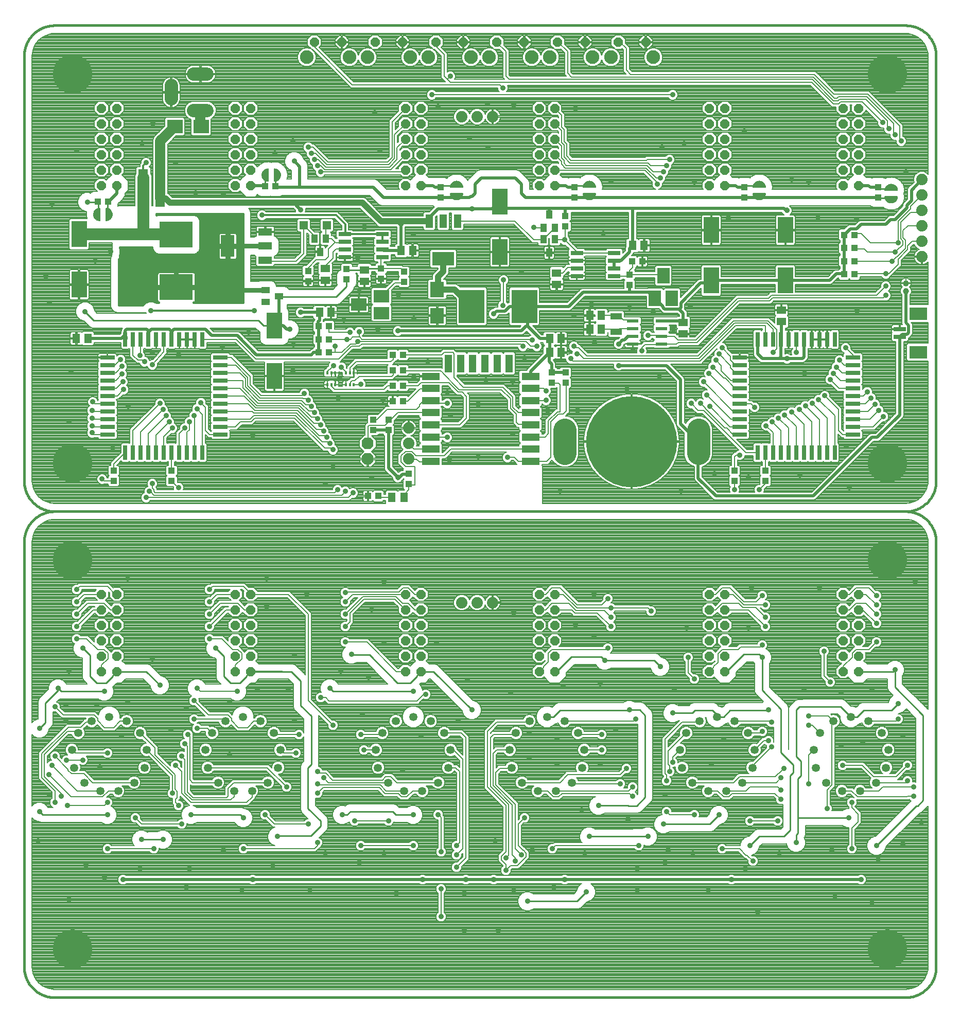
<source format=gtl>
G75*
%MOIN*%
%OFA0B0*%
%FSLAX25Y25*%
%IPPOS*%
%LPD*%
%AMOC8*
5,1,8,0,0,1.08239X$1,22.5*
%
%ADD10C,0.01600*%
%ADD11C,0.07400*%
%ADD12OC8,0.07600*%
%ADD13R,0.03937X0.04331*%
%ADD14R,0.04331X0.03937*%
%ADD15OC8,0.06000*%
%ADD16R,0.02559X0.09449*%
%ADD17R,0.09449X0.02559*%
%ADD18R,0.01654X0.02362*%
%ADD19R,0.08000X0.02600*%
%ADD20R,0.06299X0.10630*%
%ADD21R,0.05512X0.05512*%
%ADD22R,0.05512X0.03937*%
%ADD23R,0.03937X0.05512*%
%ADD24R,0.21654X0.16535*%
%ADD25R,0.09843X0.16929*%
%ADD26R,0.11811X0.04724*%
%ADD27R,0.04724X0.11811*%
%ADD28R,0.16535X0.21654*%
%ADD29R,0.07800X0.02200*%
%ADD30R,0.05118X0.05906*%
%ADD31R,0.05906X0.05118*%
%ADD32R,0.07480X0.04331*%
%ADD33C,0.59055*%
%ADD34C,0.15000*%
%ADD35R,0.11811X0.08268*%
%ADD36R,0.07874X0.03150*%
%ADD37C,0.03969*%
%ADD38R,0.09055X0.09843*%
%ADD39R,0.09843X0.09055*%
%ADD40C,0.08600*%
%ADD41C,0.08850*%
%ADD42R,0.09843X0.07874*%
%ADD43R,0.10236X0.07874*%
%ADD44R,0.05118X0.06299*%
%ADD45R,0.07874X0.09843*%
%ADD46R,0.07874X0.10236*%
%ADD47R,0.04800X0.08800*%
%ADD48R,0.14173X0.08661*%
%ADD49R,0.08800X0.04800*%
%ADD50R,0.08661X0.14173*%
%ADD51C,0.05307*%
%ADD52R,0.02500X0.05000*%
%ADD53C,0.00500*%
%ADD54R,0.05000X0.02500*%
%ADD55C,0.06600*%
%ADD56C,0.04000*%
%ADD57C,0.02000*%
%ADD58C,0.03569*%
%ADD59C,0.25400*%
%ADD60C,0.00800*%
%ADD61C,0.01000*%
%ADD62C,0.07600*%
%ADD63C,0.01200*%
%ADD64C,0.03000*%
D10*
X0001800Y0021485D02*
X0001800Y0297076D01*
X0001806Y0297552D01*
X0001823Y0298027D01*
X0001852Y0298502D01*
X0001892Y0298976D01*
X0001944Y0299449D01*
X0002007Y0299920D01*
X0002081Y0300390D01*
X0002167Y0300858D01*
X0002264Y0301324D01*
X0002372Y0301787D01*
X0002491Y0302247D01*
X0002622Y0302705D01*
X0002763Y0303159D01*
X0002916Y0303610D01*
X0003079Y0304056D01*
X0003253Y0304499D01*
X0003438Y0304937D01*
X0003633Y0305371D01*
X0003839Y0305800D01*
X0004055Y0306224D01*
X0004281Y0306643D01*
X0004517Y0307056D01*
X0004763Y0307463D01*
X0005019Y0307864D01*
X0005285Y0308258D01*
X0005560Y0308647D01*
X0005844Y0309028D01*
X0006137Y0309402D01*
X0006439Y0309770D01*
X0006751Y0310130D01*
X0007070Y0310482D01*
X0007398Y0310826D01*
X0007735Y0311163D01*
X0008079Y0311491D01*
X0008431Y0311810D01*
X0008791Y0312122D01*
X0009159Y0312424D01*
X0009533Y0312717D01*
X0009914Y0313001D01*
X0010303Y0313276D01*
X0010697Y0313542D01*
X0011098Y0313798D01*
X0011505Y0314044D01*
X0011918Y0314280D01*
X0012337Y0314506D01*
X0012761Y0314722D01*
X0013190Y0314928D01*
X0013624Y0315123D01*
X0014062Y0315308D01*
X0014505Y0315482D01*
X0014951Y0315645D01*
X0015402Y0315798D01*
X0015856Y0315939D01*
X0016314Y0316070D01*
X0016774Y0316189D01*
X0017237Y0316297D01*
X0017703Y0316394D01*
X0018171Y0316480D01*
X0018641Y0316554D01*
X0019112Y0316617D01*
X0019585Y0316669D01*
X0020059Y0316709D01*
X0020534Y0316738D01*
X0021009Y0316755D01*
X0021485Y0316761D01*
X0572666Y0316761D01*
X0573142Y0316755D01*
X0573617Y0316738D01*
X0574092Y0316709D01*
X0574566Y0316669D01*
X0575039Y0316617D01*
X0575510Y0316554D01*
X0575980Y0316480D01*
X0576448Y0316394D01*
X0576914Y0316297D01*
X0577377Y0316189D01*
X0577837Y0316070D01*
X0578295Y0315939D01*
X0578749Y0315798D01*
X0579200Y0315645D01*
X0579646Y0315482D01*
X0580089Y0315308D01*
X0580527Y0315123D01*
X0580961Y0314928D01*
X0581390Y0314722D01*
X0581814Y0314506D01*
X0582233Y0314280D01*
X0582646Y0314044D01*
X0583053Y0313798D01*
X0583454Y0313542D01*
X0583848Y0313276D01*
X0584237Y0313001D01*
X0584618Y0312717D01*
X0584992Y0312424D01*
X0585360Y0312122D01*
X0585720Y0311810D01*
X0586072Y0311491D01*
X0586416Y0311163D01*
X0586753Y0310826D01*
X0587081Y0310482D01*
X0587400Y0310130D01*
X0587712Y0309770D01*
X0588014Y0309402D01*
X0588307Y0309028D01*
X0588591Y0308647D01*
X0588866Y0308258D01*
X0589132Y0307864D01*
X0589388Y0307463D01*
X0589634Y0307056D01*
X0589870Y0306643D01*
X0590096Y0306224D01*
X0590312Y0305800D01*
X0590518Y0305371D01*
X0590713Y0304937D01*
X0590898Y0304499D01*
X0591072Y0304056D01*
X0591235Y0303610D01*
X0591388Y0303159D01*
X0591529Y0302705D01*
X0591660Y0302247D01*
X0591779Y0301787D01*
X0591887Y0301324D01*
X0591984Y0300858D01*
X0592070Y0300390D01*
X0592144Y0299920D01*
X0592207Y0299449D01*
X0592259Y0298976D01*
X0592299Y0298502D01*
X0592328Y0298027D01*
X0592345Y0297552D01*
X0592351Y0297076D01*
X0592351Y0021485D01*
X0592345Y0021009D01*
X0592328Y0020534D01*
X0592299Y0020059D01*
X0592259Y0019585D01*
X0592207Y0019112D01*
X0592144Y0018641D01*
X0592070Y0018171D01*
X0591984Y0017703D01*
X0591887Y0017237D01*
X0591779Y0016774D01*
X0591660Y0016314D01*
X0591529Y0015856D01*
X0591388Y0015402D01*
X0591235Y0014951D01*
X0591072Y0014505D01*
X0590898Y0014062D01*
X0590713Y0013624D01*
X0590518Y0013190D01*
X0590312Y0012761D01*
X0590096Y0012337D01*
X0589870Y0011918D01*
X0589634Y0011505D01*
X0589388Y0011098D01*
X0589132Y0010697D01*
X0588866Y0010303D01*
X0588591Y0009914D01*
X0588307Y0009533D01*
X0588014Y0009159D01*
X0587712Y0008791D01*
X0587400Y0008431D01*
X0587081Y0008079D01*
X0586753Y0007735D01*
X0586416Y0007398D01*
X0586072Y0007070D01*
X0585720Y0006751D01*
X0585360Y0006439D01*
X0584992Y0006137D01*
X0584618Y0005844D01*
X0584237Y0005560D01*
X0583848Y0005285D01*
X0583454Y0005019D01*
X0583053Y0004763D01*
X0582646Y0004517D01*
X0582233Y0004281D01*
X0581814Y0004055D01*
X0581390Y0003839D01*
X0580961Y0003633D01*
X0580527Y0003438D01*
X0580089Y0003253D01*
X0579646Y0003079D01*
X0579200Y0002916D01*
X0578749Y0002763D01*
X0578295Y0002622D01*
X0577837Y0002491D01*
X0577377Y0002372D01*
X0576914Y0002264D01*
X0576448Y0002167D01*
X0575980Y0002081D01*
X0575510Y0002007D01*
X0575039Y0001944D01*
X0574566Y0001892D01*
X0574092Y0001852D01*
X0573617Y0001823D01*
X0573142Y0001806D01*
X0572666Y0001800D01*
X0021485Y0001800D01*
X0021009Y0001806D01*
X0020534Y0001823D01*
X0020059Y0001852D01*
X0019585Y0001892D01*
X0019112Y0001944D01*
X0018641Y0002007D01*
X0018171Y0002081D01*
X0017703Y0002167D01*
X0017237Y0002264D01*
X0016774Y0002372D01*
X0016314Y0002491D01*
X0015856Y0002622D01*
X0015402Y0002763D01*
X0014951Y0002916D01*
X0014505Y0003079D01*
X0014062Y0003253D01*
X0013624Y0003438D01*
X0013190Y0003633D01*
X0012761Y0003839D01*
X0012337Y0004055D01*
X0011918Y0004281D01*
X0011505Y0004517D01*
X0011098Y0004763D01*
X0010697Y0005019D01*
X0010303Y0005285D01*
X0009914Y0005560D01*
X0009533Y0005844D01*
X0009159Y0006137D01*
X0008791Y0006439D01*
X0008431Y0006751D01*
X0008079Y0007070D01*
X0007735Y0007398D01*
X0007398Y0007735D01*
X0007070Y0008079D01*
X0006751Y0008431D01*
X0006439Y0008791D01*
X0006137Y0009159D01*
X0005844Y0009533D01*
X0005560Y0009914D01*
X0005285Y0010303D01*
X0005019Y0010697D01*
X0004763Y0011098D01*
X0004517Y0011505D01*
X0004281Y0011918D01*
X0004055Y0012337D01*
X0003839Y0012761D01*
X0003633Y0013190D01*
X0003438Y0013624D01*
X0003253Y0014062D01*
X0003079Y0014505D01*
X0002916Y0014951D01*
X0002763Y0015402D01*
X0002622Y0015856D01*
X0002491Y0016314D01*
X0002372Y0016774D01*
X0002264Y0017237D01*
X0002167Y0017703D01*
X0002081Y0018171D01*
X0002007Y0018641D01*
X0001944Y0019112D01*
X0001892Y0019585D01*
X0001852Y0020059D01*
X0001823Y0020534D01*
X0001806Y0021009D01*
X0001800Y0021485D01*
X0001800Y0336446D02*
X0001800Y0612036D01*
X0001806Y0612512D01*
X0001823Y0612987D01*
X0001852Y0613462D01*
X0001892Y0613936D01*
X0001944Y0614409D01*
X0002007Y0614880D01*
X0002081Y0615350D01*
X0002167Y0615818D01*
X0002264Y0616284D01*
X0002372Y0616747D01*
X0002491Y0617207D01*
X0002622Y0617665D01*
X0002763Y0618119D01*
X0002916Y0618570D01*
X0003079Y0619016D01*
X0003253Y0619459D01*
X0003438Y0619897D01*
X0003633Y0620331D01*
X0003839Y0620760D01*
X0004055Y0621184D01*
X0004281Y0621603D01*
X0004517Y0622016D01*
X0004763Y0622423D01*
X0005019Y0622824D01*
X0005285Y0623218D01*
X0005560Y0623607D01*
X0005844Y0623988D01*
X0006137Y0624362D01*
X0006439Y0624730D01*
X0006751Y0625090D01*
X0007070Y0625442D01*
X0007398Y0625786D01*
X0007735Y0626123D01*
X0008079Y0626451D01*
X0008431Y0626770D01*
X0008791Y0627082D01*
X0009159Y0627384D01*
X0009533Y0627677D01*
X0009914Y0627961D01*
X0010303Y0628236D01*
X0010697Y0628502D01*
X0011098Y0628758D01*
X0011505Y0629004D01*
X0011918Y0629240D01*
X0012337Y0629466D01*
X0012761Y0629682D01*
X0013190Y0629888D01*
X0013624Y0630083D01*
X0014062Y0630268D01*
X0014505Y0630442D01*
X0014951Y0630605D01*
X0015402Y0630758D01*
X0015856Y0630899D01*
X0016314Y0631030D01*
X0016774Y0631149D01*
X0017237Y0631257D01*
X0017703Y0631354D01*
X0018171Y0631440D01*
X0018641Y0631514D01*
X0019112Y0631577D01*
X0019585Y0631629D01*
X0020059Y0631669D01*
X0020534Y0631698D01*
X0021009Y0631715D01*
X0021485Y0631721D01*
X0572666Y0631721D01*
X0573142Y0631715D01*
X0573617Y0631698D01*
X0574092Y0631669D01*
X0574566Y0631629D01*
X0575039Y0631577D01*
X0575510Y0631514D01*
X0575980Y0631440D01*
X0576448Y0631354D01*
X0576914Y0631257D01*
X0577377Y0631149D01*
X0577837Y0631030D01*
X0578295Y0630899D01*
X0578749Y0630758D01*
X0579200Y0630605D01*
X0579646Y0630442D01*
X0580089Y0630268D01*
X0580527Y0630083D01*
X0580961Y0629888D01*
X0581390Y0629682D01*
X0581814Y0629466D01*
X0582233Y0629240D01*
X0582646Y0629004D01*
X0583053Y0628758D01*
X0583454Y0628502D01*
X0583848Y0628236D01*
X0584237Y0627961D01*
X0584618Y0627677D01*
X0584992Y0627384D01*
X0585360Y0627082D01*
X0585720Y0626770D01*
X0586072Y0626451D01*
X0586416Y0626123D01*
X0586753Y0625786D01*
X0587081Y0625442D01*
X0587400Y0625090D01*
X0587712Y0624730D01*
X0588014Y0624362D01*
X0588307Y0623988D01*
X0588591Y0623607D01*
X0588866Y0623218D01*
X0589132Y0622824D01*
X0589388Y0622423D01*
X0589634Y0622016D01*
X0589870Y0621603D01*
X0590096Y0621184D01*
X0590312Y0620760D01*
X0590518Y0620331D01*
X0590713Y0619897D01*
X0590898Y0619459D01*
X0591072Y0619016D01*
X0591235Y0618570D01*
X0591388Y0618119D01*
X0591529Y0617665D01*
X0591660Y0617207D01*
X0591779Y0616747D01*
X0591887Y0616284D01*
X0591984Y0615818D01*
X0592070Y0615350D01*
X0592144Y0614880D01*
X0592207Y0614409D01*
X0592259Y0613936D01*
X0592299Y0613462D01*
X0592328Y0612987D01*
X0592345Y0612512D01*
X0592351Y0612036D01*
X0592351Y0336446D01*
X0592345Y0335970D01*
X0592328Y0335495D01*
X0592299Y0335020D01*
X0592259Y0334546D01*
X0592207Y0334073D01*
X0592144Y0333602D01*
X0592070Y0333132D01*
X0591984Y0332664D01*
X0591887Y0332198D01*
X0591779Y0331735D01*
X0591660Y0331275D01*
X0591529Y0330817D01*
X0591388Y0330363D01*
X0591235Y0329912D01*
X0591072Y0329466D01*
X0590898Y0329023D01*
X0590713Y0328585D01*
X0590518Y0328151D01*
X0590312Y0327722D01*
X0590096Y0327298D01*
X0589870Y0326879D01*
X0589634Y0326466D01*
X0589388Y0326059D01*
X0589132Y0325658D01*
X0588866Y0325264D01*
X0588591Y0324875D01*
X0588307Y0324494D01*
X0588014Y0324120D01*
X0587712Y0323752D01*
X0587400Y0323392D01*
X0587081Y0323040D01*
X0586753Y0322696D01*
X0586416Y0322359D01*
X0586072Y0322031D01*
X0585720Y0321712D01*
X0585360Y0321400D01*
X0584992Y0321098D01*
X0584618Y0320805D01*
X0584237Y0320521D01*
X0583848Y0320246D01*
X0583454Y0319980D01*
X0583053Y0319724D01*
X0582646Y0319478D01*
X0582233Y0319242D01*
X0581814Y0319016D01*
X0581390Y0318800D01*
X0580961Y0318594D01*
X0580527Y0318399D01*
X0580089Y0318214D01*
X0579646Y0318040D01*
X0579200Y0317877D01*
X0578749Y0317724D01*
X0578295Y0317583D01*
X0577837Y0317452D01*
X0577377Y0317333D01*
X0576914Y0317225D01*
X0576448Y0317128D01*
X0575980Y0317042D01*
X0575510Y0316968D01*
X0575039Y0316905D01*
X0574566Y0316853D01*
X0574092Y0316813D01*
X0573617Y0316784D01*
X0573142Y0316767D01*
X0572666Y0316761D01*
X0143532Y0452098D02*
X0111667Y0452098D01*
X0111731Y0452115D01*
X0112141Y0452352D01*
X0112477Y0452687D01*
X0112714Y0453097D01*
X0112836Y0453555D01*
X0112836Y0461260D01*
X0101009Y0461260D01*
X0101009Y0462860D01*
X0099409Y0462860D01*
X0099409Y0461260D01*
X0087583Y0461260D01*
X0087583Y0453555D01*
X0087705Y0453097D01*
X0087942Y0452687D01*
X0088277Y0452352D01*
X0088688Y0452115D01*
X0088752Y0452098D01*
X0087685Y0452098D01*
X0087494Y0452289D01*
X0085097Y0453282D01*
X0082503Y0453282D01*
X0080106Y0452289D01*
X0078436Y0450619D01*
X0063107Y0450619D01*
X0063107Y0480052D01*
X0063800Y0480761D01*
X0063830Y0482777D01*
X0064321Y0483963D01*
X0064321Y0486558D01*
X0063900Y0487574D01*
X0063904Y0487854D01*
X0084646Y0487854D01*
X0084646Y0487102D01*
X0085367Y0485361D01*
X0086699Y0484028D01*
X0088440Y0483307D01*
X0111978Y0483307D01*
X0113720Y0484028D01*
X0115052Y0485361D01*
X0115773Y0487102D01*
X0115773Y0505522D01*
X0115052Y0507263D01*
X0113720Y0508595D01*
X0111978Y0509317D01*
X0088440Y0509317D01*
X0087502Y0508928D01*
X0087502Y0509465D01*
X0094081Y0509465D01*
X0094586Y0509674D01*
X0143532Y0509674D01*
X0143532Y0452098D01*
X0143532Y0452634D02*
X0112424Y0452634D01*
X0112836Y0454233D02*
X0143532Y0454233D01*
X0143532Y0455831D02*
X0112836Y0455831D01*
X0112836Y0457430D02*
X0143532Y0457430D01*
X0143532Y0459028D02*
X0112836Y0459028D01*
X0112836Y0460627D02*
X0143532Y0460627D01*
X0143532Y0462225D02*
X0101009Y0462225D01*
X0101009Y0462860D02*
X0112836Y0462860D01*
X0112836Y0470565D01*
X0112714Y0471022D01*
X0112477Y0471433D01*
X0112141Y0471768D01*
X0111731Y0472005D01*
X0111273Y0472128D01*
X0101009Y0472128D01*
X0101009Y0462860D01*
X0101009Y0463824D02*
X0099409Y0463824D01*
X0099409Y0462860D02*
X0099409Y0472128D01*
X0089146Y0472128D01*
X0088688Y0472005D01*
X0088277Y0471768D01*
X0087942Y0471433D01*
X0087705Y0471022D01*
X0087583Y0470565D01*
X0087583Y0462860D01*
X0099409Y0462860D01*
X0099409Y0462225D02*
X0063107Y0462225D01*
X0063107Y0460627D02*
X0087583Y0460627D01*
X0087583Y0459028D02*
X0063107Y0459028D01*
X0063107Y0457430D02*
X0087583Y0457430D01*
X0087583Y0455831D02*
X0063107Y0455831D01*
X0063107Y0454233D02*
X0087583Y0454233D01*
X0087995Y0452634D02*
X0086661Y0452634D01*
X0080939Y0452634D02*
X0063107Y0452634D01*
X0063107Y0451036D02*
X0078852Y0451036D01*
X0087583Y0463824D02*
X0063107Y0463824D01*
X0063107Y0465422D02*
X0087583Y0465422D01*
X0087583Y0467021D02*
X0063107Y0467021D01*
X0063107Y0468619D02*
X0087583Y0468619D01*
X0087583Y0470218D02*
X0063107Y0470218D01*
X0063107Y0471816D02*
X0088361Y0471816D01*
X0099409Y0471816D02*
X0101009Y0471816D01*
X0101009Y0470218D02*
X0099409Y0470218D01*
X0099409Y0468619D02*
X0101009Y0468619D01*
X0101009Y0467021D02*
X0099409Y0467021D01*
X0099409Y0465422D02*
X0101009Y0465422D01*
X0112836Y0465422D02*
X0143532Y0465422D01*
X0143532Y0463824D02*
X0112836Y0463824D01*
X0112836Y0467021D02*
X0143532Y0467021D01*
X0143532Y0468619D02*
X0112836Y0468619D01*
X0112836Y0470218D02*
X0143532Y0470218D01*
X0143532Y0471816D02*
X0112058Y0471816D01*
X0114296Y0484604D02*
X0127469Y0484604D01*
X0127469Y0483006D02*
X0063925Y0483006D01*
X0063809Y0481407D02*
X0127476Y0481407D01*
X0127469Y0481437D02*
X0127591Y0480979D01*
X0127828Y0480569D01*
X0128163Y0480234D01*
X0128574Y0479997D01*
X0129032Y0479874D01*
X0132799Y0479874D01*
X0132799Y0487961D01*
X0127469Y0487961D01*
X0127469Y0481437D01*
X0127469Y0486203D02*
X0115401Y0486203D01*
X0115773Y0487801D02*
X0127469Y0487801D01*
X0127468Y0489561D02*
X0127469Y0496084D01*
X0127591Y0496542D01*
X0127828Y0496952D01*
X0128163Y0497288D01*
X0128574Y0497525D01*
X0129032Y0497647D01*
X0132799Y0497647D01*
X0132799Y0489561D01*
X0134399Y0489561D01*
X0134399Y0497647D01*
X0138167Y0497647D01*
X0138625Y0497525D01*
X0139035Y0497288D01*
X0139370Y0496952D01*
X0139607Y0496542D01*
X0139730Y0496084D01*
X0139730Y0489561D01*
X0134399Y0489561D01*
X0134399Y0487961D01*
X0139730Y0487961D01*
X0139730Y0481437D01*
X0139607Y0480979D01*
X0139370Y0480569D01*
X0139035Y0480234D01*
X0138625Y0479997D01*
X0138167Y0479874D01*
X0134399Y0479874D01*
X0134399Y0487961D01*
X0132799Y0487961D01*
X0132799Y0489561D01*
X0127468Y0489561D01*
X0127469Y0490998D02*
X0115773Y0490998D01*
X0115773Y0489400D02*
X0132799Y0489400D01*
X0132799Y0490998D02*
X0134399Y0490998D01*
X0134399Y0489400D02*
X0143532Y0489400D01*
X0143532Y0490998D02*
X0139730Y0490998D01*
X0139730Y0492597D02*
X0143532Y0492597D01*
X0143532Y0494195D02*
X0139730Y0494195D01*
X0139730Y0495794D02*
X0143532Y0495794D01*
X0143532Y0497392D02*
X0138854Y0497392D01*
X0134399Y0497392D02*
X0132799Y0497392D01*
X0132799Y0495794D02*
X0134399Y0495794D01*
X0134399Y0494195D02*
X0132799Y0494195D01*
X0132799Y0492597D02*
X0134399Y0492597D01*
X0134399Y0487801D02*
X0132799Y0487801D01*
X0132799Y0486203D02*
X0134399Y0486203D01*
X0134399Y0484604D02*
X0132799Y0484604D01*
X0132799Y0483006D02*
X0134399Y0483006D01*
X0134399Y0481407D02*
X0132799Y0481407D01*
X0139722Y0481407D02*
X0143532Y0481407D01*
X0143532Y0479809D02*
X0063107Y0479809D01*
X0063107Y0478210D02*
X0143532Y0478210D01*
X0143532Y0476612D02*
X0063107Y0476612D01*
X0063107Y0475013D02*
X0143532Y0475013D01*
X0143532Y0473415D02*
X0063107Y0473415D01*
X0064321Y0484604D02*
X0086123Y0484604D01*
X0085018Y0486203D02*
X0064321Y0486203D01*
X0063904Y0487801D02*
X0084646Y0487801D01*
X0113733Y0508582D02*
X0143532Y0508582D01*
X0143532Y0506983D02*
X0115168Y0506983D01*
X0115773Y0505385D02*
X0143532Y0505385D01*
X0143532Y0503786D02*
X0115773Y0503786D01*
X0115773Y0502188D02*
X0143532Y0502188D01*
X0143532Y0500589D02*
X0115773Y0500589D01*
X0115773Y0498991D02*
X0143532Y0498991D01*
X0143532Y0487801D02*
X0139730Y0487801D01*
X0139730Y0486203D02*
X0143532Y0486203D01*
X0143532Y0484604D02*
X0139730Y0484604D01*
X0139730Y0483006D02*
X0143532Y0483006D01*
X0127469Y0492597D02*
X0115773Y0492597D01*
X0115773Y0494195D02*
X0127469Y0494195D01*
X0127469Y0495794D02*
X0115773Y0495794D01*
X0115773Y0497392D02*
X0128345Y0497392D01*
X0001800Y0336446D02*
X0001806Y0335970D01*
X0001823Y0335495D01*
X0001852Y0335020D01*
X0001892Y0334546D01*
X0001944Y0334073D01*
X0002007Y0333602D01*
X0002081Y0333132D01*
X0002167Y0332664D01*
X0002264Y0332198D01*
X0002372Y0331735D01*
X0002491Y0331275D01*
X0002622Y0330817D01*
X0002763Y0330363D01*
X0002916Y0329912D01*
X0003079Y0329466D01*
X0003253Y0329023D01*
X0003438Y0328585D01*
X0003633Y0328151D01*
X0003839Y0327722D01*
X0004055Y0327298D01*
X0004281Y0326879D01*
X0004517Y0326466D01*
X0004763Y0326059D01*
X0005019Y0325658D01*
X0005285Y0325264D01*
X0005560Y0324875D01*
X0005844Y0324494D01*
X0006137Y0324120D01*
X0006439Y0323752D01*
X0006751Y0323392D01*
X0007070Y0323040D01*
X0007398Y0322696D01*
X0007735Y0322359D01*
X0008079Y0322031D01*
X0008431Y0321712D01*
X0008791Y0321400D01*
X0009159Y0321098D01*
X0009533Y0320805D01*
X0009914Y0320521D01*
X0010303Y0320246D01*
X0010697Y0319980D01*
X0011098Y0319724D01*
X0011505Y0319478D01*
X0011918Y0319242D01*
X0012337Y0319016D01*
X0012761Y0318800D01*
X0013190Y0318594D01*
X0013624Y0318399D01*
X0014062Y0318214D01*
X0014505Y0318040D01*
X0014951Y0317877D01*
X0015402Y0317724D01*
X0015856Y0317583D01*
X0016314Y0317452D01*
X0016774Y0317333D01*
X0017237Y0317225D01*
X0017703Y0317128D01*
X0018171Y0317042D01*
X0018641Y0316968D01*
X0019112Y0316905D01*
X0019585Y0316853D01*
X0020059Y0316813D01*
X0020534Y0316784D01*
X0021009Y0316767D01*
X0021485Y0316761D01*
D11*
X0250800Y0350761D03*
X0250800Y0360761D03*
X0250800Y0370761D03*
X0285265Y0257706D03*
X0295265Y0257706D03*
X0305265Y0257706D03*
X0583178Y0481792D03*
X0583178Y0491792D03*
X0583178Y0501792D03*
X0583178Y0511792D03*
X0583178Y0521792D03*
X0583178Y0531792D03*
X0305265Y0572666D03*
X0295265Y0572666D03*
X0285265Y0572666D03*
D12*
X0224300Y0360761D03*
X0224300Y0350761D03*
D13*
X0224454Y0326761D03*
X0231146Y0326761D03*
X0240454Y0388261D03*
X0247146Y0388261D03*
X0247146Y0398261D03*
X0240454Y0398261D03*
X0240454Y0408261D03*
X0247146Y0408261D03*
X0247146Y0418261D03*
X0240454Y0418261D03*
X0199146Y0419761D03*
X0199146Y0428261D03*
X0199146Y0436761D03*
X0192454Y0436761D03*
X0192454Y0428261D03*
X0192454Y0419761D03*
X0164595Y0527391D03*
X0157902Y0527391D03*
X0056328Y0517548D03*
X0049635Y0517548D03*
X0395454Y0478761D03*
X0402146Y0478761D03*
X0532792Y0478946D03*
X0539485Y0478946D03*
X0539485Y0487446D03*
X0532792Y0487446D03*
X0532792Y0495946D03*
X0539485Y0495946D03*
X0539485Y0470446D03*
X0532792Y0470446D03*
D14*
X0554950Y0520107D03*
X0554950Y0526800D03*
X0468335Y0526800D03*
X0468335Y0520107D03*
X0393800Y0470107D03*
X0393800Y0463414D03*
X0352300Y0501414D03*
X0352300Y0508107D03*
X0358099Y0520107D03*
X0358099Y0526800D03*
X0271485Y0526800D03*
X0271485Y0520107D03*
X0247800Y0472107D03*
X0247800Y0465414D03*
X0232957Y0467517D03*
X0232957Y0474209D03*
X0210643Y0474005D03*
X0210643Y0467312D03*
X0185698Y0465981D03*
X0185698Y0472674D03*
X0227800Y0376107D03*
X0227800Y0369414D03*
X0237800Y0369414D03*
X0237800Y0376107D03*
X0250800Y0341107D03*
X0250800Y0334414D03*
X0343406Y0400083D03*
X0343406Y0406776D03*
X0352406Y0406776D03*
X0352406Y0400083D03*
X0461800Y0343107D03*
X0461800Y0336414D03*
X0481800Y0336414D03*
X0481800Y0343107D03*
X0097300Y0343107D03*
X0097300Y0336414D03*
X0059800Y0336414D03*
X0059800Y0343107D03*
D15*
X0061918Y0263020D03*
X0061918Y0253020D03*
X0061918Y0243020D03*
X0061918Y0233020D03*
X0061918Y0223020D03*
X0061918Y0213020D03*
X0051918Y0213020D03*
X0051918Y0223020D03*
X0051918Y0233020D03*
X0051918Y0243020D03*
X0051918Y0253020D03*
X0051918Y0263020D03*
X0138532Y0263020D03*
X0138532Y0253020D03*
X0138532Y0243020D03*
X0138532Y0233020D03*
X0138532Y0223020D03*
X0138532Y0213020D03*
X0148532Y0213020D03*
X0148532Y0223020D03*
X0148532Y0233020D03*
X0148532Y0243020D03*
X0148532Y0253020D03*
X0148532Y0263020D03*
X0248769Y0263020D03*
X0258769Y0263020D03*
X0258769Y0253020D03*
X0258769Y0243020D03*
X0248769Y0243020D03*
X0248769Y0253020D03*
X0248769Y0233020D03*
X0258769Y0233020D03*
X0258769Y0223020D03*
X0248769Y0223020D03*
X0248769Y0213020D03*
X0258769Y0213020D03*
X0335383Y0213020D03*
X0345383Y0213020D03*
X0345383Y0223020D03*
X0345383Y0233020D03*
X0335383Y0233020D03*
X0335383Y0223020D03*
X0335383Y0243020D03*
X0335383Y0253020D03*
X0345383Y0253020D03*
X0345383Y0243020D03*
X0345383Y0263020D03*
X0335383Y0263020D03*
X0445619Y0263020D03*
X0445619Y0253020D03*
X0445619Y0243020D03*
X0445619Y0233020D03*
X0445619Y0223020D03*
X0445619Y0213020D03*
X0455619Y0213020D03*
X0455619Y0223020D03*
X0455619Y0233020D03*
X0455619Y0243020D03*
X0455619Y0253020D03*
X0455619Y0263020D03*
X0532233Y0263020D03*
X0542233Y0263020D03*
X0542233Y0253020D03*
X0542233Y0243020D03*
X0532233Y0243020D03*
X0532233Y0253020D03*
X0532233Y0233020D03*
X0532233Y0223020D03*
X0542233Y0223020D03*
X0542233Y0233020D03*
X0542233Y0213020D03*
X0532233Y0213020D03*
X0532233Y0527981D03*
X0542233Y0527981D03*
X0542233Y0537981D03*
X0532233Y0537981D03*
X0532233Y0547981D03*
X0542233Y0547981D03*
X0542233Y0557981D03*
X0532233Y0557981D03*
X0532233Y0567981D03*
X0542233Y0567981D03*
X0542233Y0577981D03*
X0532233Y0577981D03*
X0455619Y0577981D03*
X0455619Y0567981D03*
X0455619Y0557981D03*
X0455619Y0547981D03*
X0455619Y0537981D03*
X0455619Y0527981D03*
X0445619Y0527981D03*
X0445619Y0537981D03*
X0445619Y0547981D03*
X0445619Y0557981D03*
X0445619Y0567981D03*
X0445619Y0577981D03*
X0404401Y0620873D03*
X0386601Y0620873D03*
X0365031Y0620873D03*
X0347231Y0620873D03*
X0325661Y0620873D03*
X0307861Y0620873D03*
X0286291Y0620873D03*
X0268491Y0620873D03*
X0246920Y0620873D03*
X0229120Y0620873D03*
X0207550Y0620873D03*
X0189750Y0620873D03*
X0148532Y0577981D03*
X0138532Y0577981D03*
X0138532Y0567981D03*
X0138532Y0557981D03*
X0138532Y0547981D03*
X0138532Y0537981D03*
X0138532Y0527981D03*
X0148532Y0527981D03*
X0148532Y0537981D03*
X0148532Y0547981D03*
X0148532Y0557981D03*
X0148532Y0567981D03*
X0061918Y0567981D03*
X0061918Y0557981D03*
X0051918Y0557981D03*
X0051918Y0567981D03*
X0051918Y0577981D03*
X0061918Y0577981D03*
X0061918Y0547981D03*
X0051918Y0547981D03*
X0051918Y0537981D03*
X0051918Y0527981D03*
X0061918Y0527981D03*
X0061918Y0537981D03*
X0248769Y0537981D03*
X0258769Y0537981D03*
X0258769Y0527981D03*
X0248769Y0527981D03*
X0248769Y0547981D03*
X0258769Y0547981D03*
X0258769Y0557981D03*
X0258769Y0567981D03*
X0248769Y0567981D03*
X0248769Y0557981D03*
X0248769Y0577981D03*
X0258769Y0577981D03*
X0335383Y0577981D03*
X0345383Y0577981D03*
X0345383Y0567981D03*
X0345383Y0557981D03*
X0345383Y0547981D03*
X0345383Y0537981D03*
X0345383Y0527981D03*
X0335383Y0527981D03*
X0335383Y0537981D03*
X0335383Y0547981D03*
X0335383Y0557981D03*
X0335383Y0567981D03*
D16*
X0476800Y0428178D03*
X0481800Y0428178D03*
X0486800Y0428178D03*
X0491800Y0428178D03*
X0496800Y0428178D03*
X0501800Y0428178D03*
X0506800Y0428178D03*
X0511800Y0428178D03*
X0516800Y0428178D03*
X0521800Y0428178D03*
X0526800Y0428178D03*
X0526800Y0354950D03*
X0521800Y0354950D03*
X0516800Y0354950D03*
X0511800Y0354950D03*
X0506800Y0354950D03*
X0501800Y0354950D03*
X0496800Y0354950D03*
X0491800Y0354950D03*
X0486800Y0354950D03*
X0481800Y0354950D03*
X0476800Y0354950D03*
X0117351Y0354950D03*
X0112351Y0354950D03*
X0107351Y0354950D03*
X0102351Y0354950D03*
X0097351Y0354950D03*
X0092351Y0354950D03*
X0087351Y0354950D03*
X0082351Y0354950D03*
X0077351Y0354950D03*
X0072351Y0354950D03*
X0067351Y0354950D03*
X0067351Y0428178D03*
X0072351Y0428178D03*
X0077351Y0428178D03*
X0082351Y0428178D03*
X0087351Y0428178D03*
X0092351Y0428178D03*
X0097351Y0428178D03*
X0102351Y0428178D03*
X0107351Y0428178D03*
X0112351Y0428178D03*
X0117351Y0428178D03*
D17*
X0128965Y0416564D03*
X0128965Y0411564D03*
X0128965Y0406564D03*
X0128965Y0401564D03*
X0128965Y0396564D03*
X0128965Y0391564D03*
X0128965Y0386564D03*
X0128965Y0381564D03*
X0128965Y0376564D03*
X0128965Y0371564D03*
X0128965Y0366564D03*
X0055737Y0366564D03*
X0055737Y0371564D03*
X0055737Y0376564D03*
X0055737Y0381564D03*
X0055737Y0386564D03*
X0055737Y0391564D03*
X0055737Y0396564D03*
X0055737Y0401564D03*
X0055737Y0406564D03*
X0055737Y0411564D03*
X0055737Y0416564D03*
X0465186Y0416564D03*
X0465186Y0411564D03*
X0465186Y0406564D03*
X0465186Y0401564D03*
X0465186Y0396564D03*
X0465186Y0391564D03*
X0465186Y0386564D03*
X0465186Y0381564D03*
X0465186Y0376564D03*
X0465186Y0371564D03*
X0465186Y0366564D03*
X0538414Y0366564D03*
X0538414Y0371564D03*
X0538414Y0376564D03*
X0538414Y0381564D03*
X0538414Y0386564D03*
X0538414Y0391564D03*
X0538414Y0396564D03*
X0538414Y0401564D03*
X0538414Y0406564D03*
X0538414Y0411564D03*
X0538414Y0416564D03*
D18*
X0215359Y0406501D03*
X0212800Y0406501D03*
X0210241Y0406501D03*
X0203359Y0406501D03*
X0200800Y0406501D03*
X0198241Y0406501D03*
X0198241Y0399020D03*
X0200800Y0399020D03*
X0203359Y0399020D03*
X0210241Y0399020D03*
X0212800Y0399020D03*
X0215359Y0399020D03*
D19*
X0209582Y0481434D03*
X0209582Y0486434D03*
X0209582Y0491434D03*
X0209582Y0496434D03*
X0233782Y0496434D03*
X0233782Y0491434D03*
X0233782Y0486434D03*
X0233782Y0481434D03*
X0359755Y0479300D03*
X0359755Y0474300D03*
X0359755Y0469300D03*
X0359755Y0484300D03*
X0383955Y0484300D03*
X0383955Y0479300D03*
X0383955Y0474300D03*
X0383955Y0469300D03*
D20*
X0089989Y0519517D03*
X0078965Y0519517D03*
X0078965Y0533296D03*
X0089989Y0533296D03*
D21*
X0182902Y0502154D03*
X0197863Y0502154D03*
D22*
X0166879Y0456328D03*
X0158217Y0460068D03*
X0158217Y0452587D03*
D23*
X0193493Y0484989D03*
X0197233Y0493650D03*
X0189753Y0493650D03*
X0338060Y0493091D03*
X0338060Y0500430D03*
X0345540Y0500430D03*
X0345540Y0493091D03*
X0341800Y0484430D03*
X0341800Y0509091D03*
D24*
X0100209Y0496312D03*
X0100209Y0462060D03*
D25*
X0037391Y0463713D03*
X0037391Y0496391D03*
X0163847Y0437194D03*
X0163847Y0404517D03*
X0309800Y0484922D03*
X0309800Y0517599D03*
X0446800Y0499099D03*
X0446800Y0466422D03*
X0494800Y0466422D03*
X0494800Y0499099D03*
D26*
X0329753Y0404359D03*
X0329753Y0396485D03*
X0329753Y0388611D03*
X0329753Y0380737D03*
X0329753Y0372863D03*
X0329753Y0364989D03*
X0329753Y0357115D03*
X0329753Y0349241D03*
X0265186Y0349241D03*
X0265186Y0357115D03*
X0265186Y0364989D03*
X0265186Y0372863D03*
X0265186Y0380737D03*
X0265186Y0388611D03*
X0265186Y0396485D03*
X0265186Y0404359D03*
D27*
X0276603Y0412627D03*
X0284477Y0412627D03*
X0292351Y0412627D03*
X0300225Y0412627D03*
X0308099Y0412627D03*
X0315973Y0412627D03*
D28*
X0325816Y0449627D03*
X0291564Y0449627D03*
D29*
X0395980Y0440300D03*
X0395980Y0435300D03*
X0395980Y0430300D03*
X0395980Y0425300D03*
X0414580Y0425300D03*
X0414580Y0430300D03*
X0414580Y0435300D03*
X0414580Y0440300D03*
D30*
X0375540Y0443761D03*
X0368060Y0443761D03*
X0368060Y0434761D03*
X0375540Y0434761D03*
X0349540Y0428761D03*
X0342060Y0428761D03*
X0342060Y0419761D03*
X0349540Y0419761D03*
X0395816Y0489123D03*
X0403296Y0489123D03*
X0253422Y0485824D03*
X0245942Y0485824D03*
X0200540Y0445761D03*
X0193060Y0445761D03*
X0043115Y0428863D03*
X0035635Y0428863D03*
D31*
X0196831Y0466643D03*
X0196831Y0474123D03*
X0222178Y0473335D03*
X0222178Y0465855D03*
X0346682Y0463887D03*
X0346682Y0471367D03*
X0428650Y0439209D03*
X0428650Y0431729D03*
X0492257Y0439792D03*
X0492257Y0447272D03*
D32*
X0385225Y0443194D03*
X0385225Y0433351D03*
D33*
X0395146Y0362020D03*
D34*
X0351898Y0354520D02*
X0351898Y0369520D01*
X0438394Y0369520D02*
X0438394Y0354520D01*
D35*
X0580721Y0419985D03*
X0580721Y0444985D03*
D36*
X0568910Y0434946D03*
X0568910Y0430024D03*
D37*
X0572816Y0459552D03*
X0572816Y0464670D03*
D38*
X0269359Y0460587D03*
X0269359Y0443658D03*
D39*
X0116367Y0566178D03*
X0099438Y0566178D03*
D40*
X0111673Y0576603D02*
X0120273Y0576603D01*
X0097076Y0584114D02*
X0097076Y0592714D01*
X0111673Y0600225D02*
X0120273Y0600225D01*
D41*
X0184850Y0611073D03*
X0212450Y0611073D03*
X0224220Y0611073D03*
X0251820Y0611073D03*
X0263591Y0611073D03*
X0291191Y0611073D03*
X0302961Y0611073D03*
X0330561Y0611073D03*
X0342331Y0611073D03*
X0369931Y0611073D03*
X0381701Y0611073D03*
X0409301Y0611073D03*
D42*
X0218517Y0450761D03*
D43*
X0233280Y0456272D03*
X0233280Y0445249D03*
D44*
X0239863Y0325761D03*
X0247737Y0325761D03*
D45*
X0415800Y0469544D03*
D46*
X0410288Y0454780D03*
X0421312Y0454780D03*
D47*
X0282400Y0504961D03*
X0273300Y0504961D03*
X0264200Y0504961D03*
D48*
X0273300Y0480560D03*
D49*
X0158000Y0479661D03*
X0158000Y0488761D03*
X0158000Y0497861D03*
D50*
X0133599Y0488761D03*
D51*
X0143532Y0183650D03*
X0132207Y0180859D03*
X0123476Y0173124D03*
X0119340Y0162218D03*
X0120746Y0150639D03*
X0127372Y0141039D03*
X0137700Y0135619D03*
X0149364Y0135619D03*
X0159693Y0141039D03*
X0166319Y0150639D03*
X0167724Y0162218D03*
X0163588Y0173124D03*
X0154857Y0180859D03*
X0081110Y0162218D03*
X0076974Y0173124D03*
X0068243Y0180859D03*
X0056918Y0183650D03*
X0045593Y0180859D03*
X0036862Y0173124D03*
X0032726Y0162218D03*
X0034132Y0150639D03*
X0040758Y0141039D03*
X0051086Y0135619D03*
X0062750Y0135619D03*
X0073078Y0141039D03*
X0079704Y0150639D03*
X0229576Y0162218D03*
X0233713Y0173124D03*
X0242443Y0180859D03*
X0253769Y0183650D03*
X0265094Y0180859D03*
X0273824Y0173124D03*
X0277961Y0162218D03*
X0276555Y0150639D03*
X0269929Y0141039D03*
X0259600Y0135619D03*
X0247937Y0135619D03*
X0237608Y0141039D03*
X0230982Y0150639D03*
X0316191Y0162218D03*
X0320327Y0173124D03*
X0329057Y0180859D03*
X0340383Y0183650D03*
X0351708Y0180859D03*
X0360439Y0173124D03*
X0364575Y0162218D03*
X0363169Y0150639D03*
X0356543Y0141039D03*
X0346215Y0135619D03*
X0334551Y0135619D03*
X0324222Y0141039D03*
X0317596Y0150639D03*
X0426427Y0162218D03*
X0430563Y0173124D03*
X0439294Y0180859D03*
X0450619Y0183650D03*
X0461944Y0180859D03*
X0470675Y0173124D03*
X0474811Y0162218D03*
X0473405Y0150639D03*
X0466779Y0141039D03*
X0456451Y0135619D03*
X0444787Y0135619D03*
X0434459Y0141039D03*
X0427833Y0150639D03*
X0513041Y0162218D03*
X0517177Y0173124D03*
X0525908Y0180859D03*
X0537233Y0183650D03*
X0548558Y0180859D03*
X0557289Y0173124D03*
X0561425Y0162218D03*
X0560019Y0150639D03*
X0553393Y0141039D03*
X0543065Y0135619D03*
X0531401Y0135619D03*
X0521073Y0141039D03*
X0514447Y0150639D03*
D52*
X0164800Y0534761D03*
X0158800Y0534761D03*
X0055800Y0509261D03*
X0049800Y0509261D03*
D53*
X0050800Y0509186D02*
X0046807Y0509186D01*
X0046800Y0509261D02*
X0046861Y0508566D01*
X0047041Y0507893D01*
X0047336Y0507261D01*
X0047736Y0506689D01*
X0048229Y0506196D01*
X0048800Y0505797D01*
X0049432Y0505502D01*
X0050105Y0505321D01*
X0050800Y0505261D01*
X0050800Y0513261D01*
X0050105Y0513200D01*
X0049432Y0513019D01*
X0048800Y0512725D01*
X0048229Y0512325D01*
X0047736Y0511832D01*
X0047336Y0511261D01*
X0047041Y0510629D01*
X0046861Y0509955D01*
X0046800Y0509261D01*
X0046837Y0509685D02*
X0050800Y0509685D01*
X0050800Y0510183D02*
X0046922Y0510183D01*
X0047066Y0510682D02*
X0050800Y0510682D01*
X0050800Y0511180D02*
X0047298Y0511180D01*
X0047629Y0511679D02*
X0050800Y0511679D01*
X0050800Y0512177D02*
X0048081Y0512177D01*
X0048730Y0512676D02*
X0050800Y0512676D01*
X0050800Y0513174D02*
X0050009Y0513174D01*
X0050800Y0508687D02*
X0046850Y0508687D01*
X0046962Y0508189D02*
X0050800Y0508189D01*
X0050800Y0507690D02*
X0047135Y0507690D01*
X0047384Y0507192D02*
X0050800Y0507192D01*
X0050800Y0506693D02*
X0047733Y0506693D01*
X0048231Y0506195D02*
X0050800Y0506195D01*
X0050800Y0505696D02*
X0049015Y0505696D01*
X0054800Y0505696D02*
X0056585Y0505696D01*
X0056800Y0505797D02*
X0057371Y0506196D01*
X0057864Y0506689D01*
X0058264Y0507261D01*
X0058559Y0507893D01*
X0058739Y0508566D01*
X0058800Y0509261D01*
X0058739Y0509955D01*
X0058559Y0510629D01*
X0058264Y0511261D01*
X0057864Y0511832D01*
X0057371Y0512325D01*
X0056800Y0512725D01*
X0056168Y0513019D01*
X0055495Y0513200D01*
X0054800Y0513261D01*
X0054800Y0505261D01*
X0055495Y0505321D01*
X0056168Y0505502D01*
X0056800Y0505797D01*
X0057369Y0506195D02*
X0054800Y0506195D01*
X0054800Y0506693D02*
X0057867Y0506693D01*
X0058216Y0507192D02*
X0054800Y0507192D01*
X0054800Y0507690D02*
X0058465Y0507690D01*
X0058638Y0508189D02*
X0054800Y0508189D01*
X0054800Y0508687D02*
X0058750Y0508687D01*
X0058793Y0509186D02*
X0054800Y0509186D01*
X0054800Y0509685D02*
X0058763Y0509685D01*
X0058678Y0510183D02*
X0054800Y0510183D01*
X0054800Y0510682D02*
X0058534Y0510682D01*
X0058302Y0511180D02*
X0054800Y0511180D01*
X0054800Y0511679D02*
X0057971Y0511679D01*
X0057519Y0512177D02*
X0054800Y0512177D01*
X0054800Y0512676D02*
X0056870Y0512676D01*
X0055591Y0513174D02*
X0054800Y0513174D01*
X0155861Y0534066D02*
X0156041Y0533393D01*
X0156336Y0532761D01*
X0156736Y0532189D01*
X0157229Y0531696D01*
X0157800Y0531297D01*
X0158432Y0531002D01*
X0159105Y0530821D01*
X0159800Y0530761D01*
X0159800Y0538761D01*
X0159105Y0538700D01*
X0158432Y0538519D01*
X0157800Y0538225D01*
X0157229Y0537825D01*
X0156736Y0537332D01*
X0156336Y0536761D01*
X0156041Y0536129D01*
X0155861Y0535455D01*
X0155800Y0534761D01*
X0155861Y0534066D01*
X0155857Y0534112D02*
X0159800Y0534112D01*
X0159800Y0534610D02*
X0155813Y0534610D01*
X0155830Y0535109D02*
X0159800Y0535109D01*
X0159800Y0535607D02*
X0155901Y0535607D01*
X0156035Y0536106D02*
X0159800Y0536106D01*
X0159800Y0536604D02*
X0156263Y0536604D01*
X0156575Y0537103D02*
X0159800Y0537103D01*
X0159800Y0537601D02*
X0157005Y0537601D01*
X0157621Y0538100D02*
X0159800Y0538100D01*
X0159800Y0538598D02*
X0158726Y0538598D01*
X0163800Y0538598D02*
X0164874Y0538598D01*
X0165168Y0538519D02*
X0164495Y0538700D01*
X0163800Y0538761D01*
X0163800Y0530761D01*
X0164495Y0530821D01*
X0165168Y0531002D01*
X0165800Y0531297D01*
X0166371Y0531696D01*
X0166864Y0532189D01*
X0167264Y0532761D01*
X0167559Y0533393D01*
X0167739Y0534066D01*
X0167800Y0534761D01*
X0167739Y0535455D01*
X0167559Y0536129D01*
X0167264Y0536761D01*
X0166864Y0537332D01*
X0166371Y0537825D01*
X0165800Y0538225D01*
X0165168Y0538519D01*
X0165979Y0538100D02*
X0163800Y0538100D01*
X0163800Y0537601D02*
X0166595Y0537601D01*
X0167025Y0537103D02*
X0163800Y0537103D01*
X0163800Y0536604D02*
X0167337Y0536604D01*
X0167565Y0536106D02*
X0163800Y0536106D01*
X0163800Y0535607D02*
X0167699Y0535607D01*
X0167770Y0535109D02*
X0163800Y0535109D01*
X0163800Y0534610D02*
X0167787Y0534610D01*
X0167743Y0534112D02*
X0163800Y0534112D01*
X0163800Y0533613D02*
X0167618Y0533613D01*
X0167429Y0533115D02*
X0163800Y0533115D01*
X0163800Y0532616D02*
X0167163Y0532616D01*
X0166792Y0532118D02*
X0163800Y0532118D01*
X0163800Y0531619D02*
X0166261Y0531619D01*
X0165423Y0531120D02*
X0163800Y0531120D01*
X0159800Y0531120D02*
X0158177Y0531120D01*
X0157339Y0531619D02*
X0159800Y0531619D01*
X0159800Y0532118D02*
X0156808Y0532118D01*
X0156437Y0532616D02*
X0159800Y0532616D01*
X0159800Y0533115D02*
X0156171Y0533115D01*
X0155982Y0533613D02*
X0159800Y0533613D01*
X0277800Y0526761D02*
X0277861Y0527455D01*
X0278041Y0528129D01*
X0278336Y0528761D01*
X0278736Y0529332D01*
X0279229Y0529825D01*
X0279800Y0530225D01*
X0280432Y0530519D01*
X0281105Y0530700D01*
X0281800Y0530761D01*
X0282495Y0530700D01*
X0283168Y0530519D01*
X0283800Y0530225D01*
X0284371Y0529825D01*
X0284864Y0529332D01*
X0285264Y0528761D01*
X0285559Y0528129D01*
X0285739Y0527455D01*
X0285800Y0526761D01*
X0277800Y0526761D01*
X0277833Y0527132D02*
X0285767Y0527132D01*
X0285692Y0527631D02*
X0277908Y0527631D01*
X0278042Y0528129D02*
X0285558Y0528129D01*
X0285326Y0528628D02*
X0278274Y0528628D01*
X0278592Y0529126D02*
X0285008Y0529126D01*
X0284571Y0529625D02*
X0279029Y0529625D01*
X0279655Y0530123D02*
X0283945Y0530123D01*
X0282785Y0530622D02*
X0280815Y0530622D01*
X0277800Y0522761D02*
X0277861Y0522066D01*
X0278041Y0521393D01*
X0278336Y0520761D01*
X0278736Y0520189D01*
X0279229Y0519696D01*
X0279800Y0519297D01*
X0280432Y0519002D01*
X0281105Y0518821D01*
X0281800Y0518761D01*
X0282495Y0518821D01*
X0283168Y0519002D01*
X0283800Y0519297D01*
X0284371Y0519696D01*
X0284864Y0520189D01*
X0285264Y0520761D01*
X0285559Y0521393D01*
X0285739Y0522066D01*
X0285800Y0522761D01*
X0277800Y0522761D01*
X0277810Y0522646D02*
X0285790Y0522646D01*
X0285746Y0522147D02*
X0277854Y0522147D01*
X0277973Y0521649D02*
X0285627Y0521649D01*
X0285446Y0521150D02*
X0278154Y0521150D01*
X0278412Y0520652D02*
X0285188Y0520652D01*
X0284828Y0520153D02*
X0278772Y0520153D01*
X0279288Y0519655D02*
X0284312Y0519655D01*
X0283499Y0519156D02*
X0280101Y0519156D01*
X0363800Y0522761D02*
X0363861Y0522066D01*
X0364041Y0521393D01*
X0364336Y0520761D01*
X0364736Y0520189D01*
X0365229Y0519696D01*
X0365800Y0519297D01*
X0366432Y0519002D01*
X0367105Y0518821D01*
X0367800Y0518761D01*
X0368495Y0518821D01*
X0369168Y0519002D01*
X0369800Y0519297D01*
X0370371Y0519696D01*
X0370864Y0520189D01*
X0371264Y0520761D01*
X0371559Y0521393D01*
X0371739Y0522066D01*
X0371800Y0522761D01*
X0363800Y0522761D01*
X0363810Y0522646D02*
X0371790Y0522646D01*
X0371746Y0522147D02*
X0363854Y0522147D01*
X0363973Y0521649D02*
X0371627Y0521649D01*
X0371446Y0521150D02*
X0364154Y0521150D01*
X0364412Y0520652D02*
X0371188Y0520652D01*
X0370828Y0520153D02*
X0364772Y0520153D01*
X0365288Y0519655D02*
X0370312Y0519655D01*
X0369499Y0519156D02*
X0366101Y0519156D01*
X0363800Y0526761D02*
X0363861Y0527455D01*
X0364041Y0528129D01*
X0364336Y0528761D01*
X0364736Y0529332D01*
X0365229Y0529825D01*
X0365800Y0530225D01*
X0366432Y0530519D01*
X0367105Y0530700D01*
X0367800Y0530761D01*
X0368495Y0530700D01*
X0369168Y0530519D01*
X0369800Y0530225D01*
X0370371Y0529825D01*
X0370864Y0529332D01*
X0371264Y0528761D01*
X0371559Y0528129D01*
X0371739Y0527455D01*
X0371800Y0526761D01*
X0363800Y0526761D01*
X0363833Y0527132D02*
X0371767Y0527132D01*
X0371692Y0527631D02*
X0363908Y0527631D01*
X0364042Y0528129D02*
X0371558Y0528129D01*
X0371326Y0528628D02*
X0364274Y0528628D01*
X0364592Y0529126D02*
X0371008Y0529126D01*
X0370571Y0529625D02*
X0365029Y0529625D01*
X0365655Y0530123D02*
X0369945Y0530123D01*
X0368785Y0530622D02*
X0366815Y0530622D01*
X0473800Y0526761D02*
X0473861Y0527455D01*
X0474041Y0528129D01*
X0474336Y0528761D01*
X0474736Y0529332D01*
X0475229Y0529825D01*
X0475800Y0530225D01*
X0476432Y0530519D01*
X0477105Y0530700D01*
X0477800Y0530761D01*
X0478495Y0530700D01*
X0479168Y0530519D01*
X0479800Y0530225D01*
X0480371Y0529825D01*
X0480864Y0529332D01*
X0481264Y0528761D01*
X0481559Y0528129D01*
X0481739Y0527455D01*
X0481800Y0526761D01*
X0473800Y0526761D01*
X0473833Y0527132D02*
X0481767Y0527132D01*
X0481692Y0527631D02*
X0473908Y0527631D01*
X0474042Y0528129D02*
X0481558Y0528129D01*
X0481326Y0528628D02*
X0474274Y0528628D01*
X0474592Y0529126D02*
X0481008Y0529126D01*
X0480571Y0529625D02*
X0475029Y0529625D01*
X0475655Y0530123D02*
X0479945Y0530123D01*
X0478785Y0530622D02*
X0476815Y0530622D01*
X0473800Y0522761D02*
X0473861Y0522066D01*
X0474041Y0521393D01*
X0474336Y0520761D01*
X0474736Y0520189D01*
X0475229Y0519696D01*
X0475800Y0519297D01*
X0476432Y0519002D01*
X0477105Y0518821D01*
X0477800Y0518761D01*
X0478495Y0518821D01*
X0479168Y0519002D01*
X0479800Y0519297D01*
X0480371Y0519696D01*
X0480864Y0520189D01*
X0481264Y0520761D01*
X0481559Y0521393D01*
X0481739Y0522066D01*
X0481800Y0522761D01*
X0473800Y0522761D01*
X0473810Y0522646D02*
X0481790Y0522646D01*
X0481746Y0522147D02*
X0473854Y0522147D01*
X0473973Y0521649D02*
X0481627Y0521649D01*
X0481446Y0521150D02*
X0474154Y0521150D01*
X0474412Y0520652D02*
X0481188Y0520652D01*
X0480828Y0520153D02*
X0474772Y0520153D01*
X0475288Y0519655D02*
X0480312Y0519655D01*
X0479499Y0519156D02*
X0476101Y0519156D01*
X0559300Y0520761D02*
X0559361Y0520066D01*
X0559541Y0519393D01*
X0559836Y0518761D01*
X0560236Y0518189D01*
X0560729Y0517696D01*
X0561300Y0517297D01*
X0561932Y0517002D01*
X0562605Y0516821D01*
X0563300Y0516761D01*
X0563995Y0516821D01*
X0564668Y0517002D01*
X0565300Y0517297D01*
X0565871Y0517696D01*
X0566364Y0518189D01*
X0566764Y0518761D01*
X0567059Y0519393D01*
X0567239Y0520066D01*
X0567300Y0520761D01*
X0559300Y0520761D01*
X0559310Y0520652D02*
X0567290Y0520652D01*
X0567247Y0520153D02*
X0559353Y0520153D01*
X0559471Y0519655D02*
X0567129Y0519655D01*
X0566949Y0519156D02*
X0559651Y0519156D01*
X0559908Y0518658D02*
X0566692Y0518658D01*
X0566334Y0518159D02*
X0560266Y0518159D01*
X0560780Y0517661D02*
X0565820Y0517661D01*
X0565012Y0517162D02*
X0561588Y0517162D01*
X0559300Y0524761D02*
X0559361Y0525455D01*
X0559541Y0526129D01*
X0559836Y0526761D01*
X0560236Y0527332D01*
X0560729Y0527825D01*
X0561300Y0528225D01*
X0561932Y0528519D01*
X0562605Y0528700D01*
X0563300Y0528761D01*
X0563995Y0528700D01*
X0564668Y0528519D01*
X0565300Y0528225D01*
X0565871Y0527825D01*
X0566364Y0527332D01*
X0566764Y0526761D01*
X0567059Y0526129D01*
X0567239Y0525455D01*
X0567300Y0524761D01*
X0559300Y0524761D01*
X0559333Y0525138D02*
X0567267Y0525138D01*
X0567191Y0525637D02*
X0559409Y0525637D01*
X0559544Y0526135D02*
X0567056Y0526135D01*
X0566823Y0526634D02*
X0559777Y0526634D01*
X0560096Y0527132D02*
X0566504Y0527132D01*
X0566065Y0527631D02*
X0560535Y0527631D01*
X0561164Y0528129D02*
X0565436Y0528129D01*
X0564263Y0528628D02*
X0562337Y0528628D01*
D54*
X0563300Y0525761D03*
X0563300Y0519761D03*
X0477800Y0521761D03*
X0477800Y0527761D03*
X0367800Y0527761D03*
X0367800Y0521761D03*
X0281800Y0521761D03*
X0281800Y0527761D03*
D55*
X0115973Y0566178D02*
X0115973Y0576603D01*
X0099438Y0566178D02*
X0089989Y0556729D01*
X0089989Y0533296D01*
X0089989Y0519517D01*
D56*
X0093532Y0519517D01*
X0096288Y0516761D01*
X0177800Y0516761D01*
X0181300Y0516761D01*
X0220800Y0516761D01*
X0232800Y0504761D01*
X0244800Y0504761D01*
X0264000Y0504761D01*
X0264200Y0504961D01*
X0245942Y0503619D02*
X0244800Y0504761D01*
X0273300Y0480560D02*
X0273300Y0472261D01*
X0269800Y0468761D01*
X0269800Y0461028D01*
X0269359Y0460587D01*
X0280603Y0460587D01*
X0291564Y0449627D01*
X0116367Y0566178D02*
X0115973Y0566178D01*
D57*
X0148532Y0527981D02*
X0157312Y0527981D01*
X0157902Y0527391D01*
X0164595Y0527391D02*
X0165225Y0526761D01*
X0180800Y0526761D01*
X0227800Y0526761D01*
X0234454Y0520107D01*
X0271485Y0520107D01*
X0281800Y0520107D01*
X0290083Y0520107D01*
X0290737Y0520761D01*
X0291800Y0520761D01*
X0293800Y0522761D01*
X0293800Y0528761D01*
X0297800Y0532761D01*
X0319800Y0532761D01*
X0323800Y0528761D01*
X0323800Y0522761D01*
X0326454Y0520107D01*
X0358099Y0520107D01*
X0367800Y0520107D01*
X0468335Y0520107D01*
X0477800Y0520107D01*
X0554950Y0520107D01*
X0554910Y0526761D02*
X0554950Y0526800D01*
X0554910Y0526761D02*
X0549800Y0526761D01*
X0548580Y0527981D01*
X0542233Y0527981D01*
X0543800Y0502761D02*
X0559795Y0502761D01*
X0562910Y0505876D01*
X0565804Y0505876D01*
X0573600Y0513672D01*
X0573600Y0515325D01*
X0576418Y0518143D01*
X0576418Y0525032D01*
X0583178Y0531792D01*
X0543800Y0502761D02*
X0540950Y0499911D01*
X0536771Y0499911D01*
X0532806Y0495946D01*
X0532792Y0495946D01*
X0532792Y0487446D01*
X0532792Y0478946D01*
X0532792Y0470446D01*
X0532477Y0470761D01*
X0527800Y0470761D01*
X0523461Y0466422D01*
X0494800Y0466422D01*
X0446800Y0466422D01*
X0445139Y0464761D01*
X0439800Y0464761D01*
X0427049Y0452009D01*
X0427049Y0448917D01*
X0425994Y0447862D01*
X0428650Y0445206D01*
X0428650Y0439209D01*
X0427560Y0440300D01*
X0414580Y0440300D01*
X0416629Y0447862D02*
X0415575Y0448917D01*
X0415575Y0449494D01*
X0410288Y0454780D01*
X0406308Y0458761D01*
X0393800Y0458761D01*
X0393800Y0463414D01*
X0393800Y0458761D02*
X0363800Y0458761D01*
X0354666Y0449627D01*
X0325816Y0449627D01*
X0316235Y0449627D01*
X0313285Y0446676D01*
X0307716Y0446676D01*
X0305800Y0444761D01*
X0325816Y0449627D02*
X0327800Y0447643D01*
X0327800Y0436761D01*
X0326800Y0436761D01*
X0323800Y0433761D01*
X0243800Y0433761D01*
X0245942Y0485824D02*
X0234392Y0485824D01*
X0233782Y0486434D01*
X0245942Y0485824D02*
X0245942Y0503619D01*
X0264200Y0504961D02*
X0264200Y0507161D01*
X0269800Y0512761D01*
X0291800Y0512761D01*
X0304961Y0512761D01*
X0309800Y0517599D01*
X0314198Y0513202D01*
X0341800Y0513202D01*
X0341800Y0509091D01*
X0341800Y0513202D02*
X0351800Y0513202D01*
X0352300Y0512702D01*
X0352300Y0508107D01*
X0351800Y0513202D02*
X0395800Y0513202D01*
X0395816Y0513186D01*
X0395816Y0489123D01*
X0393800Y0487107D01*
X0393800Y0484761D01*
X0388339Y0479300D01*
X0383955Y0479300D01*
X0383955Y0474300D01*
X0395800Y0513202D02*
X0472546Y0513202D01*
X0472605Y0513261D01*
X0493800Y0513261D01*
X0495300Y0511761D01*
X0495800Y0511761D01*
X0495800Y0512761D01*
X0468335Y0526800D02*
X0468296Y0526761D01*
X0463800Y0526761D01*
X0462580Y0527981D01*
X0455619Y0527981D01*
X0425994Y0447862D02*
X0416629Y0447862D01*
X0395980Y0430300D02*
X0392888Y0430300D01*
X0390374Y0427786D01*
X0389325Y0427786D01*
X0386800Y0425261D01*
X0386800Y0411261D02*
X0417800Y0411261D01*
X0426800Y0402261D01*
X0426800Y0373615D01*
X0438394Y0362020D01*
X0438300Y0361926D01*
X0438300Y0338261D01*
X0449800Y0326761D01*
X0512800Y0326761D01*
X0550800Y0364761D01*
X0554300Y0364761D01*
X0568910Y0379371D01*
X0568910Y0430024D01*
X0570457Y0431571D01*
X0573593Y0431571D01*
X0574647Y0432625D01*
X0574647Y0437266D01*
X0572816Y0439098D01*
X0572816Y0459552D01*
X0506800Y0428178D02*
X0506800Y0416761D01*
X0505800Y0415761D01*
X0495800Y0415761D01*
X0490800Y0415761D01*
X0491800Y0416761D01*
X0491800Y0428178D01*
X0492257Y0428635D01*
X0492257Y0439792D01*
X0476800Y0428178D02*
X0476800Y0418761D01*
X0479800Y0415761D01*
X0490800Y0415761D01*
X0358099Y0526800D02*
X0358060Y0526761D01*
X0353800Y0526761D01*
X0352580Y0527981D01*
X0345383Y0527981D01*
X0271485Y0526800D02*
X0271446Y0526761D01*
X0267800Y0526761D01*
X0266580Y0527981D01*
X0258769Y0527981D01*
X0182800Y0516761D02*
X0181300Y0516761D01*
X0177800Y0516761D02*
X0177800Y0515261D01*
X0180800Y0512261D01*
X0180300Y0527261D02*
X0180300Y0540261D01*
X0176800Y0543761D01*
X0166879Y0456328D02*
X0166879Y0440225D01*
X0163847Y0437194D01*
X0169367Y0437194D01*
X0171800Y0434761D01*
X0173800Y0434761D01*
X0180800Y0445761D02*
X0193060Y0445761D01*
X0193060Y0440520D01*
X0192300Y0439761D01*
X0192300Y0437394D01*
X0192060Y0437154D01*
X0192454Y0436761D01*
X0192454Y0428261D01*
X0192454Y0419761D01*
X0189300Y0419761D01*
X0187856Y0418316D01*
X0152356Y0418316D01*
X0139911Y0430761D01*
X0123300Y0430761D01*
X0120431Y0433630D01*
X0120431Y0433648D01*
X0119318Y0434761D01*
X0098800Y0434761D01*
X0097351Y0433312D01*
X0097351Y0428178D01*
X0097300Y0428229D01*
X0097300Y0433261D01*
X0095800Y0434761D01*
X0084300Y0434761D01*
X0082351Y0432812D01*
X0082351Y0428178D01*
X0082300Y0428229D01*
X0082300Y0433761D01*
X0081300Y0434761D01*
X0068300Y0434761D01*
X0067351Y0433812D01*
X0067351Y0428178D01*
X0067800Y0428627D01*
X0067800Y0429761D01*
X0066800Y0430761D01*
X0064902Y0428863D01*
X0043115Y0428863D01*
X0082351Y0428209D02*
X0082351Y0428178D01*
X0079800Y0496391D02*
X0078965Y0497225D01*
X0056587Y0517548D02*
X0061800Y0522761D01*
X0061800Y0527863D01*
X0061918Y0527981D01*
X0056587Y0517548D02*
X0056328Y0517548D01*
X0227800Y0369414D02*
X0237800Y0369414D01*
X0237800Y0344761D01*
X0243800Y0338761D01*
X0243800Y0337761D01*
X0246800Y0340761D01*
X0250454Y0340761D01*
X0250800Y0341107D01*
X0329753Y0404359D02*
X0329753Y0407454D01*
X0342060Y0419761D01*
X0341800Y0419501D01*
X0341800Y0413761D01*
X0343406Y0412154D01*
X0343406Y0406776D01*
X0352406Y0406776D01*
X0342060Y0419761D02*
X0342060Y0428761D01*
X0335800Y0428761D01*
X0327800Y0436761D01*
X0330800Y0405406D02*
X0329753Y0404359D01*
X0351800Y0078131D02*
X0305800Y0078131D01*
X0287800Y0078131D01*
X0259800Y0078131D01*
X0149800Y0078131D01*
X0065800Y0078131D01*
X0351800Y0078131D02*
X0459800Y0078131D01*
X0537800Y0078131D01*
X0539800Y0078131D01*
X0543800Y0078131D01*
D58*
X0543800Y0078131D03*
X0554800Y0091131D03*
X0553800Y0100131D03*
X0537800Y0098131D03*
X0524800Y0097131D03*
X0501800Y0102131D03*
X0490800Y0095131D03*
X0473800Y0090131D03*
X0468800Y0085131D03*
X0459800Y0078131D03*
X0444800Y0071131D03*
X0434800Y0095131D03*
X0418800Y0097131D03*
X0416800Y0089131D03*
X0405800Y0106131D03*
X0399800Y0100131D03*
X0398800Y0085131D03*
X0398800Y0071131D03*
X0365800Y0070131D03*
X0351800Y0078131D03*
X0344800Y0073131D03*
X0327800Y0064131D03*
X0318800Y0071131D03*
X0313800Y0084131D03*
X0313800Y0092131D03*
X0319800Y0090131D03*
X0323800Y0094131D03*
X0330800Y0097131D03*
X0343800Y0098131D03*
X0325800Y0118131D03*
X0306800Y0103131D03*
X0305800Y0078131D03*
X0287800Y0078131D03*
X0281800Y0086131D03*
X0281800Y0094131D03*
X0281800Y0100131D03*
X0271800Y0096131D03*
X0253800Y0100131D03*
X0253800Y0120131D03*
X0269929Y0120259D03*
X0237800Y0116131D03*
X0234800Y0095131D03*
X0219800Y0100131D03*
X0218800Y0089131D03*
X0196800Y0095131D03*
X0191800Y0102131D03*
X0185800Y0114131D03*
X0191800Y0134131D03*
X0191800Y0140131D03*
X0195800Y0144131D03*
X0191800Y0148131D03*
X0177800Y0160131D03*
X0179800Y0172131D03*
X0176800Y0181131D03*
X0172800Y0201131D03*
X0152800Y0201131D03*
X0139800Y0200131D03*
X0134800Y0193131D03*
X0113800Y0202131D03*
X0111800Y0194131D03*
X0106800Y0189131D03*
X0111800Y0182131D03*
X0113800Y0176131D03*
X0107800Y0172131D03*
X0105800Y0166131D03*
X0096800Y0175131D03*
X0103800Y0158131D03*
X0099800Y0152131D03*
X0097800Y0134131D03*
X0101800Y0126131D03*
X0103800Y0114131D03*
X0109800Y0120131D03*
X0091800Y0104131D03*
X0085800Y0098131D03*
X0077800Y0104131D03*
X0073800Y0118131D03*
X0055800Y0120131D03*
X0055800Y0128131D03*
X0050800Y0151131D03*
X0055800Y0160131D03*
X0064800Y0171131D03*
X0068800Y0193131D03*
X0053800Y0200131D03*
X0048800Y0191131D03*
X0030800Y0213131D03*
X0023800Y0202131D03*
X0028800Y0191131D03*
X0021800Y0190131D03*
X0028800Y0181131D03*
X0011800Y0176131D03*
X0021800Y0158131D03*
X0019800Y0152131D03*
X0017800Y0146131D03*
X0018300Y0133131D03*
X0021800Y0128131D03*
X0025800Y0132131D03*
X0029800Y0126131D03*
X0011800Y0122131D03*
X0010800Y0103131D03*
X0041800Y0087631D03*
X0053800Y0079631D03*
X0065800Y0078131D03*
X0076800Y0085131D03*
X0055800Y0098131D03*
X0030800Y0065131D03*
X0106800Y0073131D03*
X0108800Y0085131D03*
X0130800Y0097131D03*
X0143800Y0098131D03*
X0143800Y0118131D03*
X0157800Y0120131D03*
X0165800Y0106131D03*
X0162800Y0087131D03*
X0149800Y0078131D03*
X0142800Y0071131D03*
X0186800Y0071131D03*
X0207800Y0120131D03*
X0215800Y0116131D03*
X0246800Y0149131D03*
X0258800Y0171131D03*
X0282800Y0181131D03*
X0291800Y0188131D03*
X0288800Y0207131D03*
X0261800Y0198131D03*
X0253800Y0200131D03*
X0224800Y0209131D03*
X0206800Y0213131D03*
X0213800Y0224131D03*
X0209800Y0232131D03*
X0209800Y0242131D03*
X0209800Y0250131D03*
X0209800Y0258131D03*
X0209800Y0264131D03*
X0226800Y0253131D03*
X0234800Y0271131D03*
X0234800Y0231131D03*
X0199800Y0202131D03*
X0193800Y0196131D03*
X0201800Y0178131D03*
X0219800Y0172131D03*
X0221800Y0162131D03*
X0220800Y0185131D03*
X0176800Y0223131D03*
X0158800Y0255131D03*
X0158800Y0273131D03*
X0184800Y0263131D03*
X0121800Y0266131D03*
X0121800Y0258131D03*
X0121800Y0250131D03*
X0121800Y0242131D03*
X0121800Y0234131D03*
X0125800Y0228131D03*
X0084800Y0221131D03*
X0089800Y0204131D03*
X0039800Y0228131D03*
X0035800Y0234131D03*
X0035800Y0242131D03*
X0035800Y0250131D03*
X0035800Y0258131D03*
X0035800Y0266131D03*
X0068800Y0273131D03*
X0080800Y0325761D03*
X0082800Y0329761D03*
X0084800Y0334761D03*
X0101800Y0332261D03*
X0097800Y0370761D03*
X0095800Y0374761D03*
X0093800Y0378761D03*
X0091800Y0382761D03*
X0089800Y0386761D03*
X0069300Y0384761D03*
X0066300Y0395761D03*
X0065800Y0400761D03*
X0065300Y0405761D03*
X0065300Y0410761D03*
X0064300Y0415261D03*
X0076800Y0417761D03*
X0079800Y0413761D03*
X0084800Y0411761D03*
X0084800Y0419761D03*
X0101800Y0418261D03*
X0116300Y0387261D03*
X0113800Y0383261D03*
X0111800Y0378761D03*
X0108800Y0374761D03*
X0105800Y0370761D03*
X0149800Y0366261D03*
X0185800Y0388761D03*
X0187800Y0384761D03*
X0189800Y0380761D03*
X0191800Y0376761D03*
X0193800Y0372761D03*
X0195800Y0368761D03*
X0197800Y0364761D03*
X0199800Y0360761D03*
X0201800Y0356761D03*
X0201800Y0345761D03*
X0196800Y0334261D03*
X0204800Y0330761D03*
X0209800Y0329761D03*
X0214800Y0328761D03*
X0226800Y0338261D03*
X0243800Y0338761D03*
X0277300Y0350261D03*
X0275800Y0364761D03*
X0277800Y0379261D03*
X0275800Y0386761D03*
X0275800Y0393761D03*
X0263300Y0413761D03*
X0254300Y0403761D03*
X0234300Y0388761D03*
X0219800Y0399261D03*
X0206300Y0402761D03*
X0207300Y0410261D03*
X0202300Y0411261D03*
X0203300Y0423761D03*
X0210800Y0428261D03*
X0212800Y0432761D03*
X0218800Y0433261D03*
X0217800Y0426761D03*
X0230800Y0434761D03*
X0243800Y0433761D03*
X0254300Y0441761D03*
X0244300Y0457261D03*
X0218800Y0459261D03*
X0208800Y0440761D03*
X0180800Y0445761D03*
X0173800Y0434761D03*
X0176300Y0424761D03*
X0175800Y0407761D03*
X0183300Y0393261D03*
X0205300Y0390261D03*
X0147300Y0432761D03*
X0150800Y0446761D03*
X0130300Y0423261D03*
X0083800Y0446761D03*
X0057800Y0485261D03*
X0047800Y0479261D03*
X0018300Y0451761D03*
X0015800Y0469261D03*
X0041300Y0446261D03*
X0032300Y0407261D03*
X0046300Y0387761D03*
X0045800Y0382261D03*
X0045800Y0377261D03*
X0045800Y0372261D03*
X0045800Y0367761D03*
X0030800Y0375261D03*
X0059300Y0357761D03*
X0052300Y0337761D03*
X0155800Y0508761D03*
X0180800Y0512261D03*
X0193800Y0536761D03*
X0191800Y0540761D03*
X0189800Y0544761D03*
X0187800Y0548761D03*
X0185800Y0552761D03*
X0175800Y0556761D03*
X0176800Y0543761D03*
X0164300Y0548761D03*
X0130800Y0522761D03*
X0112800Y0523261D03*
X0099800Y0542761D03*
X0080800Y0542761D03*
X0078300Y0555261D03*
X0085300Y0568261D03*
X0042800Y0517261D03*
X0019800Y0515761D03*
X0035800Y0550761D03*
X0222300Y0501261D03*
X0221800Y0491261D03*
X0217800Y0481261D03*
X0253800Y0496261D03*
X0291800Y0512761D03*
X0331800Y0500761D03*
X0351800Y0492761D03*
X0376800Y0496761D03*
X0381800Y0530761D03*
X0411800Y0528761D03*
X0413800Y0532761D03*
X0415800Y0536761D03*
X0417800Y0540761D03*
X0419800Y0544761D03*
X0414800Y0552761D03*
X0429300Y0555261D03*
X0435800Y0530261D03*
X0457800Y0506761D03*
X0495800Y0511761D03*
X0498800Y0531761D03*
X0509800Y0530261D03*
X0515800Y0507261D03*
X0540800Y0505761D03*
X0565800Y0484761D03*
X0567800Y0490761D03*
X0563800Y0478761D03*
X0559800Y0470761D03*
X0559800Y0462761D03*
X0559800Y0456761D03*
X0541300Y0446761D03*
X0533800Y0422761D03*
X0529800Y0414761D03*
X0527800Y0410261D03*
X0525800Y0406261D03*
X0523800Y0402261D03*
X0520300Y0391761D03*
X0516300Y0389261D03*
X0512300Y0386761D03*
X0507800Y0385261D03*
X0503800Y0382761D03*
X0498800Y0381261D03*
X0494300Y0379261D03*
X0490300Y0377261D03*
X0486300Y0374761D03*
X0482300Y0372261D03*
X0474800Y0384261D03*
X0447800Y0410261D03*
X0445300Y0406261D03*
X0441800Y0400761D03*
X0443800Y0392261D03*
X0439800Y0386761D03*
X0433800Y0386761D03*
X0445800Y0384761D03*
X0449800Y0414761D03*
X0451800Y0418761D03*
X0453800Y0422761D03*
X0486800Y0419761D03*
X0495800Y0415761D03*
X0501800Y0419761D03*
X0507300Y0406261D03*
X0547800Y0394261D03*
X0550300Y0390261D03*
X0552800Y0386261D03*
X0555300Y0382261D03*
X0558300Y0378261D03*
X0534300Y0359261D03*
X0536300Y0332261D03*
X0504300Y0340261D03*
X0477800Y0330761D03*
X0470800Y0338761D03*
X0461800Y0330761D03*
X0448800Y0341261D03*
X0465300Y0353261D03*
X0427300Y0329761D03*
X0392300Y0396261D03*
X0386800Y0411261D03*
X0396300Y0421261D03*
X0401800Y0420761D03*
X0405800Y0430761D03*
X0422300Y0434761D03*
X0409300Y0446261D03*
X0393800Y0448761D03*
X0386800Y0425261D03*
X0371300Y0426261D03*
X0357800Y0423761D03*
X0359800Y0418761D03*
X0355800Y0415761D03*
X0333800Y0423761D03*
X0330800Y0427761D03*
X0324800Y0423761D03*
X0325800Y0416261D03*
X0318300Y0400761D03*
X0300800Y0401761D03*
X0295800Y0386261D03*
X0318300Y0367261D03*
X0314800Y0351761D03*
X0295800Y0352261D03*
X0340800Y0382261D03*
X0339800Y0388761D03*
X0339800Y0394761D03*
X0360300Y0382261D03*
X0348800Y0329761D03*
X0370800Y0263131D03*
X0379800Y0260131D03*
X0381800Y0254131D03*
X0381800Y0248131D03*
X0381800Y0242131D03*
X0370800Y0235131D03*
X0379800Y0228131D03*
X0377800Y0220131D03*
X0374800Y0205131D03*
X0393800Y0188131D03*
X0397800Y0182131D03*
X0384800Y0175131D03*
X0375800Y0172131D03*
X0375800Y0162131D03*
X0374800Y0153131D03*
X0391800Y0150131D03*
X0387800Y0140131D03*
X0395800Y0138131D03*
X0395800Y0132131D03*
X0392800Y0117131D03*
X0415800Y0114131D03*
X0417800Y0122131D03*
X0416800Y0133131D03*
X0417800Y0142131D03*
X0419800Y0148131D03*
X0421800Y0154131D03*
X0446800Y0153131D03*
X0454800Y0169131D03*
X0479800Y0174131D03*
X0483800Y0168131D03*
X0485800Y0164131D03*
X0493800Y0150131D03*
X0491800Y0144131D03*
X0491800Y0136131D03*
X0491800Y0130131D03*
X0489800Y0116131D03*
X0471800Y0116131D03*
X0471800Y0100131D03*
X0453800Y0098131D03*
X0451800Y0120131D03*
X0435800Y0120131D03*
X0476800Y0057131D03*
X0526800Y0067131D03*
X0550800Y0063131D03*
X0570800Y0101131D03*
X0582800Y0115131D03*
X0577800Y0132131D03*
X0577800Y0138131D03*
X0573800Y0142131D03*
X0573800Y0152131D03*
X0570800Y0171131D03*
X0567800Y0182131D03*
X0567800Y0192131D03*
X0550800Y0201131D03*
X0565800Y0214131D03*
X0553800Y0232131D03*
X0553800Y0244131D03*
X0553800Y0250131D03*
X0553800Y0256131D03*
X0553800Y0262131D03*
X0578800Y0271131D03*
X0519800Y0226131D03*
X0523800Y0206131D03*
X0530800Y0199131D03*
X0509800Y0184131D03*
X0509800Y0178131D03*
X0506800Y0201131D03*
X0483800Y0188131D03*
X0485800Y0180131D03*
X0509800Y0140131D03*
X0521800Y0124131D03*
X0535800Y0118131D03*
X0537800Y0128131D03*
X0531800Y0152131D03*
X0530800Y0165131D03*
X0544800Y0167131D03*
X0479800Y0222131D03*
X0479800Y0230131D03*
X0481800Y0242131D03*
X0481800Y0248131D03*
X0481800Y0256131D03*
X0479800Y0262131D03*
X0472800Y0267131D03*
X0470800Y0241131D03*
X0435800Y0208131D03*
X0422800Y0201131D03*
X0421800Y0186131D03*
X0413800Y0216131D03*
X0431800Y0222131D03*
X0430800Y0241131D03*
X0407800Y0252131D03*
X0358800Y0243131D03*
X0350800Y0203131D03*
X0328800Y0173131D03*
X0328800Y0157131D03*
X0346800Y0153131D03*
X0346800Y0169131D03*
X0316800Y0199131D03*
X0318800Y0251131D03*
X0268800Y0231131D03*
X0171800Y0138131D03*
X0134800Y0159131D03*
X0039800Y0155631D03*
X0029300Y0155631D03*
X0242800Y0069131D03*
X0259800Y0078131D03*
X0271800Y0072131D03*
X0286800Y0069131D03*
X0271800Y0054131D03*
X0286800Y0045131D03*
X0308800Y0045131D03*
X0364800Y0095131D03*
X0367800Y0106131D03*
X0362800Y0123131D03*
X0373800Y0126131D03*
X0516800Y0267131D03*
X0413300Y0404261D03*
X0433300Y0450261D03*
X0369300Y0450761D03*
X0357800Y0443761D03*
X0323800Y0471761D03*
X0312300Y0466761D03*
X0311800Y0450261D03*
X0305800Y0444761D03*
X0232300Y0550761D03*
X0228800Y0575261D03*
X0265800Y0586761D03*
X0269800Y0579261D03*
X0277800Y0598761D03*
X0301800Y0581261D03*
X0311800Y0591261D03*
X0318800Y0580261D03*
X0302174Y0552639D03*
X0290174Y0558639D03*
X0358800Y0577761D03*
X0421800Y0586761D03*
X0468300Y0563261D03*
X0557800Y0568761D03*
X0561800Y0564761D03*
X0565800Y0560761D03*
X0569800Y0556761D03*
X0572800Y0536761D03*
D59*
X0560855Y0600225D03*
X0560855Y0348257D03*
X0560855Y0285265D03*
X0560855Y0033296D03*
X0033296Y0033296D03*
X0033296Y0285265D03*
X0033296Y0348257D03*
X0033296Y0600225D03*
D60*
X0009220Y0013779D02*
X0011243Y0011243D01*
X0013779Y0009220D01*
X0016701Y0007813D01*
X0019863Y0007091D01*
X0021485Y0007000D01*
X0572666Y0007000D01*
X0574288Y0007091D01*
X0577450Y0007813D01*
X0580373Y0009220D01*
X0582909Y0011243D01*
X0584931Y0013779D01*
X0584931Y0013779D01*
X0586338Y0016701D01*
X0587060Y0019863D01*
X0587151Y0021485D01*
X0587151Y0125843D01*
X0586761Y0125453D01*
X0586761Y0125453D01*
X0584478Y0123170D01*
X0584478Y0123170D01*
X0583117Y0121809D01*
X0581754Y0121244D01*
X0559921Y0099411D01*
X0559921Y0098913D01*
X0558989Y0096663D01*
X0557267Y0094941D01*
X0555018Y0094009D01*
X0552582Y0094009D01*
X0550333Y0094941D01*
X0548611Y0096663D01*
X0547679Y0098913D01*
X0547679Y0101348D01*
X0548611Y0103598D01*
X0550333Y0105320D01*
X0552582Y0106252D01*
X0553081Y0106252D01*
X0575478Y0128649D01*
X0576030Y0129201D01*
X0575883Y0129262D01*
X0575014Y0130131D01*
X0574853Y0130131D01*
X0574487Y0129765D01*
X0540786Y0129765D01*
X0541184Y0128804D01*
X0541184Y0127458D01*
X0540669Y0126214D01*
X0539936Y0125480D01*
X0543921Y0121495D01*
X0543921Y0114767D01*
X0539800Y0110645D01*
X0539800Y0100917D01*
X0540669Y0100048D01*
X0541184Y0098804D01*
X0541184Y0097458D01*
X0540669Y0096214D01*
X0539717Y0095262D01*
X0538473Y0094746D01*
X0537127Y0094746D01*
X0535883Y0095262D01*
X0534931Y0096214D01*
X0534416Y0097458D01*
X0534416Y0098804D01*
X0534931Y0100048D01*
X0535800Y0100917D01*
X0535800Y0112009D01*
X0534582Y0112009D01*
X0532333Y0112941D01*
X0531980Y0113294D01*
X0507795Y0113294D01*
X0507795Y0107345D01*
X0507059Y0105567D01*
X0507019Y0105527D01*
X0507921Y0103348D01*
X0507921Y0100913D01*
X0506989Y0098663D01*
X0505267Y0096941D01*
X0503018Y0096009D01*
X0500582Y0096009D01*
X0498333Y0096941D01*
X0496611Y0098663D01*
X0495679Y0100913D01*
X0495679Y0101673D01*
X0494762Y0101294D01*
X0479804Y0101294D01*
X0477921Y0099411D01*
X0477921Y0098913D01*
X0476989Y0096663D01*
X0475267Y0094941D01*
X0473018Y0094009D01*
X0472750Y0094009D01*
X0473244Y0093515D01*
X0474473Y0093515D01*
X0475717Y0093000D01*
X0476669Y0092048D01*
X0477184Y0090804D01*
X0477184Y0089458D01*
X0476669Y0088214D01*
X0475717Y0087262D01*
X0474473Y0086746D01*
X0473127Y0086746D01*
X0471883Y0087262D01*
X0470931Y0088214D01*
X0470416Y0089458D01*
X0470416Y0090687D01*
X0469093Y0092009D01*
X0468436Y0092009D01*
X0467264Y0093181D01*
X0467264Y0093181D01*
X0464315Y0096131D01*
X0456586Y0096131D01*
X0455717Y0095262D01*
X0454473Y0094746D01*
X0453127Y0094746D01*
X0451883Y0095262D01*
X0450931Y0096214D01*
X0450416Y0097458D01*
X0450416Y0098804D01*
X0450931Y0100048D01*
X0451883Y0101000D01*
X0453127Y0101515D01*
X0454473Y0101515D01*
X0455717Y0101000D01*
X0456586Y0100131D01*
X0465679Y0100131D01*
X0465679Y0101348D01*
X0466611Y0103598D01*
X0468333Y0105320D01*
X0470582Y0106252D01*
X0471081Y0106252D01*
X0475060Y0110231D01*
X0476838Y0110968D01*
X0491796Y0110968D01*
X0493184Y0112356D01*
X0493184Y0127041D01*
X0492473Y0126746D01*
X0491127Y0126746D01*
X0489883Y0127262D01*
X0488931Y0128214D01*
X0488416Y0129458D01*
X0488416Y0130687D01*
X0487084Y0132019D01*
X0461129Y0132019D01*
X0458875Y0129765D01*
X0454026Y0129765D01*
X0450173Y0133619D01*
X0448563Y0133619D01*
X0448393Y0133209D01*
X0447196Y0132013D01*
X0445633Y0131365D01*
X0443941Y0131365D01*
X0442378Y0132013D01*
X0441181Y0133209D01*
X0440533Y0134772D01*
X0440533Y0136465D01*
X0441181Y0138028D01*
X0442192Y0139039D01*
X0438234Y0139039D01*
X0438065Y0138630D01*
X0436868Y0137433D01*
X0435305Y0136786D01*
X0433613Y0136786D01*
X0432049Y0137433D01*
X0430853Y0138630D01*
X0430205Y0140193D01*
X0430205Y0141885D01*
X0430853Y0143449D01*
X0432049Y0144645D01*
X0433613Y0145293D01*
X0435305Y0145293D01*
X0436868Y0144645D01*
X0438065Y0143449D01*
X0438234Y0143039D01*
X0460501Y0143039D01*
X0463183Y0145721D01*
X0464354Y0146893D01*
X0471333Y0146893D01*
X0470996Y0147033D01*
X0469799Y0148229D01*
X0469152Y0149792D01*
X0469152Y0151485D01*
X0469799Y0153048D01*
X0470996Y0154245D01*
X0472559Y0154892D01*
X0473733Y0154892D01*
X0482416Y0163575D01*
X0482416Y0164804D01*
X0482500Y0165006D01*
X0481883Y0165262D01*
X0481283Y0165861D01*
X0478895Y0163473D01*
X0479065Y0163064D01*
X0479065Y0161372D01*
X0478417Y0159808D01*
X0477220Y0158612D01*
X0475657Y0157964D01*
X0473965Y0157964D01*
X0472402Y0158612D01*
X0471205Y0159808D01*
X0470557Y0161372D01*
X0470557Y0163064D01*
X0471205Y0164627D01*
X0472402Y0165824D01*
X0473965Y0166471D01*
X0475657Y0166471D01*
X0476067Y0166302D01*
X0479896Y0170131D01*
X0481014Y0170131D01*
X0481883Y0171000D01*
X0483127Y0171515D01*
X0484473Y0171515D01*
X0485717Y0171000D01*
X0486669Y0170048D01*
X0487184Y0168804D01*
X0487184Y0167458D01*
X0487100Y0167255D01*
X0487184Y0167220D01*
X0487184Y0177041D01*
X0486473Y0176746D01*
X0485127Y0176746D01*
X0483883Y0177262D01*
X0482931Y0178214D01*
X0482664Y0178859D01*
X0465720Y0178859D01*
X0465550Y0178449D01*
X0464354Y0177253D01*
X0462790Y0176605D01*
X0461098Y0176605D01*
X0459535Y0177253D01*
X0458338Y0178449D01*
X0457755Y0179857D01*
X0457448Y0179549D01*
X0455670Y0178813D01*
X0455668Y0178813D01*
X0454579Y0177724D01*
X0452009Y0176659D01*
X0449228Y0176659D01*
X0446659Y0177724D01*
X0444693Y0179690D01*
X0443628Y0182259D01*
X0443628Y0183112D01*
X0442964Y0183112D01*
X0443547Y0181705D01*
X0443547Y0180013D01*
X0442900Y0178449D01*
X0441703Y0177253D01*
X0440140Y0176605D01*
X0438448Y0176605D01*
X0436884Y0177253D01*
X0436006Y0178131D01*
X0428628Y0178131D01*
X0418816Y0168318D01*
X0418816Y0164205D01*
X0426479Y0171868D01*
X0426309Y0172278D01*
X0426309Y0173970D01*
X0426957Y0175533D01*
X0428154Y0176730D01*
X0429717Y0177378D01*
X0431409Y0177378D01*
X0432972Y0176730D01*
X0434169Y0175533D01*
X0434817Y0173970D01*
X0434817Y0172278D01*
X0434169Y0170715D01*
X0432972Y0169518D01*
X0431409Y0168870D01*
X0429717Y0168870D01*
X0429307Y0169040D01*
X0426739Y0166471D01*
X0427273Y0166471D01*
X0428836Y0165824D01*
X0430033Y0164627D01*
X0430680Y0163064D01*
X0430680Y0161372D01*
X0430033Y0159808D01*
X0428836Y0158612D01*
X0427273Y0157964D01*
X0425581Y0157964D01*
X0425171Y0158134D01*
X0423877Y0156840D01*
X0424669Y0156048D01*
X0425184Y0154804D01*
X0425184Y0154006D01*
X0425423Y0154245D01*
X0426987Y0154892D01*
X0428679Y0154892D01*
X0430242Y0154245D01*
X0431439Y0153048D01*
X0432086Y0151485D01*
X0432086Y0149792D01*
X0431439Y0148229D01*
X0430242Y0147033D01*
X0428679Y0146385D01*
X0426987Y0146385D01*
X0425423Y0147033D01*
X0424227Y0148229D01*
X0423579Y0149792D01*
X0423579Y0151205D01*
X0422473Y0150746D01*
X0421970Y0150746D01*
X0422669Y0150048D01*
X0423184Y0148804D01*
X0423184Y0147458D01*
X0422669Y0146214D01*
X0421717Y0145262D01*
X0420473Y0144746D01*
X0419970Y0144746D01*
X0420669Y0144048D01*
X0421184Y0142804D01*
X0421184Y0141458D01*
X0420669Y0140214D01*
X0419717Y0139262D01*
X0418473Y0138746D01*
X0417127Y0138746D01*
X0415883Y0139262D01*
X0414931Y0140214D01*
X0414416Y0141458D01*
X0414416Y0142804D01*
X0414931Y0144048D01*
X0415800Y0144917D01*
X0415800Y0145082D01*
X0414816Y0146066D01*
X0414816Y0169975D01*
X0425800Y0180959D01*
X0426135Y0181294D01*
X0425620Y0181294D01*
X0425267Y0180941D01*
X0423018Y0180009D01*
X0420582Y0180009D01*
X0418333Y0180941D01*
X0416611Y0182663D01*
X0415679Y0184913D01*
X0415679Y0187348D01*
X0416611Y0189598D01*
X0418333Y0191320D01*
X0420582Y0192252D01*
X0423018Y0192252D01*
X0425267Y0191320D01*
X0425620Y0190968D01*
X0432535Y0190968D01*
X0433617Y0192050D01*
X0435395Y0192786D01*
X0448463Y0192786D01*
X0450241Y0192050D01*
X0451650Y0190641D01*
X0452009Y0190641D01*
X0454024Y0189806D01*
X0454906Y0190689D01*
X0456267Y0192050D01*
X0458045Y0192786D01*
X0479799Y0192786D01*
X0480333Y0193320D01*
X0480499Y0193389D01*
X0475699Y0198189D01*
X0474963Y0199967D01*
X0474963Y0218311D01*
X0474611Y0218663D01*
X0474350Y0219294D01*
X0469804Y0219294D01*
X0462956Y0212446D01*
X0462956Y0209981D01*
X0458658Y0205683D01*
X0452580Y0205683D01*
X0448684Y0209580D01*
X0447524Y0208420D01*
X0443714Y0208420D01*
X0441019Y0211115D01*
X0441019Y0214926D01*
X0443714Y0217620D01*
X0447014Y0217620D01*
X0447453Y0218060D01*
X0449077Y0219683D01*
X0449077Y0219973D01*
X0447524Y0218420D01*
X0443714Y0218420D01*
X0441019Y0221115D01*
X0441019Y0224926D01*
X0443714Y0227620D01*
X0447524Y0227620D01*
X0449488Y0225657D01*
X0451879Y0228049D01*
X0452982Y0229152D01*
X0451019Y0231115D01*
X0451019Y0234926D01*
X0453714Y0237620D01*
X0457524Y0237620D01*
X0460219Y0234926D01*
X0460219Y0231115D01*
X0458324Y0229220D01*
X0463221Y0229220D01*
X0463796Y0229796D01*
X0464968Y0230968D01*
X0476484Y0230968D01*
X0476931Y0232048D01*
X0477883Y0233000D01*
X0479127Y0233515D01*
X0480473Y0233515D01*
X0481717Y0233000D01*
X0482669Y0232048D01*
X0483184Y0230804D01*
X0483184Y0229458D01*
X0482669Y0228214D01*
X0482212Y0227757D01*
X0483267Y0227320D01*
X0484989Y0225598D01*
X0485921Y0223348D01*
X0485921Y0220913D01*
X0484989Y0218663D01*
X0484637Y0218311D01*
X0484637Y0202932D01*
X0494761Y0192808D01*
X0494761Y0192808D01*
X0496122Y0191448D01*
X0496858Y0189670D01*
X0496858Y0162711D01*
X0496963Y0162606D01*
X0496963Y0189093D01*
X0497699Y0190871D01*
X0499699Y0192871D01*
X0499699Y0192871D01*
X0501060Y0194231D01*
X0502838Y0194968D01*
X0505727Y0194968D01*
X0506261Y0195189D01*
X0531493Y0195189D01*
X0533271Y0194453D01*
X0537083Y0190641D01*
X0538624Y0190641D01*
X0540638Y0189806D01*
X0541521Y0190689D01*
X0541521Y0190689D01*
X0542881Y0192050D01*
X0544659Y0192786D01*
X0561615Y0192786D01*
X0561679Y0192850D01*
X0561679Y0193348D01*
X0562611Y0195598D01*
X0564333Y0197320D01*
X0564499Y0197389D01*
X0561699Y0200189D01*
X0560963Y0201967D01*
X0560963Y0208183D01*
X0547772Y0208183D01*
X0545272Y0205683D01*
X0539194Y0205683D01*
X0535298Y0209580D01*
X0534138Y0208420D01*
X0530328Y0208420D01*
X0527633Y0211115D01*
X0527633Y0214926D01*
X0530328Y0217620D01*
X0530461Y0217620D01*
X0531261Y0218420D01*
X0530328Y0218420D01*
X0527633Y0221115D01*
X0527633Y0224926D01*
X0530328Y0227620D01*
X0534138Y0227620D01*
X0536102Y0225657D01*
X0538493Y0228049D01*
X0539596Y0229152D01*
X0537633Y0231115D01*
X0537633Y0234926D01*
X0540328Y0237620D01*
X0544138Y0237620D01*
X0546833Y0234926D01*
X0546833Y0231115D01*
X0544938Y0229220D01*
X0548061Y0229220D01*
X0550416Y0231575D01*
X0550416Y0232804D01*
X0550931Y0234048D01*
X0551883Y0235000D01*
X0553127Y0235515D01*
X0554473Y0235515D01*
X0555717Y0235000D01*
X0556669Y0234048D01*
X0557184Y0232804D01*
X0557184Y0231458D01*
X0556669Y0230214D01*
X0555717Y0229262D01*
X0554473Y0228746D01*
X0553244Y0228746D01*
X0550890Y0226392D01*
X0549718Y0225220D01*
X0546538Y0225220D01*
X0546833Y0224926D01*
X0546833Y0221115D01*
X0545674Y0219956D01*
X0547772Y0217857D01*
X0560870Y0217857D01*
X0562333Y0219320D01*
X0564582Y0220252D01*
X0567018Y0220252D01*
X0569267Y0219320D01*
X0570989Y0217598D01*
X0571921Y0215348D01*
X0571921Y0212913D01*
X0570989Y0210663D01*
X0570637Y0210311D01*
X0570637Y0204932D01*
X0587151Y0188418D01*
X0587151Y0297076D01*
X0587060Y0298697D01*
X0586338Y0301860D01*
X0584931Y0304782D01*
X0582909Y0307318D01*
X0580373Y0309340D01*
X0577450Y0310748D01*
X0574288Y0311470D01*
X0572666Y0311561D01*
X0021485Y0311561D01*
X0019863Y0311470D01*
X0016701Y0310748D01*
X0013779Y0309340D01*
X0011243Y0307318D01*
X0009220Y0304782D01*
X0007813Y0301860D01*
X0007091Y0298697D01*
X0007000Y0297076D01*
X0007000Y0179987D01*
X0008333Y0181320D01*
X0010582Y0182252D01*
X0010742Y0182252D01*
X0010742Y0193670D01*
X0011478Y0195448D01*
X0012839Y0196808D01*
X0017679Y0201648D01*
X0017679Y0203348D01*
X0018611Y0205598D01*
X0020333Y0207320D01*
X0022582Y0208252D01*
X0025018Y0208252D01*
X0027267Y0207320D01*
X0028989Y0205598D01*
X0029250Y0204968D01*
X0042613Y0204968D01*
X0041741Y0205839D01*
X0041741Y0205839D01*
X0040380Y0207200D01*
X0039644Y0208978D01*
X0039644Y0221446D01*
X0039081Y0222009D01*
X0038582Y0222009D01*
X0036333Y0222941D01*
X0034611Y0224663D01*
X0033679Y0226913D01*
X0033679Y0229348D01*
X0034385Y0231054D01*
X0033883Y0231262D01*
X0032931Y0232214D01*
X0032416Y0233458D01*
X0032416Y0234804D01*
X0032931Y0236048D01*
X0033883Y0237000D01*
X0035127Y0237515D01*
X0036473Y0237515D01*
X0037717Y0237000D01*
X0038465Y0236252D01*
X0043164Y0236252D01*
X0047318Y0232098D01*
X0047318Y0234926D01*
X0050013Y0237620D01*
X0053823Y0237620D01*
X0056518Y0234926D01*
X0056518Y0231115D01*
X0054555Y0229152D01*
X0055658Y0228049D01*
X0055658Y0228049D01*
X0056947Y0226760D01*
X0056947Y0226760D01*
X0058049Y0225657D01*
X0060013Y0227620D01*
X0063823Y0227620D01*
X0066518Y0224926D01*
X0066518Y0221115D01*
X0065359Y0219956D01*
X0067457Y0217857D01*
X0081872Y0217857D01*
X0083650Y0217121D01*
X0090519Y0210252D01*
X0091018Y0210252D01*
X0093267Y0209320D01*
X0094989Y0207598D01*
X0095921Y0205348D01*
X0095921Y0202913D01*
X0094989Y0200663D01*
X0093267Y0198941D01*
X0091018Y0198009D01*
X0088582Y0198009D01*
X0086333Y0198941D01*
X0084611Y0200663D01*
X0083679Y0202913D01*
X0083679Y0203411D01*
X0078907Y0208183D01*
X0067457Y0208183D01*
X0064957Y0205683D01*
X0061939Y0205683D01*
X0059243Y0202987D01*
X0059921Y0201348D01*
X0059921Y0198913D01*
X0058989Y0196663D01*
X0057267Y0194941D01*
X0055018Y0194009D01*
X0052582Y0194009D01*
X0050333Y0194941D01*
X0049980Y0195294D01*
X0025005Y0195294D01*
X0023006Y0193294D01*
X0023717Y0193000D01*
X0024669Y0192048D01*
X0025184Y0190804D01*
X0025184Y0189575D01*
X0028047Y0186712D01*
X0048018Y0186712D01*
X0049189Y0185541D01*
X0049928Y0184802D01*
X0049928Y0185041D01*
X0050992Y0187610D01*
X0052958Y0189576D01*
X0055528Y0190641D01*
X0058309Y0190641D01*
X0060878Y0189576D01*
X0062844Y0187610D01*
X0063909Y0185041D01*
X0063909Y0182859D01*
X0064468Y0182859D01*
X0064637Y0183268D01*
X0065834Y0184465D01*
X0067397Y0185112D01*
X0069089Y0185112D01*
X0070653Y0184465D01*
X0071849Y0183268D01*
X0072497Y0181705D01*
X0072497Y0180013D01*
X0071849Y0178449D01*
X0070653Y0177253D01*
X0069089Y0176605D01*
X0067397Y0176605D01*
X0065834Y0177253D01*
X0064637Y0178449D01*
X0064577Y0178594D01*
X0060642Y0174659D01*
X0053194Y0174659D01*
X0049259Y0178594D01*
X0049199Y0178449D01*
X0048002Y0177253D01*
X0046439Y0176605D01*
X0044747Y0176605D01*
X0043183Y0177253D01*
X0042467Y0177969D01*
X0040250Y0175752D01*
X0040468Y0175533D01*
X0041116Y0173970D01*
X0041116Y0172278D01*
X0040468Y0170715D01*
X0039272Y0169518D01*
X0037708Y0168870D01*
X0036016Y0168870D01*
X0034453Y0169518D01*
X0033256Y0170715D01*
X0032670Y0172131D01*
X0030628Y0172131D01*
X0016816Y0158318D01*
X0016816Y0153770D01*
X0016931Y0154048D01*
X0017883Y0155000D01*
X0019127Y0155515D01*
X0019630Y0155515D01*
X0018931Y0156214D01*
X0018416Y0157458D01*
X0018416Y0158804D01*
X0018931Y0160048D01*
X0019883Y0161000D01*
X0021127Y0161515D01*
X0022473Y0161515D01*
X0023717Y0161000D01*
X0024669Y0160048D01*
X0025184Y0158804D01*
X0025184Y0157575D01*
X0026074Y0156685D01*
X0026431Y0157548D01*
X0027383Y0158500D01*
X0028627Y0159015D01*
X0029913Y0159015D01*
X0029120Y0159808D01*
X0028472Y0161372D01*
X0028472Y0163064D01*
X0029120Y0164627D01*
X0030317Y0165824D01*
X0031880Y0166471D01*
X0033572Y0166471D01*
X0035135Y0165824D01*
X0036332Y0164627D01*
X0036980Y0163064D01*
X0036980Y0162131D01*
X0053014Y0162131D01*
X0053883Y0163000D01*
X0055127Y0163515D01*
X0056473Y0163515D01*
X0057717Y0163000D01*
X0058669Y0162048D01*
X0059184Y0160804D01*
X0059184Y0159458D01*
X0058669Y0158214D01*
X0057717Y0157262D01*
X0056473Y0156746D01*
X0055127Y0156746D01*
X0053883Y0157262D01*
X0053014Y0158131D01*
X0042086Y0158131D01*
X0042669Y0157548D01*
X0043184Y0156304D01*
X0043184Y0154958D01*
X0042669Y0153714D01*
X0041717Y0152762D01*
X0040473Y0152246D01*
X0039127Y0152246D01*
X0037883Y0152762D01*
X0037838Y0152807D01*
X0038385Y0151485D01*
X0038385Y0149792D01*
X0037968Y0148785D01*
X0041290Y0148785D01*
X0042462Y0147613D01*
X0047036Y0143039D01*
X0069303Y0143039D01*
X0069472Y0143449D01*
X0070669Y0144645D01*
X0072232Y0145293D01*
X0073924Y0145293D01*
X0075488Y0144645D01*
X0076684Y0143449D01*
X0077332Y0141885D01*
X0077332Y0140193D01*
X0076684Y0138630D01*
X0075488Y0137433D01*
X0073924Y0136786D01*
X0072232Y0136786D01*
X0070669Y0137433D01*
X0069472Y0138630D01*
X0069303Y0139039D01*
X0065345Y0139039D01*
X0066356Y0138028D01*
X0067004Y0136465D01*
X0067004Y0134772D01*
X0066356Y0133209D01*
X0065159Y0132013D01*
X0063596Y0131365D01*
X0061904Y0131365D01*
X0060341Y0132013D01*
X0059144Y0133209D01*
X0058974Y0133619D01*
X0057364Y0133619D01*
X0055261Y0131515D01*
X0056473Y0131515D01*
X0057717Y0131000D01*
X0058669Y0130048D01*
X0059184Y0128804D01*
X0059184Y0127458D01*
X0058669Y0126214D01*
X0058212Y0125757D01*
X0059267Y0125320D01*
X0060989Y0123598D01*
X0061921Y0121348D01*
X0061921Y0118913D01*
X0060989Y0116663D01*
X0059267Y0114941D01*
X0057018Y0114009D01*
X0054582Y0114009D01*
X0052333Y0114941D01*
X0051980Y0115294D01*
X0012838Y0115294D01*
X0011110Y0116009D01*
X0010582Y0116009D01*
X0008333Y0116941D01*
X0007000Y0118274D01*
X0007000Y0021485D01*
X0007091Y0019863D01*
X0007813Y0016701D01*
X0009220Y0013779D01*
X0009053Y0014125D02*
X0585098Y0014125D01*
X0585482Y0014923D02*
X0008669Y0014923D01*
X0008284Y0015722D02*
X0585867Y0015722D01*
X0586251Y0016520D02*
X0007900Y0016520D01*
X0007672Y0017319D02*
X0586479Y0017319D01*
X0586662Y0018117D02*
X0007490Y0018117D01*
X0007307Y0018916D02*
X0586844Y0018916D01*
X0587026Y0019714D02*
X0007125Y0019714D01*
X0007055Y0020513D02*
X0587097Y0020513D01*
X0587141Y0021311D02*
X0007010Y0021311D01*
X0007000Y0022110D02*
X0587151Y0022110D01*
X0587151Y0022908D02*
X0007000Y0022908D01*
X0007000Y0023707D02*
X0587151Y0023707D01*
X0587151Y0024505D02*
X0007000Y0024505D01*
X0007000Y0025304D02*
X0587151Y0025304D01*
X0587151Y0026103D02*
X0007000Y0026103D01*
X0007000Y0026901D02*
X0587151Y0026901D01*
X0587151Y0027700D02*
X0007000Y0027700D01*
X0007000Y0028498D02*
X0587151Y0028498D01*
X0587151Y0029297D02*
X0007000Y0029297D01*
X0007000Y0030095D02*
X0587151Y0030095D01*
X0587151Y0030894D02*
X0007000Y0030894D01*
X0007000Y0031692D02*
X0587151Y0031692D01*
X0587151Y0032491D02*
X0007000Y0032491D01*
X0007000Y0033289D02*
X0587151Y0033289D01*
X0587151Y0034088D02*
X0007000Y0034088D01*
X0007000Y0034886D02*
X0587151Y0034886D01*
X0587151Y0035685D02*
X0007000Y0035685D01*
X0007000Y0036483D02*
X0587151Y0036483D01*
X0587151Y0037282D02*
X0007000Y0037282D01*
X0007000Y0038080D02*
X0587151Y0038080D01*
X0587151Y0038879D02*
X0007000Y0038879D01*
X0007000Y0039677D02*
X0587151Y0039677D01*
X0587151Y0040476D02*
X0007000Y0040476D01*
X0007000Y0041274D02*
X0587151Y0041274D01*
X0587151Y0042073D02*
X0007000Y0042073D01*
X0007000Y0042871D02*
X0587151Y0042871D01*
X0587151Y0043670D02*
X0007000Y0043670D01*
X0007000Y0044468D02*
X0587151Y0044468D01*
X0587151Y0045267D02*
X0007000Y0045267D01*
X0007000Y0046065D02*
X0587151Y0046065D01*
X0587151Y0046864D02*
X0007000Y0046864D01*
X0007000Y0047662D02*
X0587151Y0047662D01*
X0587151Y0048461D02*
X0007000Y0048461D01*
X0007000Y0049259D02*
X0587151Y0049259D01*
X0587151Y0050058D02*
X0007000Y0050058D01*
X0007000Y0050856D02*
X0270861Y0050856D01*
X0271127Y0050746D02*
X0272473Y0050746D01*
X0273717Y0051262D01*
X0274669Y0052214D01*
X0275184Y0053458D01*
X0275184Y0054804D01*
X0274669Y0056048D01*
X0273800Y0056917D01*
X0273800Y0069345D01*
X0274669Y0070214D01*
X0275184Y0071458D01*
X0275184Y0072804D01*
X0274669Y0074048D01*
X0273717Y0075000D01*
X0272473Y0075515D01*
X0271127Y0075515D01*
X0269883Y0075000D01*
X0268931Y0074048D01*
X0268416Y0072804D01*
X0268416Y0071458D01*
X0268931Y0070214D01*
X0269800Y0069345D01*
X0269800Y0056917D01*
X0268931Y0056048D01*
X0268416Y0054804D01*
X0268416Y0053458D01*
X0268931Y0052214D01*
X0269883Y0051262D01*
X0271127Y0050746D01*
X0272738Y0050856D02*
X0587151Y0050856D01*
X0587151Y0051655D02*
X0274110Y0051655D01*
X0274768Y0052453D02*
X0587151Y0052453D01*
X0587151Y0053252D02*
X0275099Y0053252D01*
X0275184Y0054050D02*
X0587151Y0054050D01*
X0587151Y0054849D02*
X0275166Y0054849D01*
X0274835Y0055647D02*
X0587151Y0055647D01*
X0587151Y0056446D02*
X0274271Y0056446D01*
X0273800Y0057244D02*
X0587151Y0057244D01*
X0587151Y0058043D02*
X0329098Y0058043D01*
X0329018Y0058009D02*
X0331267Y0058941D01*
X0331620Y0059294D01*
X0360762Y0059294D01*
X0362540Y0060030D01*
X0366519Y0064009D01*
X0367018Y0064009D01*
X0369267Y0064941D01*
X0370989Y0066663D01*
X0371921Y0068913D01*
X0371921Y0071348D01*
X0370989Y0073598D01*
X0369267Y0075320D01*
X0368759Y0075531D01*
X0457614Y0075531D01*
X0457883Y0075262D01*
X0459127Y0074746D01*
X0460473Y0074746D01*
X0461717Y0075262D01*
X0461986Y0075531D01*
X0541614Y0075531D01*
X0541883Y0075262D01*
X0543127Y0074746D01*
X0544473Y0074746D01*
X0545717Y0075262D01*
X0546669Y0076214D01*
X0547184Y0077458D01*
X0547184Y0078804D01*
X0546669Y0080048D01*
X0545717Y0081000D01*
X0544473Y0081515D01*
X0543127Y0081515D01*
X0541883Y0081000D01*
X0541614Y0080731D01*
X0461986Y0080731D01*
X0461717Y0081000D01*
X0460473Y0081515D01*
X0459127Y0081515D01*
X0457883Y0081000D01*
X0457614Y0080731D01*
X0353986Y0080731D01*
X0353717Y0081000D01*
X0352473Y0081515D01*
X0351127Y0081515D01*
X0349883Y0081000D01*
X0349614Y0080731D01*
X0307986Y0080731D01*
X0307717Y0081000D01*
X0306473Y0081515D01*
X0305127Y0081515D01*
X0303883Y0081000D01*
X0303614Y0080731D01*
X0289986Y0080731D01*
X0289717Y0081000D01*
X0288473Y0081515D01*
X0287127Y0081515D01*
X0285883Y0081000D01*
X0285614Y0080731D01*
X0261986Y0080731D01*
X0261717Y0081000D01*
X0260473Y0081515D01*
X0259127Y0081515D01*
X0257883Y0081000D01*
X0257614Y0080731D01*
X0151986Y0080731D01*
X0151717Y0081000D01*
X0150473Y0081515D01*
X0149127Y0081515D01*
X0147883Y0081000D01*
X0147614Y0080731D01*
X0067986Y0080731D01*
X0067717Y0081000D01*
X0066473Y0081515D01*
X0065127Y0081515D01*
X0063883Y0081000D01*
X0062931Y0080048D01*
X0062416Y0078804D01*
X0007000Y0078804D01*
X0007000Y0078006D02*
X0062416Y0078006D01*
X0062416Y0077458D02*
X0062931Y0076214D01*
X0063883Y0075262D01*
X0065127Y0074746D01*
X0066473Y0074746D01*
X0067717Y0075262D01*
X0067986Y0075531D01*
X0147614Y0075531D01*
X0147883Y0075262D01*
X0149127Y0074746D01*
X0150473Y0074746D01*
X0151717Y0075262D01*
X0151986Y0075531D01*
X0257614Y0075531D01*
X0257883Y0075262D01*
X0259127Y0074746D01*
X0260473Y0074746D01*
X0261717Y0075262D01*
X0261986Y0075531D01*
X0285614Y0075531D01*
X0285883Y0075262D01*
X0287127Y0074746D01*
X0288473Y0074746D01*
X0289717Y0075262D01*
X0289986Y0075531D01*
X0303614Y0075531D01*
X0303883Y0075262D01*
X0305127Y0074746D01*
X0306473Y0074746D01*
X0307717Y0075262D01*
X0307986Y0075531D01*
X0349614Y0075531D01*
X0349883Y0075262D01*
X0351127Y0074746D01*
X0352473Y0074746D01*
X0353717Y0075262D01*
X0353986Y0075531D01*
X0362841Y0075531D01*
X0362333Y0075320D01*
X0360611Y0073598D01*
X0359679Y0071348D01*
X0359679Y0070850D01*
X0357796Y0068968D01*
X0331620Y0068968D01*
X0331267Y0069320D01*
X0329018Y0070252D01*
X0326582Y0070252D01*
X0324333Y0069320D01*
X0322611Y0067598D01*
X0321679Y0065348D01*
X0321679Y0062913D01*
X0322611Y0060663D01*
X0324333Y0058941D01*
X0326582Y0058009D01*
X0329018Y0058009D01*
X0331026Y0058841D02*
X0587151Y0058841D01*
X0587151Y0059640D02*
X0361598Y0059640D01*
X0362948Y0060438D02*
X0587151Y0060438D01*
X0587151Y0061237D02*
X0363747Y0061237D01*
X0364545Y0062036D02*
X0587151Y0062036D01*
X0587151Y0062834D02*
X0365344Y0062834D01*
X0366142Y0063633D02*
X0587151Y0063633D01*
X0587151Y0064431D02*
X0368035Y0064431D01*
X0369556Y0065230D02*
X0587151Y0065230D01*
X0587151Y0066028D02*
X0370354Y0066028D01*
X0371057Y0066827D02*
X0587151Y0066827D01*
X0587151Y0067625D02*
X0371388Y0067625D01*
X0371718Y0068424D02*
X0587151Y0068424D01*
X0587151Y0069222D02*
X0371921Y0069222D01*
X0371921Y0070021D02*
X0587151Y0070021D01*
X0587151Y0070819D02*
X0371921Y0070819D01*
X0371810Y0071618D02*
X0587151Y0071618D01*
X0587151Y0072416D02*
X0371479Y0072416D01*
X0371148Y0073215D02*
X0587151Y0073215D01*
X0587151Y0074013D02*
X0370574Y0074013D01*
X0369776Y0074812D02*
X0458969Y0074812D01*
X0460631Y0074812D02*
X0542969Y0074812D01*
X0544631Y0074812D02*
X0587151Y0074812D01*
X0587151Y0075610D02*
X0546066Y0075610D01*
X0546750Y0076409D02*
X0587151Y0076409D01*
X0587151Y0077207D02*
X0547081Y0077207D01*
X0547184Y0078006D02*
X0587151Y0078006D01*
X0587151Y0078804D02*
X0547184Y0078804D01*
X0546853Y0079603D02*
X0587151Y0079603D01*
X0587151Y0080401D02*
X0546315Y0080401D01*
X0545234Y0081200D02*
X0587151Y0081200D01*
X0587151Y0081998D02*
X0316454Y0081998D01*
X0316669Y0082214D02*
X0317184Y0083458D01*
X0317184Y0084687D01*
X0317644Y0085146D01*
X0321865Y0085146D01*
X0323036Y0086318D01*
X0328784Y0092066D01*
X0328784Y0096195D01*
X0327036Y0097943D01*
X0327036Y0097943D01*
X0325865Y0099115D01*
X0325644Y0099115D01*
X0323800Y0100959D01*
X0323800Y0113302D01*
X0325244Y0114746D01*
X0326473Y0114746D01*
X0327717Y0115262D01*
X0328669Y0116214D01*
X0329184Y0117458D01*
X0329184Y0118804D01*
X0328669Y0120048D01*
X0327717Y0121000D01*
X0326473Y0121515D01*
X0325127Y0121515D01*
X0323883Y0121000D01*
X0322931Y0120048D01*
X0322416Y0118804D01*
X0322416Y0117575D01*
X0321800Y0116959D01*
X0321800Y0127747D01*
X0309194Y0140353D01*
X0309194Y0146696D01*
X0310628Y0148131D01*
X0314089Y0148131D01*
X0315187Y0147033D01*
X0316750Y0146385D01*
X0318443Y0146385D01*
X0320006Y0147033D01*
X0321202Y0148229D01*
X0321850Y0149792D01*
X0321850Y0151485D01*
X0321202Y0153048D01*
X0320006Y0154245D01*
X0318443Y0154892D01*
X0316750Y0154892D01*
X0315187Y0154245D01*
X0313990Y0153048D01*
X0313611Y0152131D01*
X0308972Y0152131D01*
X0307800Y0150959D01*
X0307400Y0150559D01*
X0307400Y0158902D01*
X0308628Y0160131D01*
X0312451Y0160131D01*
X0312585Y0159808D01*
X0313781Y0158612D01*
X0315344Y0157964D01*
X0317037Y0157964D01*
X0318600Y0158612D01*
X0319797Y0159808D01*
X0320444Y0161372D01*
X0320444Y0163064D01*
X0319797Y0164627D01*
X0318600Y0165824D01*
X0317037Y0166471D01*
X0315344Y0166471D01*
X0313781Y0165824D01*
X0312585Y0164627D01*
X0312379Y0164131D01*
X0306972Y0164131D01*
X0305800Y0162959D01*
X0305800Y0169302D01*
X0306628Y0170131D01*
X0317305Y0170131D01*
X0317917Y0169518D01*
X0319481Y0168870D01*
X0321173Y0168870D01*
X0322736Y0169518D01*
X0323933Y0170715D01*
X0324580Y0172278D01*
X0324580Y0173970D01*
X0323933Y0175533D01*
X0322736Y0176730D01*
X0321173Y0177378D01*
X0319481Y0177378D01*
X0317917Y0176730D01*
X0316721Y0175533D01*
X0316140Y0174131D01*
X0304972Y0174131D01*
X0303800Y0172959D01*
X0303800Y0173302D01*
X0308628Y0178131D01*
X0325770Y0178131D01*
X0326648Y0177253D01*
X0328211Y0176605D01*
X0329904Y0176605D01*
X0331467Y0177253D01*
X0332663Y0178449D01*
X0333311Y0180013D01*
X0333311Y0181705D01*
X0332663Y0183268D01*
X0331467Y0184465D01*
X0329904Y0185112D01*
X0328211Y0185112D01*
X0326648Y0184465D01*
X0325452Y0183268D01*
X0324980Y0182131D01*
X0306972Y0182131D01*
X0305800Y0180959D01*
X0299800Y0174959D01*
X0299800Y0137302D01*
X0300972Y0136131D01*
X0311800Y0125302D01*
X0311800Y0097179D01*
X0309987Y0095367D01*
X0308816Y0094195D01*
X0308816Y0090066D01*
X0311800Y0087082D01*
X0311800Y0086917D01*
X0310931Y0086048D01*
X0310416Y0084804D01*
X0310416Y0083458D01*
X0310931Y0082214D01*
X0311883Y0081262D01*
X0313127Y0080746D01*
X0314473Y0080746D01*
X0315717Y0081262D01*
X0316669Y0082214D01*
X0316911Y0082797D02*
X0587151Y0082797D01*
X0587151Y0083595D02*
X0317184Y0083595D01*
X0317184Y0084394D02*
X0587151Y0084394D01*
X0587151Y0085192D02*
X0321910Y0085192D01*
X0322709Y0085991D02*
X0587151Y0085991D01*
X0587151Y0086789D02*
X0474577Y0086789D01*
X0473023Y0086789D02*
X0323507Y0086789D01*
X0323036Y0086318D02*
X0323036Y0086318D01*
X0324306Y0087588D02*
X0471557Y0087588D01*
X0470859Y0088386D02*
X0325104Y0088386D01*
X0325903Y0089185D02*
X0470529Y0089185D01*
X0470416Y0089983D02*
X0326701Y0089983D01*
X0327500Y0090782D02*
X0470320Y0090782D01*
X0469522Y0091580D02*
X0328299Y0091580D01*
X0328784Y0092379D02*
X0468067Y0092379D01*
X0467268Y0093177D02*
X0328784Y0093177D01*
X0328784Y0093976D02*
X0466470Y0093976D01*
X0465671Y0094774D02*
X0454541Y0094774D01*
X0453059Y0094774D02*
X0344541Y0094774D01*
X0344473Y0094746D02*
X0345717Y0095262D01*
X0346669Y0096214D01*
X0347184Y0097458D01*
X0347184Y0098131D01*
X0397014Y0098131D01*
X0397883Y0097262D01*
X0399127Y0096746D01*
X0400473Y0096746D01*
X0401717Y0097262D01*
X0402669Y0098214D01*
X0403184Y0099458D01*
X0403184Y0100589D01*
X0404582Y0100009D01*
X0407018Y0100009D01*
X0409267Y0100941D01*
X0410989Y0102663D01*
X0411921Y0104913D01*
X0411921Y0107348D01*
X0410989Y0109598D01*
X0409267Y0111320D01*
X0407018Y0112252D01*
X0404582Y0112252D01*
X0402333Y0111320D01*
X0402201Y0111189D01*
X0396261Y0111189D01*
X0395727Y0110968D01*
X0371620Y0110968D01*
X0371267Y0111320D01*
X0369018Y0112252D01*
X0366582Y0112252D01*
X0364333Y0111320D01*
X0362611Y0109598D01*
X0361679Y0107348D01*
X0361679Y0104913D01*
X0362611Y0102663D01*
X0363143Y0102131D01*
X0344972Y0102131D01*
X0344356Y0101515D01*
X0343127Y0101515D01*
X0341883Y0101000D01*
X0340931Y0100048D01*
X0340416Y0098804D01*
X0340416Y0097458D01*
X0340931Y0096214D01*
X0341883Y0095262D01*
X0343127Y0094746D01*
X0344473Y0094746D01*
X0343059Y0094774D02*
X0328784Y0094774D01*
X0328784Y0095573D02*
X0341572Y0095573D01*
X0340866Y0096372D02*
X0328608Y0096372D01*
X0327809Y0097170D02*
X0340535Y0097170D01*
X0340416Y0097969D02*
X0327011Y0097969D01*
X0326212Y0098767D02*
X0340416Y0098767D01*
X0340731Y0099566D02*
X0325194Y0099566D01*
X0324395Y0100364D02*
X0341247Y0100364D01*
X0342276Y0101163D02*
X0323800Y0101163D01*
X0323800Y0101961D02*
X0344802Y0101961D01*
X0345800Y0100131D02*
X0343800Y0098131D01*
X0345800Y0100131D02*
X0399800Y0100131D01*
X0402898Y0098767D02*
X0450416Y0098767D01*
X0450416Y0097969D02*
X0402424Y0097969D01*
X0401496Y0097170D02*
X0450535Y0097170D01*
X0450866Y0096372D02*
X0346734Y0096372D01*
X0347065Y0097170D02*
X0398104Y0097170D01*
X0397176Y0097969D02*
X0347184Y0097969D01*
X0346028Y0095573D02*
X0451572Y0095573D01*
X0453800Y0098131D02*
X0465143Y0098131D01*
X0469264Y0094009D01*
X0469921Y0094009D01*
X0473800Y0090131D01*
X0477184Y0089983D02*
X0587151Y0089983D01*
X0587151Y0089185D02*
X0477071Y0089185D01*
X0476741Y0088386D02*
X0587151Y0088386D01*
X0587151Y0087588D02*
X0476043Y0087588D01*
X0477184Y0090782D02*
X0587151Y0090782D01*
X0587151Y0091580D02*
X0476863Y0091580D01*
X0476338Y0092379D02*
X0587151Y0092379D01*
X0587151Y0093177D02*
X0475288Y0093177D01*
X0474865Y0094774D02*
X0537059Y0094774D01*
X0538541Y0094774D02*
X0550735Y0094774D01*
X0549701Y0095573D02*
X0540028Y0095573D01*
X0540734Y0096372D02*
X0548902Y0096372D01*
X0548401Y0097170D02*
X0541065Y0097170D01*
X0541184Y0097969D02*
X0548070Y0097969D01*
X0547739Y0098767D02*
X0541184Y0098767D01*
X0540869Y0099566D02*
X0547679Y0099566D01*
X0547679Y0100364D02*
X0540353Y0100364D01*
X0539800Y0101163D02*
X0547679Y0101163D01*
X0547933Y0101961D02*
X0539800Y0101961D01*
X0539800Y0102760D02*
X0548263Y0102760D01*
X0548594Y0103558D02*
X0539800Y0103558D01*
X0539800Y0104357D02*
X0549369Y0104357D01*
X0550168Y0105155D02*
X0539800Y0105155D01*
X0539800Y0105954D02*
X0551862Y0105954D01*
X0553581Y0106752D02*
X0539800Y0106752D01*
X0539800Y0107551D02*
X0554379Y0107551D01*
X0555178Y0108349D02*
X0539800Y0108349D01*
X0539800Y0109148D02*
X0555976Y0109148D01*
X0556775Y0109946D02*
X0539800Y0109946D01*
X0539899Y0110745D02*
X0557573Y0110745D01*
X0558372Y0111543D02*
X0540698Y0111543D01*
X0541496Y0112342D02*
X0559170Y0112342D01*
X0559969Y0113140D02*
X0542295Y0113140D01*
X0543093Y0113939D02*
X0560767Y0113939D01*
X0561566Y0114737D02*
X0543892Y0114737D01*
X0543921Y0115536D02*
X0562365Y0115536D01*
X0563163Y0116334D02*
X0543921Y0116334D01*
X0543921Y0117133D02*
X0563962Y0117133D01*
X0564760Y0117931D02*
X0543921Y0117931D01*
X0543921Y0118730D02*
X0565559Y0118730D01*
X0566357Y0119528D02*
X0543921Y0119528D01*
X0543921Y0120327D02*
X0567156Y0120327D01*
X0567954Y0121125D02*
X0543921Y0121125D01*
X0543492Y0121924D02*
X0568753Y0121924D01*
X0569551Y0122722D02*
X0542694Y0122722D01*
X0541895Y0123521D02*
X0570350Y0123521D01*
X0571148Y0124319D02*
X0541097Y0124319D01*
X0540298Y0125118D02*
X0571947Y0125118D01*
X0572745Y0125916D02*
X0540372Y0125916D01*
X0540877Y0126715D02*
X0573544Y0126715D01*
X0574342Y0127513D02*
X0541184Y0127513D01*
X0541184Y0128312D02*
X0575141Y0128312D01*
X0575939Y0129110D02*
X0541057Y0129110D01*
X0541469Y0131765D02*
X0573659Y0131765D01*
X0574024Y0132131D01*
X0577800Y0132131D01*
X0575236Y0129909D02*
X0574631Y0129909D01*
X0577800Y0138131D02*
X0557800Y0138131D01*
X0555288Y0135619D01*
X0543065Y0135619D01*
X0541469Y0131765D02*
X0537615Y0135619D01*
X0531401Y0135619D01*
X0528460Y0138693D02*
X0526926Y0138693D01*
X0526926Y0138615D02*
X0526926Y0176677D01*
X0528317Y0177253D01*
X0529514Y0178449D01*
X0530161Y0180013D01*
X0530161Y0181705D01*
X0529514Y0183268D01*
X0528317Y0184465D01*
X0526754Y0185112D01*
X0525062Y0185112D01*
X0524652Y0184943D01*
X0524080Y0185515D01*
X0528528Y0185515D01*
X0530243Y0183800D01*
X0530243Y0182259D01*
X0531307Y0179690D01*
X0533273Y0177724D01*
X0535843Y0176659D01*
X0538624Y0176659D01*
X0541193Y0177724D01*
X0542282Y0178813D01*
X0542284Y0178813D01*
X0544062Y0179549D01*
X0544369Y0179857D01*
X0544952Y0178449D01*
X0546149Y0177253D01*
X0547712Y0176605D01*
X0549404Y0176605D01*
X0550968Y0177253D01*
X0552164Y0178449D01*
X0552334Y0178859D01*
X0566856Y0178859D01*
X0567127Y0178746D01*
X0568473Y0178746D01*
X0569717Y0179262D01*
X0570669Y0180214D01*
X0571184Y0181458D01*
X0571184Y0182804D01*
X0570669Y0184048D01*
X0569717Y0185000D01*
X0568473Y0185515D01*
X0568025Y0185515D01*
X0568519Y0186009D01*
X0569018Y0186009D01*
X0571267Y0186941D01*
X0572989Y0188663D01*
X0573058Y0188830D01*
X0579184Y0182704D01*
X0579184Y0141220D01*
X0578473Y0141515D01*
X0577184Y0141515D01*
X0577184Y0142804D01*
X0576669Y0144048D01*
X0575717Y0145000D01*
X0574473Y0145515D01*
X0573127Y0145515D01*
X0571883Y0145000D01*
X0570931Y0144048D01*
X0570513Y0143039D01*
X0567537Y0143039D01*
X0573244Y0148746D01*
X0574473Y0148746D01*
X0575717Y0149262D01*
X0576669Y0150214D01*
X0577184Y0151458D01*
X0577184Y0152804D01*
X0576669Y0154048D01*
X0575717Y0155000D01*
X0574473Y0155515D01*
X0573127Y0155515D01*
X0571883Y0155000D01*
X0570931Y0154048D01*
X0570416Y0152804D01*
X0570416Y0151575D01*
X0565734Y0146893D01*
X0562091Y0146893D01*
X0562429Y0147033D01*
X0563625Y0148229D01*
X0564273Y0149792D01*
X0564273Y0151485D01*
X0563625Y0153048D01*
X0562429Y0154245D01*
X0560865Y0154892D01*
X0559173Y0154892D01*
X0557610Y0154245D01*
X0556413Y0153048D01*
X0555766Y0151485D01*
X0555766Y0149792D01*
X0556413Y0148229D01*
X0557610Y0147033D01*
X0557947Y0146893D01*
X0552626Y0146893D01*
X0545388Y0154131D01*
X0534586Y0154131D01*
X0533717Y0155000D01*
X0532473Y0155515D01*
X0531127Y0155515D01*
X0529883Y0155000D01*
X0528931Y0154048D01*
X0528416Y0152804D01*
X0528416Y0151458D01*
X0528931Y0150214D01*
X0529883Y0149262D01*
X0531127Y0148746D01*
X0532473Y0148746D01*
X0533717Y0149262D01*
X0534586Y0150131D01*
X0543731Y0150131D01*
X0550100Y0143762D01*
X0549787Y0143449D01*
X0549140Y0141885D01*
X0549140Y0140193D01*
X0549787Y0138630D01*
X0550799Y0137618D01*
X0546841Y0137618D01*
X0546671Y0138028D01*
X0545474Y0139224D01*
X0543911Y0139872D01*
X0542219Y0139872D01*
X0540656Y0139224D01*
X0539459Y0138028D01*
X0539042Y0137020D01*
X0538444Y0137618D01*
X0535177Y0137618D01*
X0535007Y0138028D01*
X0533811Y0139224D01*
X0532247Y0139872D01*
X0530555Y0139872D01*
X0528992Y0139224D01*
X0527795Y0138028D01*
X0527148Y0136465D01*
X0527148Y0134772D01*
X0527795Y0133209D01*
X0528992Y0132013D01*
X0530555Y0131365D01*
X0532247Y0131365D01*
X0533811Y0132013D01*
X0535007Y0133209D01*
X0535177Y0133619D01*
X0536787Y0133619D01*
X0539185Y0131220D01*
X0538473Y0131515D01*
X0537127Y0131515D01*
X0535883Y0131000D01*
X0534931Y0130048D01*
X0534416Y0128804D01*
X0534416Y0127458D01*
X0534931Y0126214D01*
X0535800Y0125345D01*
X0535800Y0124252D01*
X0534582Y0124252D01*
X0532333Y0123320D01*
X0531980Y0122968D01*
X0524981Y0122968D01*
X0525184Y0123458D01*
X0525184Y0124804D01*
X0524669Y0126048D01*
X0523800Y0126917D01*
X0523800Y0135488D01*
X0525755Y0137443D01*
X0526926Y0138615D01*
X0526926Y0139491D02*
X0529635Y0139491D01*
X0527740Y0137894D02*
X0526206Y0137894D01*
X0525407Y0137096D02*
X0527409Y0137096D01*
X0527148Y0136297D02*
X0524609Y0136297D01*
X0523810Y0135499D02*
X0527148Y0135499D01*
X0527178Y0134700D02*
X0523800Y0134700D01*
X0523800Y0133902D02*
X0527508Y0133902D01*
X0527901Y0133103D02*
X0523800Y0133103D01*
X0523800Y0132305D02*
X0528700Y0132305D01*
X0530215Y0131506D02*
X0523800Y0131506D01*
X0523800Y0130707D02*
X0535591Y0130707D01*
X0534873Y0129909D02*
X0523800Y0129909D01*
X0523800Y0129110D02*
X0534543Y0129110D01*
X0534416Y0128312D02*
X0523800Y0128312D01*
X0523800Y0127513D02*
X0534416Y0127513D01*
X0534723Y0126715D02*
X0524002Y0126715D01*
X0524723Y0125916D02*
X0535228Y0125916D01*
X0535800Y0125118D02*
X0525054Y0125118D01*
X0525184Y0124319D02*
X0535800Y0124319D01*
X0537800Y0124787D02*
X0537800Y0128131D01*
X0537800Y0124787D02*
X0541921Y0120666D01*
X0541921Y0115595D01*
X0537800Y0111474D01*
X0537800Y0098131D01*
X0534731Y0099566D02*
X0507363Y0099566D01*
X0507694Y0100364D02*
X0535247Y0100364D01*
X0535800Y0101163D02*
X0507921Y0101163D01*
X0507921Y0101961D02*
X0535800Y0101961D01*
X0535800Y0102760D02*
X0507921Y0102760D01*
X0507834Y0103558D02*
X0535800Y0103558D01*
X0535800Y0104357D02*
X0507504Y0104357D01*
X0507173Y0105155D02*
X0535800Y0105155D01*
X0535800Y0105954D02*
X0507219Y0105954D01*
X0507550Y0106752D02*
X0535800Y0106752D01*
X0535800Y0107551D02*
X0507795Y0107551D01*
X0507795Y0108349D02*
X0535800Y0108349D01*
X0535800Y0109148D02*
X0507795Y0109148D01*
X0507795Y0109946D02*
X0535800Y0109946D01*
X0535800Y0110745D02*
X0507795Y0110745D01*
X0507795Y0111543D02*
X0535800Y0111543D01*
X0533780Y0112342D02*
X0507795Y0112342D01*
X0507795Y0113140D02*
X0532134Y0113140D01*
X0532817Y0123521D02*
X0525184Y0123521D01*
X0521800Y0124131D02*
X0521800Y0136317D01*
X0524926Y0139443D01*
X0524926Y0179877D01*
X0525908Y0180859D01*
X0522636Y0184131D01*
X0509800Y0184131D01*
X0509800Y0178131D02*
X0512170Y0178131D01*
X0517177Y0173124D01*
X0526926Y0173029D02*
X0553035Y0173029D01*
X0553035Y0172278D02*
X0553683Y0170715D01*
X0554880Y0169518D01*
X0556443Y0168870D01*
X0558135Y0168870D01*
X0559698Y0169518D01*
X0560895Y0170715D01*
X0561543Y0172278D01*
X0561543Y0173970D01*
X0560895Y0175533D01*
X0559698Y0176730D01*
X0558135Y0177378D01*
X0556443Y0177378D01*
X0554880Y0176730D01*
X0553683Y0175533D01*
X0553035Y0173970D01*
X0553035Y0172278D01*
X0553055Y0172230D02*
X0526926Y0172230D01*
X0526926Y0171432D02*
X0553386Y0171432D01*
X0553765Y0170633D02*
X0526926Y0170633D01*
X0526926Y0169835D02*
X0554563Y0169835D01*
X0556043Y0169036D02*
X0526926Y0169036D01*
X0526926Y0168238D02*
X0579184Y0168238D01*
X0579184Y0169036D02*
X0558535Y0169036D01*
X0560015Y0169835D02*
X0579184Y0169835D01*
X0579184Y0170633D02*
X0560813Y0170633D01*
X0561192Y0171432D02*
X0579184Y0171432D01*
X0579184Y0172230D02*
X0561523Y0172230D01*
X0561543Y0173029D02*
X0579184Y0173029D01*
X0579184Y0173827D02*
X0561543Y0173827D01*
X0561271Y0174626D02*
X0579184Y0174626D01*
X0579184Y0175424D02*
X0560940Y0175424D01*
X0560206Y0176223D02*
X0579184Y0176223D01*
X0579184Y0177021D02*
X0558995Y0177021D01*
X0555582Y0177021D02*
X0550409Y0177021D01*
X0551535Y0177820D02*
X0579184Y0177820D01*
X0579184Y0178618D02*
X0552234Y0178618D01*
X0554372Y0176223D02*
X0526926Y0176223D01*
X0526926Y0175424D02*
X0553638Y0175424D01*
X0553307Y0174626D02*
X0526926Y0174626D01*
X0526926Y0173827D02*
X0553035Y0173827D01*
X0546708Y0177021D02*
X0539497Y0177021D01*
X0541289Y0177820D02*
X0545582Y0177820D01*
X0544882Y0178618D02*
X0542087Y0178618D01*
X0543742Y0179417D02*
X0544552Y0179417D01*
X0548558Y0180859D02*
X0566528Y0180859D01*
X0567800Y0182131D01*
X0570934Y0183409D02*
X0578479Y0183409D01*
X0579184Y0182611D02*
X0571184Y0182611D01*
X0571184Y0181812D02*
X0579184Y0181812D01*
X0579184Y0181014D02*
X0571000Y0181014D01*
X0570670Y0180215D02*
X0579184Y0180215D01*
X0579184Y0179417D02*
X0569872Y0179417D01*
X0570509Y0184208D02*
X0577681Y0184208D01*
X0576882Y0185006D02*
X0569701Y0185006D01*
X0568315Y0185805D02*
X0576084Y0185805D01*
X0575285Y0186603D02*
X0570451Y0186603D01*
X0571728Y0187402D02*
X0574487Y0187402D01*
X0573688Y0188200D02*
X0572526Y0188200D01*
X0561679Y0192991D02*
X0534732Y0192991D01*
X0535531Y0192193D02*
X0543227Y0192193D01*
X0542226Y0191394D02*
X0536329Y0191394D01*
X0538731Y0190596D02*
X0541427Y0190596D01*
X0533934Y0193790D02*
X0561862Y0193790D01*
X0562192Y0194588D02*
X0532943Y0194588D01*
X0529036Y0185006D02*
X0527010Y0185006D01*
X0528574Y0184208D02*
X0529835Y0184208D01*
X0530243Y0183409D02*
X0529373Y0183409D01*
X0529786Y0182611D02*
X0530243Y0182611D01*
X0530117Y0181812D02*
X0530428Y0181812D01*
X0530161Y0181014D02*
X0530759Y0181014D01*
X0531089Y0180215D02*
X0530161Y0180215D01*
X0529915Y0179417D02*
X0531580Y0179417D01*
X0532379Y0178618D02*
X0529584Y0178618D01*
X0528884Y0177820D02*
X0533177Y0177820D01*
X0534969Y0177021D02*
X0527758Y0177021D01*
X0526926Y0167439D02*
X0579184Y0167439D01*
X0579184Y0166641D02*
X0526926Y0166641D01*
X0526926Y0165842D02*
X0559060Y0165842D01*
X0559016Y0165824D02*
X0557819Y0164627D01*
X0557172Y0163064D01*
X0557172Y0161372D01*
X0557819Y0159808D01*
X0559016Y0158612D01*
X0560579Y0157964D01*
X0562271Y0157964D01*
X0563835Y0158612D01*
X0565031Y0159808D01*
X0565679Y0161372D01*
X0565679Y0163064D01*
X0565031Y0164627D01*
X0563835Y0165824D01*
X0562271Y0166471D01*
X0560579Y0166471D01*
X0559016Y0165824D01*
X0558236Y0165043D02*
X0526926Y0165043D01*
X0526926Y0164245D02*
X0557661Y0164245D01*
X0557330Y0163446D02*
X0526926Y0163446D01*
X0526926Y0162648D02*
X0557172Y0162648D01*
X0557172Y0161849D02*
X0526926Y0161849D01*
X0526926Y0161051D02*
X0557304Y0161051D01*
X0557635Y0160252D02*
X0526926Y0160252D01*
X0526926Y0159454D02*
X0558174Y0159454D01*
X0558972Y0158655D02*
X0526926Y0158655D01*
X0526926Y0157857D02*
X0579184Y0157857D01*
X0579184Y0158655D02*
X0563878Y0158655D01*
X0564677Y0159454D02*
X0579184Y0159454D01*
X0579184Y0160252D02*
X0565215Y0160252D01*
X0565546Y0161051D02*
X0579184Y0161051D01*
X0579184Y0161849D02*
X0565679Y0161849D01*
X0565679Y0162648D02*
X0579184Y0162648D01*
X0579184Y0163446D02*
X0565520Y0163446D01*
X0565189Y0164245D02*
X0579184Y0164245D01*
X0579184Y0165043D02*
X0564615Y0165043D01*
X0563790Y0165842D02*
X0579184Y0165842D01*
X0579184Y0157058D02*
X0526926Y0157058D01*
X0526926Y0156260D02*
X0579184Y0156260D01*
X0579184Y0155461D02*
X0574603Y0155461D01*
X0572997Y0155461D02*
X0532603Y0155461D01*
X0530997Y0155461D02*
X0526926Y0155461D01*
X0526926Y0154663D02*
X0529546Y0154663D01*
X0528855Y0153864D02*
X0526926Y0153864D01*
X0526926Y0153066D02*
X0528524Y0153066D01*
X0528416Y0152267D02*
X0526926Y0152267D01*
X0526926Y0151469D02*
X0528416Y0151469D01*
X0528742Y0150670D02*
X0526926Y0150670D01*
X0526926Y0149872D02*
X0529273Y0149872D01*
X0530338Y0149073D02*
X0526926Y0149073D01*
X0526926Y0148275D02*
X0545587Y0148275D01*
X0544788Y0149073D02*
X0533262Y0149073D01*
X0534327Y0149872D02*
X0543990Y0149872D01*
X0544559Y0152131D02*
X0551797Y0144893D01*
X0566562Y0144893D01*
X0573800Y0152131D01*
X0577184Y0152267D02*
X0579184Y0152267D01*
X0579184Y0151469D02*
X0577184Y0151469D01*
X0576858Y0150670D02*
X0579184Y0150670D01*
X0579184Y0149872D02*
X0576327Y0149872D01*
X0575262Y0149073D02*
X0579184Y0149073D01*
X0579184Y0148275D02*
X0572772Y0148275D01*
X0571974Y0147476D02*
X0579184Y0147476D01*
X0579184Y0146678D02*
X0571175Y0146678D01*
X0570377Y0145879D02*
X0579184Y0145879D01*
X0579184Y0145081D02*
X0575522Y0145081D01*
X0576435Y0144282D02*
X0579184Y0144282D01*
X0579184Y0143484D02*
X0576903Y0143484D01*
X0577184Y0142685D02*
X0579184Y0142685D01*
X0579184Y0141887D02*
X0577184Y0141887D01*
X0573800Y0142131D02*
X0572709Y0141039D01*
X0553393Y0141039D01*
X0549471Y0142685D02*
X0526926Y0142685D01*
X0526926Y0141887D02*
X0549140Y0141887D01*
X0549140Y0141088D02*
X0526926Y0141088D01*
X0526926Y0140290D02*
X0549140Y0140290D01*
X0549431Y0139491D02*
X0544831Y0139491D01*
X0546006Y0138693D02*
X0549761Y0138693D01*
X0550523Y0137894D02*
X0546726Y0137894D01*
X0541299Y0139491D02*
X0533167Y0139491D01*
X0534342Y0138693D02*
X0540124Y0138693D01*
X0539404Y0137894D02*
X0535063Y0137894D01*
X0538967Y0137096D02*
X0539073Y0137096D01*
X0537302Y0133103D02*
X0534901Y0133103D01*
X0534103Y0132305D02*
X0538101Y0132305D01*
X0538495Y0131506D02*
X0538899Y0131506D01*
X0537105Y0131506D02*
X0532588Y0131506D01*
X0526926Y0143484D02*
X0549822Y0143484D01*
X0549579Y0144282D02*
X0526926Y0144282D01*
X0526926Y0145081D02*
X0548781Y0145081D01*
X0547982Y0145879D02*
X0526926Y0145879D01*
X0526926Y0146678D02*
X0547184Y0146678D01*
X0546385Y0147476D02*
X0526926Y0147476D01*
X0531800Y0152131D02*
X0544559Y0152131D01*
X0545654Y0153864D02*
X0557230Y0153864D01*
X0556431Y0153066D02*
X0546453Y0153066D01*
X0547251Y0152267D02*
X0556090Y0152267D01*
X0555766Y0151469D02*
X0548050Y0151469D01*
X0548848Y0150670D02*
X0555766Y0150670D01*
X0555766Y0149872D02*
X0549647Y0149872D01*
X0550445Y0149073D02*
X0556064Y0149073D01*
X0556394Y0148275D02*
X0551244Y0148275D01*
X0552042Y0147476D02*
X0557166Y0147476D01*
X0562872Y0147476D02*
X0566317Y0147476D01*
X0567116Y0148275D02*
X0563644Y0148275D01*
X0563975Y0149073D02*
X0567914Y0149073D01*
X0568713Y0149872D02*
X0564273Y0149872D01*
X0564273Y0150670D02*
X0569511Y0150670D01*
X0570310Y0151469D02*
X0564273Y0151469D01*
X0563949Y0152267D02*
X0570416Y0152267D01*
X0570524Y0153066D02*
X0563607Y0153066D01*
X0562809Y0153864D02*
X0570855Y0153864D01*
X0571546Y0154663D02*
X0561419Y0154663D01*
X0558620Y0154663D02*
X0534054Y0154663D01*
X0513041Y0162218D02*
X0509800Y0158977D01*
X0509800Y0140131D01*
X0491800Y0144131D02*
X0488709Y0141039D01*
X0466779Y0141039D01*
X0465183Y0144893D02*
X0488342Y0144893D01*
X0490564Y0147115D01*
X0490784Y0147115D01*
X0493800Y0150131D01*
X0489800Y0138131D02*
X0491800Y0136131D01*
X0489800Y0138131D02*
X0471800Y0138131D01*
X0469288Y0135619D01*
X0456451Y0135619D01*
X0460301Y0134019D02*
X0458047Y0131765D01*
X0454855Y0131765D01*
X0451001Y0135619D01*
X0444787Y0135619D01*
X0441846Y0138693D02*
X0438091Y0138693D01*
X0437329Y0137894D02*
X0441126Y0137894D01*
X0440795Y0137096D02*
X0436053Y0137096D01*
X0432865Y0137096D02*
X0408858Y0137096D01*
X0408858Y0137894D02*
X0431589Y0137894D01*
X0430827Y0138693D02*
X0408858Y0138693D01*
X0408858Y0139491D02*
X0415654Y0139491D01*
X0414900Y0140290D02*
X0408858Y0140290D01*
X0408858Y0141088D02*
X0414569Y0141088D01*
X0414416Y0141887D02*
X0408858Y0141887D01*
X0408858Y0142685D02*
X0414416Y0142685D01*
X0414697Y0143484D02*
X0408858Y0143484D01*
X0408858Y0144282D02*
X0415165Y0144282D01*
X0415800Y0145081D02*
X0408858Y0145081D01*
X0408858Y0145879D02*
X0415003Y0145879D01*
X0414816Y0146678D02*
X0408858Y0146678D01*
X0408858Y0147476D02*
X0414816Y0147476D01*
X0414816Y0148275D02*
X0408858Y0148275D01*
X0408858Y0149073D02*
X0414816Y0149073D01*
X0414816Y0149872D02*
X0408858Y0149872D01*
X0408858Y0150670D02*
X0414816Y0150670D01*
X0414816Y0151469D02*
X0408858Y0151469D01*
X0408858Y0152267D02*
X0414816Y0152267D01*
X0414816Y0153066D02*
X0408858Y0153066D01*
X0408858Y0153864D02*
X0414816Y0153864D01*
X0414816Y0154663D02*
X0408858Y0154663D01*
X0408858Y0155461D02*
X0414816Y0155461D01*
X0414816Y0156260D02*
X0408858Y0156260D01*
X0408858Y0157058D02*
X0414816Y0157058D01*
X0414816Y0157857D02*
X0408858Y0157857D01*
X0408858Y0158655D02*
X0414816Y0158655D01*
X0414816Y0159454D02*
X0408858Y0159454D01*
X0408858Y0160252D02*
X0414816Y0160252D01*
X0414816Y0161051D02*
X0408858Y0161051D01*
X0408858Y0161849D02*
X0414816Y0161849D01*
X0414816Y0162648D02*
X0408858Y0162648D01*
X0408858Y0163446D02*
X0414816Y0163446D01*
X0414816Y0164245D02*
X0408858Y0164245D01*
X0408858Y0165043D02*
X0414816Y0165043D01*
X0414816Y0165842D02*
X0408858Y0165842D01*
X0408858Y0166641D02*
X0414816Y0166641D01*
X0414816Y0167439D02*
X0408858Y0167439D01*
X0408858Y0168238D02*
X0414816Y0168238D01*
X0414816Y0169036D02*
X0408858Y0169036D01*
X0408858Y0169835D02*
X0414816Y0169835D01*
X0415474Y0170633D02*
X0408858Y0170633D01*
X0408858Y0171432D02*
X0416272Y0171432D01*
X0417071Y0172230D02*
X0408858Y0172230D01*
X0408858Y0173029D02*
X0417869Y0173029D01*
X0418668Y0173827D02*
X0408858Y0173827D01*
X0408858Y0174626D02*
X0419466Y0174626D01*
X0420265Y0175424D02*
X0408858Y0175424D01*
X0408858Y0176223D02*
X0421064Y0176223D01*
X0421862Y0177021D02*
X0408858Y0177021D01*
X0408858Y0177820D02*
X0422661Y0177820D01*
X0423459Y0178618D02*
X0408858Y0178618D01*
X0408858Y0179417D02*
X0424258Y0179417D01*
X0423514Y0180215D02*
X0425056Y0180215D01*
X0425340Y0181014D02*
X0425855Y0181014D01*
X0427800Y0180131D02*
X0438566Y0180131D01*
X0439294Y0180859D01*
X0442270Y0177820D02*
X0446563Y0177820D01*
X0445765Y0178618D02*
X0442970Y0178618D01*
X0443300Y0179417D02*
X0444966Y0179417D01*
X0444475Y0180215D02*
X0443547Y0180215D01*
X0443547Y0181014D02*
X0444144Y0181014D01*
X0443814Y0181812D02*
X0443503Y0181812D01*
X0443628Y0182611D02*
X0443172Y0182611D01*
X0441144Y0177021D02*
X0448355Y0177021D01*
X0452883Y0177021D02*
X0460094Y0177021D01*
X0458968Y0177820D02*
X0454675Y0177820D01*
X0455473Y0178618D02*
X0458268Y0178618D01*
X0457937Y0179417D02*
X0457127Y0179417D01*
X0461944Y0180859D02*
X0485072Y0180859D01*
X0485800Y0180131D01*
X0487136Y0177021D02*
X0487184Y0177021D01*
X0487184Y0176223D02*
X0482494Y0176223D01*
X0482669Y0176048D02*
X0481717Y0177000D01*
X0480473Y0177515D01*
X0479127Y0177515D01*
X0477883Y0177000D01*
X0476931Y0176048D01*
X0476548Y0175124D01*
X0474450Y0175124D01*
X0474281Y0175533D01*
X0473084Y0176730D01*
X0471521Y0177378D01*
X0469829Y0177378D01*
X0468265Y0176730D01*
X0467069Y0175533D01*
X0466421Y0173970D01*
X0466421Y0172278D01*
X0467069Y0170715D01*
X0468265Y0169518D01*
X0469829Y0168870D01*
X0471521Y0168870D01*
X0473084Y0169518D01*
X0474281Y0170715D01*
X0474450Y0171124D01*
X0478215Y0171124D01*
X0479127Y0170746D01*
X0480473Y0170746D01*
X0481717Y0171262D01*
X0482669Y0172214D01*
X0483184Y0173458D01*
X0483184Y0174804D01*
X0482669Y0176048D01*
X0482927Y0175424D02*
X0487184Y0175424D01*
X0487184Y0174626D02*
X0483184Y0174626D01*
X0483184Y0173827D02*
X0487184Y0173827D01*
X0487184Y0173029D02*
X0483007Y0173029D01*
X0482676Y0172230D02*
X0487184Y0172230D01*
X0487184Y0171432D02*
X0484674Y0171432D01*
X0486084Y0170633D02*
X0487184Y0170633D01*
X0487184Y0169835D02*
X0486757Y0169835D01*
X0487088Y0169036D02*
X0487184Y0169036D01*
X0487184Y0168238D02*
X0487184Y0168238D01*
X0487177Y0167439D02*
X0487184Y0167439D01*
X0483800Y0168131D02*
X0480724Y0168131D01*
X0474811Y0162218D01*
X0471621Y0165043D02*
X0429616Y0165043D01*
X0430191Y0164245D02*
X0471047Y0164245D01*
X0470716Y0163446D02*
X0430522Y0163446D01*
X0430680Y0162648D02*
X0470557Y0162648D01*
X0470557Y0161849D02*
X0430680Y0161849D01*
X0430547Y0161051D02*
X0470690Y0161051D01*
X0471021Y0160252D02*
X0430217Y0160252D01*
X0429678Y0159454D02*
X0471559Y0159454D01*
X0472358Y0158655D02*
X0428880Y0158655D01*
X0429232Y0154663D02*
X0472005Y0154663D01*
X0470615Y0153864D02*
X0430622Y0153864D01*
X0431421Y0153066D02*
X0469817Y0153066D01*
X0469476Y0152267D02*
X0431762Y0152267D01*
X0432086Y0151469D02*
X0469152Y0151469D01*
X0469152Y0150670D02*
X0432086Y0150670D01*
X0432086Y0149872D02*
X0469152Y0149872D01*
X0469449Y0149073D02*
X0431788Y0149073D01*
X0431458Y0148275D02*
X0469780Y0148275D01*
X0470552Y0147476D02*
X0430686Y0147476D01*
X0429385Y0146678D02*
X0464139Y0146678D01*
X0463341Y0145879D02*
X0422335Y0145879D01*
X0422861Y0146678D02*
X0426280Y0146678D01*
X0424980Y0147476D02*
X0423184Y0147476D01*
X0423184Y0148275D02*
X0424208Y0148275D01*
X0423877Y0149073D02*
X0423073Y0149073D01*
X0422742Y0149872D02*
X0423579Y0149872D01*
X0423579Y0150670D02*
X0422046Y0150670D01*
X0419800Y0151910D02*
X0418816Y0152895D01*
X0418816Y0161377D01*
X0430563Y0173124D01*
X0434466Y0171432D02*
X0466772Y0171432D01*
X0466441Y0172230D02*
X0434797Y0172230D01*
X0434817Y0173029D02*
X0466421Y0173029D01*
X0466421Y0173827D02*
X0434817Y0173827D01*
X0434545Y0174626D02*
X0466693Y0174626D01*
X0467024Y0175424D02*
X0434214Y0175424D01*
X0433480Y0176223D02*
X0467758Y0176223D01*
X0468968Y0177021D02*
X0463795Y0177021D01*
X0464921Y0177820D02*
X0483325Y0177820D01*
X0482763Y0178618D02*
X0465620Y0178618D01*
X0472381Y0177021D02*
X0477935Y0177021D01*
X0477106Y0176223D02*
X0473592Y0176223D01*
X0474326Y0175424D02*
X0476673Y0175424D01*
X0478793Y0173124D02*
X0470675Y0173124D01*
X0473401Y0169835D02*
X0479599Y0169835D01*
X0478801Y0169036D02*
X0471921Y0169036D01*
X0469429Y0169036D02*
X0431809Y0169036D01*
X0433289Y0169835D02*
X0467949Y0169835D01*
X0467150Y0170633D02*
X0434087Y0170633D01*
X0429317Y0169036D02*
X0429303Y0169036D01*
X0428505Y0168238D02*
X0478002Y0168238D01*
X0477204Y0167439D02*
X0427706Y0167439D01*
X0426908Y0166641D02*
X0476405Y0166641D01*
X0472446Y0165842D02*
X0428792Y0165842D01*
X0426427Y0162218D02*
X0421800Y0157591D01*
X0421800Y0154131D01*
X0419800Y0151910D02*
X0419800Y0148131D01*
X0417800Y0145910D02*
X0416816Y0146895D01*
X0416816Y0169146D01*
X0427800Y0180131D01*
X0428317Y0177820D02*
X0436317Y0177820D01*
X0437443Y0177021D02*
X0432270Y0177021D01*
X0428856Y0177021D02*
X0427519Y0177021D01*
X0427646Y0176223D02*
X0426720Y0176223D01*
X0426912Y0175424D02*
X0425922Y0175424D01*
X0426581Y0174626D02*
X0425123Y0174626D01*
X0424325Y0173827D02*
X0426309Y0173827D01*
X0426309Y0173029D02*
X0423526Y0173029D01*
X0422728Y0172230D02*
X0426329Y0172230D01*
X0426042Y0171432D02*
X0421929Y0171432D01*
X0421131Y0170633D02*
X0425244Y0170633D01*
X0424445Y0169835D02*
X0420332Y0169835D01*
X0419534Y0169036D02*
X0423647Y0169036D01*
X0422848Y0168238D02*
X0418816Y0168238D01*
X0418816Y0167439D02*
X0422050Y0167439D01*
X0421251Y0166641D02*
X0418816Y0166641D01*
X0418816Y0165842D02*
X0420453Y0165842D01*
X0419654Y0165043D02*
X0418816Y0165043D01*
X0418816Y0164245D02*
X0418856Y0164245D01*
X0424894Y0157857D02*
X0476698Y0157857D01*
X0477264Y0158655D02*
X0477496Y0158655D01*
X0478063Y0159454D02*
X0478295Y0159454D01*
X0478601Y0160252D02*
X0479093Y0160252D01*
X0478932Y0161051D02*
X0479892Y0161051D01*
X0480690Y0161849D02*
X0479065Y0161849D01*
X0479065Y0162648D02*
X0481489Y0162648D01*
X0482287Y0163446D02*
X0478906Y0163446D01*
X0479667Y0164245D02*
X0482416Y0164245D01*
X0482410Y0165043D02*
X0480465Y0165043D01*
X0481264Y0165842D02*
X0481303Y0165842D01*
X0481516Y0170633D02*
X0474199Y0170633D01*
X0478793Y0173124D02*
X0479800Y0174131D01*
X0481887Y0171432D02*
X0482926Y0171432D01*
X0481665Y0177021D02*
X0484464Y0177021D01*
X0496858Y0177021D02*
X0496963Y0177021D01*
X0496963Y0176223D02*
X0496858Y0176223D01*
X0496858Y0175424D02*
X0496963Y0175424D01*
X0496963Y0174626D02*
X0496858Y0174626D01*
X0496858Y0173827D02*
X0496963Y0173827D01*
X0496963Y0173029D02*
X0496858Y0173029D01*
X0496858Y0172230D02*
X0496963Y0172230D01*
X0496963Y0171432D02*
X0496858Y0171432D01*
X0496858Y0170633D02*
X0496963Y0170633D01*
X0496963Y0169835D02*
X0496858Y0169835D01*
X0496858Y0169036D02*
X0496963Y0169036D01*
X0496963Y0168238D02*
X0496858Y0168238D01*
X0496858Y0167439D02*
X0496963Y0167439D01*
X0496963Y0166641D02*
X0496858Y0166641D01*
X0496858Y0165842D02*
X0496963Y0165842D01*
X0496963Y0165043D02*
X0496858Y0165043D01*
X0496858Y0164245D02*
X0496963Y0164245D01*
X0496963Y0163446D02*
X0496858Y0163446D01*
X0496922Y0162648D02*
X0496963Y0162648D01*
X0485800Y0164131D02*
X0473405Y0151736D01*
X0473405Y0150639D01*
X0474897Y0152131D01*
X0474302Y0155461D02*
X0424912Y0155461D01*
X0425184Y0154663D02*
X0426433Y0154663D01*
X0424457Y0156260D02*
X0475101Y0156260D01*
X0475899Y0157058D02*
X0424096Y0157058D01*
X0417800Y0145910D02*
X0417800Y0142131D01*
X0420903Y0143484D02*
X0430888Y0143484D01*
X0430536Y0142685D02*
X0421184Y0142685D01*
X0421184Y0141887D02*
X0430206Y0141887D01*
X0430205Y0141088D02*
X0421031Y0141088D01*
X0420700Y0140290D02*
X0430205Y0140290D01*
X0430496Y0139491D02*
X0419946Y0139491D01*
X0420435Y0144282D02*
X0431686Y0144282D01*
X0433100Y0145081D02*
X0421280Y0145081D01*
X0408858Y0136297D02*
X0440533Y0136297D01*
X0440533Y0135499D02*
X0408858Y0135499D01*
X0408858Y0134700D02*
X0440563Y0134700D01*
X0440894Y0133902D02*
X0408858Y0133902D01*
X0408858Y0133103D02*
X0441287Y0133103D01*
X0442086Y0132305D02*
X0408858Y0132305D01*
X0408858Y0131506D02*
X0443600Y0131506D01*
X0445974Y0131506D02*
X0452285Y0131506D01*
X0451487Y0132305D02*
X0447488Y0132305D01*
X0448287Y0133103D02*
X0450688Y0133103D01*
X0453084Y0130707D02*
X0408858Y0130707D01*
X0408858Y0130592D02*
X0408858Y0185670D01*
X0408122Y0187448D01*
X0404478Y0191092D01*
X0403117Y0192453D01*
X0401339Y0193189D01*
X0397398Y0193189D01*
X0397267Y0193320D01*
X0395018Y0194252D01*
X0392582Y0194252D01*
X0390333Y0193320D01*
X0389799Y0192786D01*
X0347809Y0192786D01*
X0346031Y0192050D01*
X0344670Y0190689D01*
X0343787Y0189806D01*
X0341773Y0190641D01*
X0338992Y0190641D01*
X0336423Y0189576D01*
X0334456Y0187610D01*
X0333392Y0185041D01*
X0333392Y0182259D01*
X0334456Y0179690D01*
X0336423Y0177724D01*
X0338992Y0176659D01*
X0341773Y0176659D01*
X0344342Y0177724D01*
X0345432Y0178813D01*
X0345434Y0178813D01*
X0347212Y0179549D01*
X0347519Y0179857D01*
X0348102Y0178449D01*
X0349298Y0177253D01*
X0350862Y0176605D01*
X0352554Y0176605D01*
X0354117Y0177253D01*
X0355314Y0178449D01*
X0355483Y0178859D01*
X0396856Y0178859D01*
X0397127Y0178746D01*
X0398473Y0178746D01*
X0399184Y0179041D01*
X0399184Y0133557D01*
X0398964Y0133337D01*
X0398669Y0134048D01*
X0397717Y0135000D01*
X0397401Y0135131D01*
X0397717Y0135262D01*
X0398669Y0136214D01*
X0399184Y0137458D01*
X0399184Y0138804D01*
X0398669Y0140048D01*
X0397717Y0141000D01*
X0396473Y0141515D01*
X0395127Y0141515D01*
X0393883Y0141000D01*
X0392931Y0140048D01*
X0392416Y0138804D01*
X0392416Y0137618D01*
X0390074Y0137618D01*
X0390669Y0138214D01*
X0391184Y0139458D01*
X0391184Y0140804D01*
X0390669Y0142048D01*
X0389717Y0143000D01*
X0388473Y0143515D01*
X0387127Y0143515D01*
X0385883Y0143000D01*
X0385014Y0142131D01*
X0360695Y0142131D01*
X0360149Y0143449D01*
X0359467Y0144131D01*
X0388628Y0144131D01*
X0391244Y0146746D01*
X0392473Y0146746D01*
X0393717Y0147262D01*
X0394669Y0148214D01*
X0395184Y0149458D01*
X0395184Y0150804D01*
X0394669Y0152048D01*
X0393717Y0153000D01*
X0392473Y0153515D01*
X0391127Y0153515D01*
X0389883Y0153000D01*
X0388931Y0152048D01*
X0388416Y0150804D01*
X0388416Y0149575D01*
X0386972Y0148131D01*
X0366676Y0148131D01*
X0366775Y0148229D01*
X0367422Y0149792D01*
X0367422Y0151485D01*
X0366775Y0153048D01*
X0365578Y0154245D01*
X0364015Y0154892D01*
X0362323Y0154892D01*
X0360759Y0154245D01*
X0359563Y0153048D01*
X0358915Y0151485D01*
X0358915Y0149792D01*
X0359563Y0148229D01*
X0359661Y0148131D01*
X0352972Y0148131D01*
X0351800Y0146959D01*
X0347880Y0143039D01*
X0327998Y0143039D01*
X0327828Y0143449D01*
X0326632Y0144645D01*
X0325069Y0145293D01*
X0323376Y0145293D01*
X0321813Y0144645D01*
X0320616Y0143449D01*
X0319969Y0141885D01*
X0319969Y0140193D01*
X0320616Y0138630D01*
X0321813Y0137433D01*
X0323376Y0136786D01*
X0325069Y0136786D01*
X0326632Y0137433D01*
X0327828Y0138630D01*
X0327998Y0139039D01*
X0331956Y0139039D01*
X0330945Y0138028D01*
X0330297Y0136465D01*
X0330297Y0134772D01*
X0330945Y0133209D01*
X0332141Y0132013D01*
X0333705Y0131365D01*
X0335397Y0131365D01*
X0336960Y0132013D01*
X0338157Y0133209D01*
X0338326Y0133619D01*
X0339936Y0133619D01*
X0343790Y0129765D01*
X0348639Y0129765D01*
X0350893Y0132019D01*
X0372019Y0132019D01*
X0370333Y0131320D01*
X0368611Y0129598D01*
X0367679Y0127348D01*
X0367679Y0124913D01*
X0368611Y0122663D01*
X0370333Y0120941D01*
X0372582Y0120009D01*
X0375018Y0120009D01*
X0377267Y0120941D01*
X0377620Y0121294D01*
X0391727Y0121294D01*
X0392261Y0121072D01*
X0399339Y0121072D01*
X0401117Y0121809D01*
X0402478Y0123170D01*
X0406761Y0127453D01*
X0406761Y0127453D01*
X0408122Y0128814D01*
X0408858Y0130592D01*
X0408575Y0129909D02*
X0453882Y0129909D01*
X0453018Y0126252D02*
X0450582Y0126252D01*
X0448333Y0125320D01*
X0446611Y0123598D01*
X0445679Y0121348D01*
X0445679Y0120850D01*
X0443796Y0118968D01*
X0438981Y0118968D01*
X0439184Y0119458D01*
X0439184Y0120804D01*
X0438669Y0122048D01*
X0437717Y0123000D01*
X0436473Y0123515D01*
X0435127Y0123515D01*
X0433883Y0123000D01*
X0433014Y0122131D01*
X0421184Y0122131D01*
X0421184Y0122804D01*
X0420669Y0124048D01*
X0419717Y0125000D01*
X0418473Y0125515D01*
X0417127Y0125515D01*
X0415883Y0125000D01*
X0414931Y0124048D01*
X0414416Y0122804D01*
X0414416Y0121458D01*
X0414915Y0120252D01*
X0414582Y0120252D01*
X0412333Y0119320D01*
X0410611Y0117598D01*
X0409679Y0115348D01*
X0409679Y0112913D01*
X0410611Y0110663D01*
X0412333Y0108941D01*
X0414582Y0108009D01*
X0417018Y0108009D01*
X0419267Y0108941D01*
X0419620Y0109294D01*
X0446762Y0109294D01*
X0448540Y0110030D01*
X0452519Y0114009D01*
X0453018Y0114009D01*
X0455267Y0114941D01*
X0456989Y0116663D01*
X0457921Y0118913D01*
X0457921Y0121348D01*
X0456989Y0123598D01*
X0455267Y0125320D01*
X0453018Y0126252D01*
X0453828Y0125916D02*
X0493184Y0125916D01*
X0493184Y0125118D02*
X0455470Y0125118D01*
X0456268Y0124319D02*
X0493184Y0124319D01*
X0493184Y0123521D02*
X0457021Y0123521D01*
X0457352Y0122722D02*
X0493184Y0122722D01*
X0493184Y0121924D02*
X0457683Y0121924D01*
X0457921Y0121125D02*
X0493184Y0121125D01*
X0493184Y0120327D02*
X0457921Y0120327D01*
X0457921Y0119528D02*
X0493184Y0119528D01*
X0493184Y0118730D02*
X0491987Y0118730D01*
X0491717Y0119000D02*
X0490473Y0119515D01*
X0489127Y0119515D01*
X0487883Y0119000D01*
X0487014Y0118131D01*
X0474586Y0118131D01*
X0473717Y0119000D01*
X0472473Y0119515D01*
X0471127Y0119515D01*
X0469883Y0119000D01*
X0468931Y0118048D01*
X0468416Y0116804D01*
X0468416Y0115458D01*
X0468931Y0114214D01*
X0469883Y0113262D01*
X0471127Y0112746D01*
X0472473Y0112746D01*
X0473717Y0113262D01*
X0474586Y0114131D01*
X0487014Y0114131D01*
X0487883Y0113262D01*
X0489127Y0112746D01*
X0490473Y0112746D01*
X0491717Y0113262D01*
X0492669Y0114214D01*
X0493184Y0115458D01*
X0493184Y0116804D01*
X0492669Y0118048D01*
X0491717Y0119000D01*
X0492717Y0117931D02*
X0493184Y0117931D01*
X0493184Y0117133D02*
X0493048Y0117133D01*
X0493184Y0116334D02*
X0493184Y0116334D01*
X0493184Y0115536D02*
X0493184Y0115536D01*
X0493184Y0114737D02*
X0492886Y0114737D01*
X0493184Y0113939D02*
X0492394Y0113939D01*
X0493184Y0113140D02*
X0491424Y0113140D01*
X0492372Y0111543D02*
X0450053Y0111543D01*
X0449255Y0110745D02*
X0476299Y0110745D01*
X0474775Y0109946D02*
X0448337Y0109946D01*
X0450852Y0112342D02*
X0493170Y0112342D01*
X0488176Y0113140D02*
X0473424Y0113140D01*
X0474394Y0113939D02*
X0487206Y0113939D01*
X0489800Y0116131D02*
X0471800Y0116131D01*
X0468714Y0114737D02*
X0454775Y0114737D01*
X0455862Y0115536D02*
X0468416Y0115536D01*
X0468416Y0116334D02*
X0456660Y0116334D01*
X0457184Y0117133D02*
X0468552Y0117133D01*
X0468883Y0117931D02*
X0457515Y0117931D01*
X0457845Y0118730D02*
X0469613Y0118730D01*
X0473987Y0118730D02*
X0487613Y0118730D01*
X0493184Y0126715D02*
X0406023Y0126715D01*
X0406821Y0127513D02*
X0489631Y0127513D01*
X0488890Y0128312D02*
X0407620Y0128312D01*
X0408245Y0129110D02*
X0488559Y0129110D01*
X0488416Y0129909D02*
X0459019Y0129909D01*
X0459818Y0130707D02*
X0488395Y0130707D01*
X0487596Y0131506D02*
X0460616Y0131506D01*
X0460301Y0134019D02*
X0487912Y0134019D01*
X0491800Y0130131D01*
X0473976Y0109148D02*
X0419474Y0109148D01*
X0417838Y0108349D02*
X0473178Y0108349D01*
X0472379Y0107551D02*
X0411837Y0107551D01*
X0411921Y0106752D02*
X0471581Y0106752D01*
X0469862Y0105954D02*
X0411921Y0105954D01*
X0411921Y0105155D02*
X0468168Y0105155D01*
X0467369Y0104357D02*
X0411691Y0104357D01*
X0411360Y0103558D02*
X0466594Y0103558D01*
X0466263Y0102760D02*
X0411029Y0102760D01*
X0410287Y0101961D02*
X0465933Y0101961D01*
X0465679Y0101163D02*
X0455324Y0101163D01*
X0456353Y0100364D02*
X0465679Y0100364D01*
X0464872Y0095573D02*
X0456028Y0095573D01*
X0450731Y0099566D02*
X0403184Y0099566D01*
X0403184Y0100364D02*
X0403726Y0100364D01*
X0407874Y0100364D02*
X0451247Y0100364D01*
X0452276Y0101163D02*
X0409489Y0101163D01*
X0411507Y0108349D02*
X0413762Y0108349D01*
X0412126Y0109148D02*
X0411176Y0109148D01*
X0411328Y0109946D02*
X0410641Y0109946D01*
X0410577Y0110745D02*
X0409843Y0110745D01*
X0410246Y0111543D02*
X0408729Y0111543D01*
X0409915Y0112342D02*
X0323800Y0112342D01*
X0323800Y0113140D02*
X0409679Y0113140D01*
X0409679Y0113939D02*
X0324436Y0113939D01*
X0325235Y0114737D02*
X0409679Y0114737D01*
X0409756Y0115536D02*
X0327991Y0115536D01*
X0328719Y0116334D02*
X0410087Y0116334D01*
X0410418Y0117133D02*
X0329050Y0117133D01*
X0329184Y0117931D02*
X0410944Y0117931D01*
X0411742Y0118730D02*
X0329184Y0118730D01*
X0328884Y0119528D02*
X0412835Y0119528D01*
X0414884Y0120327D02*
X0375784Y0120327D01*
X0377451Y0121125D02*
X0392133Y0121125D01*
X0395800Y0132131D02*
X0393912Y0134019D01*
X0350064Y0134019D01*
X0347811Y0131765D01*
X0344618Y0131765D01*
X0340765Y0135619D01*
X0334551Y0135619D01*
X0331609Y0138693D02*
X0327854Y0138693D01*
X0327093Y0137894D02*
X0330889Y0137894D01*
X0330559Y0137096D02*
X0325816Y0137096D01*
X0322629Y0137096D02*
X0312452Y0137096D01*
X0311653Y0137894D02*
X0321352Y0137894D01*
X0320590Y0138693D02*
X0310855Y0138693D01*
X0310056Y0139491D02*
X0320260Y0139491D01*
X0319969Y0140290D02*
X0309258Y0140290D01*
X0309194Y0141088D02*
X0319969Y0141088D01*
X0319969Y0141887D02*
X0309194Y0141887D01*
X0309194Y0142685D02*
X0320300Y0142685D01*
X0320651Y0143484D02*
X0309194Y0143484D01*
X0309194Y0144282D02*
X0321450Y0144282D01*
X0322864Y0145081D02*
X0309194Y0145081D01*
X0309194Y0145879D02*
X0350720Y0145879D01*
X0349922Y0145081D02*
X0325581Y0145081D01*
X0326995Y0144282D02*
X0349123Y0144282D01*
X0348325Y0143484D02*
X0327794Y0143484D01*
X0324222Y0141039D02*
X0348709Y0141039D01*
X0353800Y0146131D01*
X0387800Y0146131D01*
X0391800Y0150131D01*
X0388691Y0151469D02*
X0367422Y0151469D01*
X0367422Y0150670D02*
X0388416Y0150670D01*
X0388416Y0149872D02*
X0367422Y0149872D01*
X0367125Y0149073D02*
X0387914Y0149073D01*
X0387116Y0148275D02*
X0366794Y0148275D01*
X0367098Y0152267D02*
X0389151Y0152267D01*
X0390043Y0153066D02*
X0366757Y0153066D01*
X0365959Y0153864D02*
X0399184Y0153864D01*
X0399184Y0153066D02*
X0393557Y0153066D01*
X0394449Y0152267D02*
X0399184Y0152267D01*
X0399184Y0151469D02*
X0394909Y0151469D01*
X0395184Y0150670D02*
X0399184Y0150670D01*
X0399184Y0149872D02*
X0395184Y0149872D01*
X0395025Y0149073D02*
X0399184Y0149073D01*
X0399184Y0148275D02*
X0394694Y0148275D01*
X0393932Y0147476D02*
X0399184Y0147476D01*
X0399184Y0146678D02*
X0391175Y0146678D01*
X0390377Y0145879D02*
X0399184Y0145879D01*
X0399184Y0145081D02*
X0389578Y0145081D01*
X0388780Y0144282D02*
X0399184Y0144282D01*
X0399184Y0143484D02*
X0388549Y0143484D01*
X0387051Y0143484D02*
X0360114Y0143484D01*
X0360465Y0142685D02*
X0385568Y0142685D01*
X0387800Y0140131D02*
X0357452Y0140131D01*
X0356543Y0141039D01*
X0351519Y0146678D02*
X0319149Y0146678D01*
X0320450Y0147476D02*
X0352317Y0147476D01*
X0358915Y0149872D02*
X0321850Y0149872D01*
X0321850Y0150670D02*
X0358915Y0150670D01*
X0358915Y0151469D02*
X0321850Y0151469D01*
X0321526Y0152267D02*
X0359240Y0152267D01*
X0359581Y0153066D02*
X0321185Y0153066D01*
X0320386Y0153864D02*
X0360379Y0153864D01*
X0361769Y0154663D02*
X0318996Y0154663D01*
X0316197Y0154663D02*
X0307400Y0154663D01*
X0307400Y0155461D02*
X0399184Y0155461D01*
X0399184Y0154663D02*
X0364569Y0154663D01*
X0363729Y0157964D02*
X0365421Y0157964D01*
X0366984Y0158612D01*
X0368181Y0159808D01*
X0368314Y0160131D01*
X0373014Y0160131D01*
X0373883Y0159262D01*
X0375127Y0158746D01*
X0376473Y0158746D01*
X0377717Y0159262D01*
X0378669Y0160214D01*
X0379184Y0161458D01*
X0379184Y0162804D01*
X0378669Y0164048D01*
X0377717Y0165000D01*
X0376473Y0165515D01*
X0375127Y0165515D01*
X0373883Y0165000D01*
X0373014Y0164131D01*
X0368386Y0164131D01*
X0368181Y0164627D01*
X0366984Y0165824D01*
X0365421Y0166471D01*
X0363729Y0166471D01*
X0362165Y0165824D01*
X0360969Y0164627D01*
X0360321Y0163064D01*
X0360321Y0161372D01*
X0360969Y0159808D01*
X0362165Y0158612D01*
X0363729Y0157964D01*
X0362122Y0158655D02*
X0318644Y0158655D01*
X0319442Y0159454D02*
X0361323Y0159454D01*
X0360785Y0160252D02*
X0319980Y0160252D01*
X0320311Y0161051D02*
X0360454Y0161051D01*
X0360321Y0161849D02*
X0320444Y0161849D01*
X0320444Y0162648D02*
X0360321Y0162648D01*
X0360480Y0163446D02*
X0320286Y0163446D01*
X0319955Y0164245D02*
X0360811Y0164245D01*
X0361385Y0165043D02*
X0319380Y0165043D01*
X0318556Y0165842D02*
X0362210Y0165842D01*
X0361285Y0168870D02*
X0362848Y0169518D01*
X0363461Y0170131D01*
X0373014Y0170131D01*
X0373883Y0169262D01*
X0375127Y0168746D01*
X0376473Y0168746D01*
X0377717Y0169262D01*
X0378669Y0170214D01*
X0379184Y0171458D01*
X0379184Y0172804D01*
X0378669Y0174048D01*
X0377717Y0175000D01*
X0376473Y0175515D01*
X0375127Y0175515D01*
X0373883Y0175000D01*
X0373014Y0174131D01*
X0364626Y0174131D01*
X0364045Y0175533D01*
X0362848Y0176730D01*
X0361285Y0177378D01*
X0359592Y0177378D01*
X0358029Y0176730D01*
X0356833Y0175533D01*
X0356185Y0173970D01*
X0356185Y0172278D01*
X0356833Y0170715D01*
X0358029Y0169518D01*
X0359592Y0168870D01*
X0361285Y0168870D01*
X0361684Y0169036D02*
X0374428Y0169036D01*
X0373310Y0169835D02*
X0363165Y0169835D01*
X0361432Y0172131D02*
X0360439Y0173124D01*
X0361432Y0172131D02*
X0375800Y0172131D01*
X0377172Y0169036D02*
X0399184Y0169036D01*
X0399184Y0168238D02*
X0305800Y0168238D01*
X0305800Y0169036D02*
X0319081Y0169036D01*
X0317601Y0169835D02*
X0306332Y0169835D01*
X0305800Y0172131D02*
X0303800Y0170131D01*
X0303800Y0138393D01*
X0315400Y0126793D01*
X0315400Y0093731D01*
X0313800Y0092131D01*
X0310816Y0093367D02*
X0313800Y0096351D01*
X0313800Y0126131D01*
X0301800Y0138131D01*
X0301800Y0174131D01*
X0307800Y0180131D01*
X0328330Y0180131D01*
X0329057Y0180859D01*
X0326081Y0177820D02*
X0308317Y0177820D01*
X0307519Y0177021D02*
X0318620Y0177021D01*
X0317410Y0176223D02*
X0306720Y0176223D01*
X0305922Y0175424D02*
X0316676Y0175424D01*
X0316345Y0174626D02*
X0305123Y0174626D01*
X0304668Y0173827D02*
X0304325Y0173827D01*
X0303869Y0173029D02*
X0303800Y0173029D01*
X0303800Y0172959D02*
X0303800Y0172959D01*
X0305800Y0172131D02*
X0319333Y0172131D01*
X0320327Y0173124D01*
X0324230Y0171432D02*
X0356536Y0171432D01*
X0356205Y0172230D02*
X0324560Y0172230D01*
X0324580Y0173029D02*
X0356185Y0173029D01*
X0356185Y0173827D02*
X0324580Y0173827D01*
X0324309Y0174626D02*
X0356457Y0174626D01*
X0356787Y0175424D02*
X0323978Y0175424D01*
X0323244Y0176223D02*
X0357522Y0176223D01*
X0358732Y0177021D02*
X0353558Y0177021D01*
X0354684Y0177820D02*
X0399184Y0177820D01*
X0399184Y0178618D02*
X0355384Y0178618D01*
X0351708Y0180859D02*
X0396528Y0180859D01*
X0397800Y0182131D01*
X0399184Y0177021D02*
X0362145Y0177021D01*
X0363355Y0176223D02*
X0399184Y0176223D01*
X0399184Y0175424D02*
X0376692Y0175424D01*
X0378091Y0174626D02*
X0399184Y0174626D01*
X0399184Y0173827D02*
X0378760Y0173827D01*
X0379091Y0173029D02*
X0399184Y0173029D01*
X0399184Y0172230D02*
X0379184Y0172230D01*
X0379173Y0171432D02*
X0399184Y0171432D01*
X0399184Y0170633D02*
X0378843Y0170633D01*
X0378290Y0169835D02*
X0399184Y0169835D01*
X0399184Y0167439D02*
X0305800Y0167439D01*
X0305800Y0166641D02*
X0399184Y0166641D01*
X0399184Y0165842D02*
X0366940Y0165842D01*
X0367764Y0165043D02*
X0373989Y0165043D01*
X0373128Y0164245D02*
X0368339Y0164245D01*
X0364662Y0162131D02*
X0364575Y0162218D01*
X0364662Y0162131D02*
X0375800Y0162131D01*
X0378918Y0163446D02*
X0399184Y0163446D01*
X0399184Y0162648D02*
X0379184Y0162648D01*
X0379184Y0161849D02*
X0399184Y0161849D01*
X0399184Y0161051D02*
X0379016Y0161051D01*
X0378685Y0160252D02*
X0399184Y0160252D01*
X0399184Y0159454D02*
X0377909Y0159454D01*
X0373691Y0159454D02*
X0367826Y0159454D01*
X0367028Y0158655D02*
X0399184Y0158655D01*
X0399184Y0157857D02*
X0307400Y0157857D01*
X0307400Y0158655D02*
X0313737Y0158655D01*
X0312939Y0159454D02*
X0307952Y0159454D01*
X0307400Y0157058D02*
X0399184Y0157058D01*
X0399184Y0156260D02*
X0307400Y0156260D01*
X0307400Y0153864D02*
X0314807Y0153864D01*
X0314008Y0153066D02*
X0307400Y0153066D01*
X0307400Y0152267D02*
X0313667Y0152267D01*
X0317089Y0150131D02*
X0309800Y0150131D01*
X0307194Y0147525D01*
X0307194Y0139525D01*
X0319800Y0126919D01*
X0319800Y0098131D01*
X0323800Y0094131D01*
X0324816Y0097115D02*
X0321800Y0100131D01*
X0321800Y0114131D01*
X0325800Y0118131D01*
X0322716Y0119528D02*
X0321800Y0119528D01*
X0321800Y0118730D02*
X0322416Y0118730D01*
X0322416Y0117931D02*
X0321800Y0117931D01*
X0321800Y0117133D02*
X0321974Y0117133D01*
X0321800Y0120327D02*
X0323210Y0120327D01*
X0324186Y0121125D02*
X0321800Y0121125D01*
X0321800Y0121924D02*
X0369350Y0121924D01*
X0368586Y0122722D02*
X0321800Y0122722D01*
X0321800Y0123521D02*
X0368255Y0123521D01*
X0367925Y0124319D02*
X0321800Y0124319D01*
X0321800Y0125118D02*
X0367679Y0125118D01*
X0367679Y0125916D02*
X0321800Y0125916D01*
X0321800Y0126715D02*
X0367679Y0126715D01*
X0367747Y0127513D02*
X0321800Y0127513D01*
X0321235Y0128312D02*
X0368078Y0128312D01*
X0368409Y0129110D02*
X0320437Y0129110D01*
X0319638Y0129909D02*
X0343646Y0129909D01*
X0342847Y0130707D02*
X0318840Y0130707D01*
X0318041Y0131506D02*
X0333364Y0131506D01*
X0331849Y0132305D02*
X0317243Y0132305D01*
X0316444Y0133103D02*
X0331051Y0133103D01*
X0330658Y0133902D02*
X0315646Y0133902D01*
X0314847Y0134700D02*
X0330327Y0134700D01*
X0330297Y0135499D02*
X0314049Y0135499D01*
X0313250Y0136297D02*
X0330297Y0136297D01*
X0335737Y0131506D02*
X0342049Y0131506D01*
X0341250Y0132305D02*
X0337252Y0132305D01*
X0338051Y0133103D02*
X0340452Y0133103D01*
X0346215Y0135619D02*
X0393288Y0135619D01*
X0395800Y0138131D01*
X0392700Y0139491D02*
X0391184Y0139491D01*
X0391184Y0140290D02*
X0393173Y0140290D01*
X0394096Y0141088D02*
X0391066Y0141088D01*
X0390736Y0141887D02*
X0399184Y0141887D01*
X0399184Y0142685D02*
X0390032Y0142685D01*
X0390867Y0138693D02*
X0392416Y0138693D01*
X0392416Y0137894D02*
X0390349Y0137894D01*
X0397504Y0141088D02*
X0399184Y0141088D01*
X0399184Y0140290D02*
X0398427Y0140290D01*
X0398900Y0139491D02*
X0399184Y0139491D01*
X0399184Y0138693D02*
X0399184Y0138693D01*
X0399184Y0137894D02*
X0399184Y0137894D01*
X0399184Y0137096D02*
X0399034Y0137096D01*
X0399184Y0136297D02*
X0398704Y0136297D01*
X0399184Y0135499D02*
X0397954Y0135499D01*
X0398017Y0134700D02*
X0399184Y0134700D01*
X0399184Y0133902D02*
X0398730Y0133902D01*
X0405224Y0125916D02*
X0449772Y0125916D01*
X0448130Y0125118D02*
X0419432Y0125118D01*
X0420397Y0124319D02*
X0447332Y0124319D01*
X0446579Y0123521D02*
X0420887Y0123521D01*
X0421184Y0122722D02*
X0433606Y0122722D01*
X0435800Y0120131D02*
X0419800Y0120131D01*
X0417800Y0122131D01*
X0414713Y0123521D02*
X0402829Y0123521D01*
X0402478Y0123170D02*
X0402478Y0123170D01*
X0402030Y0122722D02*
X0414416Y0122722D01*
X0414416Y0121924D02*
X0401232Y0121924D01*
X0399467Y0121125D02*
X0414553Y0121125D01*
X0415203Y0124319D02*
X0403627Y0124319D01*
X0404426Y0125118D02*
X0416168Y0125118D01*
X0402871Y0111543D02*
X0370729Y0111543D01*
X0364871Y0111543D02*
X0323800Y0111543D01*
X0323800Y0110745D02*
X0363757Y0110745D01*
X0362959Y0109946D02*
X0323800Y0109946D01*
X0323800Y0109148D02*
X0362424Y0109148D01*
X0362093Y0108349D02*
X0323800Y0108349D01*
X0323800Y0107551D02*
X0361763Y0107551D01*
X0361679Y0106752D02*
X0323800Y0106752D01*
X0323800Y0105954D02*
X0361679Y0105954D01*
X0361679Y0105155D02*
X0323800Y0105155D01*
X0323800Y0104357D02*
X0361909Y0104357D01*
X0362240Y0103558D02*
X0323800Y0103558D01*
X0323800Y0102760D02*
X0362571Y0102760D01*
X0371816Y0120327D02*
X0328390Y0120327D01*
X0327414Y0121125D02*
X0370149Y0121125D01*
X0368922Y0129909D02*
X0348783Y0129909D01*
X0349582Y0130707D02*
X0369720Y0130707D01*
X0370782Y0131506D02*
X0350380Y0131506D01*
X0359544Y0148275D02*
X0321221Y0148275D01*
X0321552Y0149073D02*
X0359213Y0149073D01*
X0359193Y0169036D02*
X0321573Y0169036D01*
X0323053Y0169835D02*
X0357713Y0169835D01*
X0356914Y0170633D02*
X0323851Y0170633D01*
X0322033Y0177021D02*
X0327207Y0177021D01*
X0330908Y0177021D02*
X0338119Y0177021D01*
X0336327Y0177820D02*
X0332034Y0177820D01*
X0332733Y0178618D02*
X0335528Y0178618D01*
X0334730Y0179417D02*
X0333064Y0179417D01*
X0333311Y0180215D02*
X0334239Y0180215D01*
X0333908Y0181014D02*
X0333311Y0181014D01*
X0333266Y0181812D02*
X0333577Y0181812D01*
X0333392Y0182611D02*
X0332936Y0182611D01*
X0332522Y0183409D02*
X0333392Y0183409D01*
X0333392Y0184208D02*
X0331724Y0184208D01*
X0330159Y0185006D02*
X0333392Y0185006D01*
X0333709Y0185805D02*
X0297462Y0185805D01*
X0297793Y0186603D02*
X0334039Y0186603D01*
X0334370Y0187402D02*
X0297921Y0187402D01*
X0297921Y0186913D02*
X0297921Y0189348D01*
X0296989Y0191598D01*
X0295267Y0193320D01*
X0293018Y0194252D01*
X0292519Y0194252D01*
X0269650Y0217121D01*
X0267872Y0217857D01*
X0264308Y0217857D01*
X0262209Y0219956D01*
X0263368Y0221115D01*
X0263368Y0224926D01*
X0260674Y0227620D01*
X0256863Y0227620D01*
X0254169Y0224926D01*
X0254169Y0221115D01*
X0255328Y0219956D01*
X0251833Y0216461D01*
X0250674Y0217620D01*
X0246863Y0217620D01*
X0244263Y0215020D01*
X0243739Y0215020D01*
X0225800Y0232959D01*
X0224628Y0234131D01*
X0212586Y0234131D01*
X0211717Y0235000D01*
X0210473Y0235515D01*
X0209127Y0235515D01*
X0207883Y0235000D01*
X0206931Y0234048D01*
X0206416Y0232804D01*
X0206416Y0231458D01*
X0206931Y0230214D01*
X0207883Y0229262D01*
X0209127Y0228746D01*
X0209759Y0228746D01*
X0208611Y0227598D01*
X0207679Y0225348D01*
X0207679Y0222913D01*
X0208611Y0220663D01*
X0210333Y0218941D01*
X0212582Y0218009D01*
X0215018Y0218009D01*
X0217103Y0218873D01*
X0223376Y0218873D01*
X0237282Y0204968D01*
X0205250Y0204968D01*
X0204989Y0205598D01*
X0203267Y0207320D01*
X0201018Y0208252D01*
X0198582Y0208252D01*
X0196333Y0207320D01*
X0194611Y0205598D01*
X0193679Y0203348D01*
X0193679Y0200913D01*
X0194258Y0199515D01*
X0193127Y0199515D01*
X0191883Y0199000D01*
X0190931Y0198048D01*
X0190416Y0196804D01*
X0190416Y0195458D01*
X0190931Y0194214D01*
X0191883Y0193262D01*
X0193127Y0192746D01*
X0194473Y0192746D01*
X0195717Y0193262D01*
X0196450Y0193995D01*
X0198436Y0192009D01*
X0257164Y0192009D01*
X0258336Y0193181D01*
X0260260Y0195106D01*
X0261127Y0194746D01*
X0262473Y0194746D01*
X0263717Y0195262D01*
X0264669Y0196214D01*
X0265184Y0197458D01*
X0265184Y0198804D01*
X0264669Y0200048D01*
X0263717Y0201000D01*
X0262473Y0201515D01*
X0261127Y0201515D01*
X0259921Y0201016D01*
X0259921Y0201348D01*
X0258989Y0203598D01*
X0257847Y0204741D01*
X0258790Y0205683D01*
X0261808Y0205683D01*
X0264308Y0208183D01*
X0264907Y0208183D01*
X0285679Y0187411D01*
X0285679Y0186913D01*
X0286611Y0184663D01*
X0288333Y0182941D01*
X0290582Y0182009D01*
X0293018Y0182009D01*
X0295267Y0182941D01*
X0296989Y0184663D01*
X0297921Y0186913D01*
X0297921Y0188200D02*
X0335047Y0188200D01*
X0335845Y0188999D02*
X0297921Y0188999D01*
X0297735Y0189797D02*
X0336956Y0189797D01*
X0338884Y0190596D02*
X0297405Y0190596D01*
X0297074Y0191394D02*
X0345375Y0191394D01*
X0344577Y0190596D02*
X0341881Y0190596D01*
X0346376Y0192193D02*
X0296395Y0192193D01*
X0295596Y0192991D02*
X0390004Y0192991D01*
X0391467Y0193790D02*
X0294133Y0193790D01*
X0292183Y0194588D02*
X0479300Y0194588D01*
X0480098Y0193790D02*
X0396133Y0193790D01*
X0401816Y0192991D02*
X0480004Y0192991D01*
X0478501Y0195387D02*
X0291384Y0195387D01*
X0290586Y0196185D02*
X0477703Y0196185D01*
X0476904Y0196984D02*
X0289787Y0196984D01*
X0288989Y0197782D02*
X0476106Y0197782D01*
X0475537Y0198581D02*
X0288190Y0198581D01*
X0287392Y0199379D02*
X0475206Y0199379D01*
X0474963Y0200178D02*
X0286593Y0200178D01*
X0285795Y0200976D02*
X0474963Y0200976D01*
X0474963Y0201775D02*
X0284996Y0201775D01*
X0284198Y0202574D02*
X0474963Y0202574D01*
X0474963Y0203372D02*
X0283399Y0203372D01*
X0282601Y0204171D02*
X0474963Y0204171D01*
X0474963Y0204969D02*
X0437011Y0204969D01*
X0436473Y0204746D02*
X0437717Y0205262D01*
X0438669Y0206214D01*
X0439184Y0207458D01*
X0439184Y0208804D01*
X0438669Y0210048D01*
X0437717Y0211000D01*
X0436473Y0211515D01*
X0435244Y0211515D01*
X0433800Y0212959D01*
X0433800Y0219345D01*
X0434669Y0220214D01*
X0435184Y0221458D01*
X0435184Y0222804D01*
X0434669Y0224048D01*
X0433717Y0225000D01*
X0432473Y0225515D01*
X0431127Y0225515D01*
X0429883Y0225000D01*
X0428931Y0224048D01*
X0428416Y0222804D01*
X0428416Y0221458D01*
X0428931Y0220214D01*
X0429800Y0219345D01*
X0429800Y0211302D01*
X0432416Y0208687D01*
X0432416Y0207458D01*
X0432931Y0206214D01*
X0433883Y0205262D01*
X0435127Y0204746D01*
X0436473Y0204746D01*
X0434589Y0204969D02*
X0281802Y0204969D01*
X0281004Y0205768D02*
X0342259Y0205768D01*
X0342344Y0205683D02*
X0348422Y0205683D01*
X0352720Y0209981D01*
X0352720Y0212210D01*
X0358056Y0217546D01*
X0372245Y0217546D01*
X0372611Y0216663D01*
X0374333Y0214941D01*
X0376582Y0214009D01*
X0379018Y0214009D01*
X0381267Y0214941D01*
X0381620Y0215294D01*
X0407679Y0215294D01*
X0407679Y0214913D01*
X0408611Y0212663D01*
X0410333Y0210941D01*
X0412582Y0210009D01*
X0415018Y0210009D01*
X0417267Y0210941D01*
X0418989Y0212663D01*
X0419921Y0214913D01*
X0419921Y0217348D01*
X0418989Y0219598D01*
X0417267Y0221320D01*
X0415018Y0222252D01*
X0414519Y0222252D01*
X0412540Y0224231D01*
X0410762Y0224968D01*
X0381620Y0224968D01*
X0381440Y0225147D01*
X0381717Y0225262D01*
X0382669Y0226214D01*
X0383184Y0227458D01*
X0383184Y0228804D01*
X0382669Y0230048D01*
X0381717Y0231000D01*
X0380473Y0231515D01*
X0379127Y0231515D01*
X0377883Y0231000D01*
X0376931Y0230048D01*
X0376588Y0229220D01*
X0348088Y0229220D01*
X0349983Y0231115D01*
X0349983Y0234926D01*
X0347288Y0237620D01*
X0343477Y0237620D01*
X0340783Y0234926D01*
X0340783Y0231115D01*
X0342746Y0229152D01*
X0341643Y0228049D01*
X0341643Y0228049D01*
X0340354Y0226760D01*
X0339251Y0225657D01*
X0337288Y0227620D01*
X0333477Y0227620D01*
X0330783Y0224926D01*
X0330783Y0221115D01*
X0333477Y0218420D01*
X0337288Y0218420D01*
X0339183Y0220315D01*
X0339183Y0220025D01*
X0336778Y0217620D01*
X0333477Y0217620D01*
X0330783Y0214926D01*
X0330783Y0211115D01*
X0333477Y0208420D01*
X0337288Y0208420D01*
X0338447Y0209580D01*
X0342344Y0205683D01*
X0341461Y0206566D02*
X0280205Y0206566D01*
X0279407Y0207365D02*
X0340662Y0207365D01*
X0339864Y0208163D02*
X0278608Y0208163D01*
X0277810Y0208962D02*
X0332936Y0208962D01*
X0332138Y0209760D02*
X0277011Y0209760D01*
X0276213Y0210559D02*
X0331339Y0210559D01*
X0330783Y0211357D02*
X0275414Y0211357D01*
X0274616Y0212156D02*
X0330783Y0212156D01*
X0330783Y0212954D02*
X0273817Y0212954D01*
X0273019Y0213753D02*
X0330783Y0213753D01*
X0330783Y0214551D02*
X0272220Y0214551D01*
X0271422Y0215350D02*
X0331207Y0215350D01*
X0332005Y0216148D02*
X0270623Y0216148D01*
X0269825Y0216947D02*
X0332804Y0216947D01*
X0333354Y0218544D02*
X0263621Y0218544D01*
X0262823Y0219342D02*
X0332556Y0219342D01*
X0331757Y0220141D02*
X0262394Y0220141D01*
X0263193Y0220939D02*
X0330958Y0220939D01*
X0330783Y0221738D02*
X0263368Y0221738D01*
X0263368Y0222536D02*
X0330783Y0222536D01*
X0330783Y0223335D02*
X0263368Y0223335D01*
X0263368Y0224133D02*
X0330783Y0224133D01*
X0330789Y0224932D02*
X0263363Y0224932D01*
X0262564Y0225730D02*
X0331587Y0225730D01*
X0332386Y0226529D02*
X0261765Y0226529D01*
X0260967Y0227327D02*
X0333184Y0227327D01*
X0333477Y0228420D02*
X0330783Y0231115D01*
X0330783Y0234926D01*
X0333477Y0237620D01*
X0337288Y0237620D01*
X0339983Y0234926D01*
X0339983Y0231115D01*
X0337288Y0228420D01*
X0333477Y0228420D01*
X0332973Y0228924D02*
X0261178Y0228924D01*
X0260674Y0228420D02*
X0263368Y0231115D01*
X0263368Y0234926D01*
X0260674Y0237620D01*
X0256863Y0237620D01*
X0254169Y0234926D01*
X0254169Y0231115D01*
X0256863Y0228420D01*
X0260674Y0228420D01*
X0261976Y0229723D02*
X0332175Y0229723D01*
X0331376Y0230521D02*
X0262775Y0230521D01*
X0263368Y0231320D02*
X0330783Y0231320D01*
X0330783Y0232118D02*
X0263368Y0232118D01*
X0263368Y0232917D02*
X0330783Y0232917D01*
X0330783Y0233715D02*
X0263368Y0233715D01*
X0263368Y0234514D02*
X0330783Y0234514D01*
X0331169Y0235312D02*
X0262982Y0235312D01*
X0262183Y0236111D02*
X0331968Y0236111D01*
X0332766Y0236909D02*
X0261385Y0236909D01*
X0260674Y0238420D02*
X0263368Y0241115D01*
X0263368Y0244926D01*
X0260674Y0247620D01*
X0256863Y0247620D01*
X0254169Y0244926D01*
X0254169Y0241115D01*
X0256863Y0238420D01*
X0260674Y0238420D01*
X0260760Y0238507D02*
X0333391Y0238507D01*
X0333477Y0238420D02*
X0337288Y0238420D01*
X0339983Y0241115D01*
X0339983Y0244926D01*
X0337288Y0247620D01*
X0333477Y0247620D01*
X0330783Y0244926D01*
X0330783Y0241115D01*
X0333477Y0238420D01*
X0332593Y0239305D02*
X0261558Y0239305D01*
X0262357Y0240104D02*
X0331794Y0240104D01*
X0330996Y0240902D02*
X0263155Y0240902D01*
X0263368Y0241701D02*
X0330783Y0241701D01*
X0330783Y0242499D02*
X0263368Y0242499D01*
X0263368Y0243298D02*
X0330783Y0243298D01*
X0330783Y0244096D02*
X0263368Y0244096D01*
X0263368Y0244895D02*
X0330783Y0244895D01*
X0331550Y0245693D02*
X0262601Y0245693D01*
X0261803Y0246492D02*
X0332348Y0246492D01*
X0333147Y0247290D02*
X0261004Y0247290D01*
X0260674Y0248420D02*
X0263368Y0251115D01*
X0263368Y0254926D01*
X0260674Y0257620D01*
X0256863Y0257620D01*
X0254900Y0255657D01*
X0252508Y0258049D01*
X0251405Y0259152D01*
X0253368Y0261115D01*
X0253368Y0261532D01*
X0253880Y0261020D01*
X0254263Y0261020D01*
X0256863Y0258420D01*
X0260674Y0258420D01*
X0263368Y0261115D01*
X0263368Y0264926D01*
X0260674Y0267620D01*
X0256863Y0267620D01*
X0254900Y0265657D01*
X0251337Y0269220D01*
X0246200Y0269220D01*
X0243600Y0266620D01*
X0212096Y0266620D01*
X0211717Y0267000D01*
X0210473Y0267515D01*
X0209127Y0267515D01*
X0207883Y0267000D01*
X0206931Y0266048D01*
X0206416Y0264804D01*
X0206416Y0263458D01*
X0206931Y0262214D01*
X0207883Y0261262D01*
X0208199Y0261131D01*
X0207883Y0261000D01*
X0206931Y0260048D01*
X0206416Y0258804D01*
X0206416Y0257458D01*
X0206931Y0256214D01*
X0207883Y0255262D01*
X0209127Y0254746D01*
X0210473Y0254746D01*
X0211717Y0255262D01*
X0212669Y0256214D01*
X0213184Y0257458D01*
X0213184Y0258687D01*
X0215518Y0261020D01*
X0217861Y0261020D01*
X0210356Y0253515D01*
X0209127Y0253515D01*
X0207883Y0253000D01*
X0206931Y0252048D01*
X0206416Y0250804D01*
X0206416Y0249458D01*
X0206931Y0248214D01*
X0207883Y0247262D01*
X0209127Y0246746D01*
X0210473Y0246746D01*
X0210931Y0246936D01*
X0210931Y0246091D01*
X0210356Y0245515D01*
X0209127Y0245515D01*
X0207883Y0245000D01*
X0206931Y0244048D01*
X0206416Y0242804D01*
X0206416Y0241458D01*
X0206931Y0240214D01*
X0207883Y0239262D01*
X0209127Y0238746D01*
X0210473Y0238746D01*
X0211717Y0239262D01*
X0212669Y0240214D01*
X0213184Y0241458D01*
X0213184Y0242687D01*
X0214931Y0244434D01*
X0214931Y0250171D01*
X0222581Y0257820D01*
X0241019Y0257820D01*
X0244047Y0254792D01*
X0244169Y0254671D01*
X0244169Y0251115D01*
X0246863Y0248420D01*
X0250674Y0248420D01*
X0253368Y0251115D01*
X0253368Y0251532D01*
X0253880Y0251020D01*
X0254263Y0251020D01*
X0256863Y0248420D01*
X0260674Y0248420D01*
X0261141Y0248887D02*
X0333011Y0248887D01*
X0333477Y0248420D02*
X0337288Y0248420D01*
X0339888Y0251020D01*
X0340271Y0251020D01*
X0340783Y0251532D01*
X0340783Y0251115D01*
X0343477Y0248420D01*
X0347288Y0248420D01*
X0349888Y0251020D01*
X0355556Y0251020D01*
X0356475Y0250102D01*
X0357646Y0248931D01*
X0372172Y0248931D01*
X0378416Y0242687D01*
X0378416Y0241458D01*
X0378931Y0240214D01*
X0379883Y0239262D01*
X0381127Y0238746D01*
X0382473Y0238746D01*
X0383717Y0239262D01*
X0384669Y0240214D01*
X0385184Y0241458D01*
X0385184Y0242804D01*
X0384669Y0244048D01*
X0383717Y0245000D01*
X0383401Y0245131D01*
X0383717Y0245262D01*
X0384669Y0246214D01*
X0385184Y0247458D01*
X0385184Y0248804D01*
X0384669Y0250048D01*
X0383717Y0251000D01*
X0383401Y0251131D01*
X0383717Y0251262D01*
X0384586Y0252131D01*
X0404416Y0252131D01*
X0404416Y0251458D01*
X0404931Y0250214D01*
X0405883Y0249262D01*
X0407127Y0248746D01*
X0408473Y0248746D01*
X0409717Y0249262D01*
X0410669Y0250214D01*
X0411184Y0251458D01*
X0411184Y0252804D01*
X0410669Y0254048D01*
X0409717Y0255000D01*
X0408473Y0255515D01*
X0407244Y0255515D01*
X0406628Y0256131D01*
X0384586Y0256131D01*
X0383717Y0257000D01*
X0382473Y0257515D01*
X0381970Y0257515D01*
X0382669Y0258214D01*
X0383184Y0259458D01*
X0383184Y0260804D01*
X0382669Y0262048D01*
X0381717Y0263000D01*
X0380473Y0263515D01*
X0379127Y0263515D01*
X0377883Y0263000D01*
X0376931Y0262048D01*
X0376416Y0260804D01*
X0376416Y0259575D01*
X0375103Y0258262D01*
X0360760Y0258262D01*
X0349801Y0269220D01*
X0342815Y0269220D01*
X0341643Y0268049D01*
X0339251Y0265657D01*
X0337288Y0267620D01*
X0333477Y0267620D01*
X0330783Y0264926D01*
X0330783Y0261115D01*
X0333477Y0258420D01*
X0337288Y0258420D01*
X0339888Y0261020D01*
X0340271Y0261020D01*
X0340783Y0261532D01*
X0340783Y0261115D01*
X0342746Y0259152D01*
X0341643Y0258049D01*
X0339251Y0255657D01*
X0337288Y0257620D01*
X0333477Y0257620D01*
X0330783Y0254926D01*
X0330783Y0251115D01*
X0333477Y0248420D01*
X0332212Y0249686D02*
X0261939Y0249686D01*
X0262738Y0250484D02*
X0331414Y0250484D01*
X0330783Y0251283D02*
X0263368Y0251283D01*
X0263368Y0252081D02*
X0330783Y0252081D01*
X0330783Y0252880D02*
X0306916Y0252880D01*
X0307222Y0252979D02*
X0307938Y0253344D01*
X0308587Y0253815D01*
X0309155Y0254383D01*
X0309626Y0255033D01*
X0309991Y0255748D01*
X0310239Y0256511D01*
X0310365Y0257304D01*
X0310365Y0257306D01*
X0305665Y0257306D01*
X0305665Y0258105D01*
X0310365Y0258105D01*
X0310365Y0258107D01*
X0310239Y0258900D01*
X0309991Y0259663D01*
X0309626Y0260378D01*
X0309155Y0261028D01*
X0308587Y0261596D01*
X0307938Y0262067D01*
X0307222Y0262432D01*
X0306459Y0262680D01*
X0305666Y0262805D01*
X0305665Y0262805D01*
X0305665Y0258106D01*
X0304865Y0258106D01*
X0304865Y0262805D01*
X0304863Y0262805D01*
X0304070Y0262680D01*
X0303307Y0262432D01*
X0302592Y0262067D01*
X0301942Y0261596D01*
X0301375Y0261028D01*
X0300903Y0260378D01*
X0300538Y0259663D01*
X0300385Y0259193D01*
X0299758Y0260708D01*
X0298267Y0262199D01*
X0296319Y0263005D01*
X0294210Y0263005D01*
X0292262Y0262199D01*
X0290771Y0260708D01*
X0290265Y0259484D01*
X0289758Y0260708D01*
X0288267Y0262199D01*
X0286319Y0263005D01*
X0284210Y0263005D01*
X0282262Y0262199D01*
X0280771Y0260708D01*
X0279965Y0258760D01*
X0279965Y0256651D01*
X0280771Y0254703D01*
X0282262Y0253212D01*
X0284210Y0252406D01*
X0286319Y0252406D01*
X0288267Y0253212D01*
X0289758Y0254703D01*
X0290265Y0255927D01*
X0290771Y0254703D01*
X0292262Y0253212D01*
X0294210Y0252406D01*
X0296319Y0252406D01*
X0298267Y0253212D01*
X0299758Y0254703D01*
X0300385Y0256218D01*
X0300538Y0255748D01*
X0300903Y0255033D01*
X0301375Y0254383D01*
X0301942Y0253815D01*
X0302592Y0253344D01*
X0303307Y0252979D01*
X0304070Y0252731D01*
X0304863Y0252606D01*
X0304865Y0252606D01*
X0304865Y0257305D01*
X0305665Y0257305D01*
X0305665Y0252606D01*
X0305666Y0252606D01*
X0306459Y0252731D01*
X0307222Y0252979D01*
X0308398Y0253678D02*
X0330783Y0253678D01*
X0330783Y0254477D02*
X0309223Y0254477D01*
X0309750Y0255275D02*
X0331132Y0255275D01*
X0331931Y0256074D02*
X0310097Y0256074D01*
X0310296Y0256872D02*
X0332729Y0256872D01*
X0333428Y0258469D02*
X0310307Y0258469D01*
X0310119Y0259268D02*
X0332630Y0259268D01*
X0331831Y0260066D02*
X0309786Y0260066D01*
X0309273Y0260865D02*
X0331033Y0260865D01*
X0330783Y0261663D02*
X0308494Y0261663D01*
X0307130Y0262462D02*
X0330783Y0262462D01*
X0330783Y0263260D02*
X0263368Y0263260D01*
X0263368Y0262462D02*
X0282898Y0262462D01*
X0281727Y0261663D02*
X0263368Y0261663D01*
X0263118Y0260865D02*
X0280929Y0260865D01*
X0280506Y0260066D02*
X0262320Y0260066D01*
X0261521Y0259268D02*
X0280175Y0259268D01*
X0279965Y0258469D02*
X0260723Y0258469D01*
X0261422Y0256872D02*
X0279965Y0256872D01*
X0279965Y0257671D02*
X0252886Y0257671D01*
X0252088Y0258469D02*
X0256814Y0258469D01*
X0256016Y0259268D02*
X0251521Y0259268D01*
X0252320Y0260066D02*
X0255217Y0260066D01*
X0254419Y0260865D02*
X0253118Y0260865D01*
X0254708Y0263020D02*
X0250508Y0267220D01*
X0247029Y0267220D01*
X0244429Y0264620D01*
X0210290Y0264620D01*
X0209800Y0264131D01*
X0211106Y0267253D02*
X0244233Y0267253D01*
X0245031Y0268051D02*
X0146708Y0268051D01*
X0147139Y0267620D02*
X0145800Y0268959D01*
X0144628Y0270131D01*
X0122972Y0270131D01*
X0122356Y0269515D01*
X0121127Y0269515D01*
X0119883Y0269000D01*
X0118931Y0268048D01*
X0118416Y0266804D01*
X0118416Y0265458D01*
X0118931Y0264214D01*
X0119883Y0263262D01*
X0121127Y0262746D01*
X0122473Y0262746D01*
X0123717Y0263262D01*
X0124669Y0264214D01*
X0125184Y0265458D01*
X0125184Y0266131D01*
X0135137Y0266131D01*
X0134027Y0265020D01*
X0125861Y0265020D01*
X0122356Y0261515D01*
X0121127Y0261515D01*
X0119883Y0261000D01*
X0118931Y0260048D01*
X0118416Y0258804D01*
X0118416Y0257458D01*
X0118931Y0256214D01*
X0119883Y0255262D01*
X0121127Y0254746D01*
X0122473Y0254746D01*
X0123717Y0255262D01*
X0124669Y0256214D01*
X0125184Y0257458D01*
X0125184Y0258687D01*
X0127518Y0261020D01*
X0134027Y0261020D01*
X0135827Y0259220D01*
X0128061Y0259220D01*
X0122356Y0253515D01*
X0121127Y0253515D01*
X0119883Y0253000D01*
X0118931Y0252048D01*
X0118416Y0250804D01*
X0118416Y0249458D01*
X0118931Y0248214D01*
X0119883Y0247262D01*
X0121127Y0246746D01*
X0122473Y0246746D01*
X0123717Y0247262D01*
X0124669Y0248214D01*
X0125184Y0249458D01*
X0125184Y0250687D01*
X0129718Y0255220D01*
X0134227Y0255220D01*
X0134027Y0255020D01*
X0131861Y0255020D01*
X0130690Y0253849D01*
X0122356Y0245515D01*
X0121127Y0245515D01*
X0119883Y0245000D01*
X0118931Y0244048D01*
X0118416Y0242804D01*
X0118416Y0241458D01*
X0118931Y0240214D01*
X0119883Y0239262D01*
X0121127Y0238746D01*
X0122473Y0238746D01*
X0123717Y0239262D01*
X0124669Y0240214D01*
X0125184Y0241458D01*
X0125184Y0242687D01*
X0133518Y0251020D01*
X0134027Y0251020D01*
X0136627Y0248420D01*
X0140438Y0248420D01*
X0143132Y0251115D01*
X0143132Y0251532D01*
X0143644Y0251020D01*
X0144027Y0251020D01*
X0146627Y0248420D01*
X0150438Y0248420D01*
X0153132Y0251115D01*
X0153132Y0254926D01*
X0150438Y0257620D01*
X0146627Y0257620D01*
X0144664Y0255657D01*
X0142272Y0258049D01*
X0141169Y0259152D01*
X0143132Y0261115D01*
X0143132Y0264926D01*
X0141927Y0266131D01*
X0142972Y0266131D01*
X0144054Y0265048D01*
X0143932Y0264926D01*
X0143932Y0261115D01*
X0146627Y0258420D01*
X0150438Y0258420D01*
X0153038Y0261020D01*
X0172082Y0261020D01*
X0183800Y0249302D01*
X0183800Y0210971D01*
X0183703Y0211068D01*
X0177650Y0217121D01*
X0175872Y0217857D01*
X0170134Y0217857D01*
X0169892Y0217957D01*
X0153971Y0217957D01*
X0151973Y0219956D01*
X0153132Y0221115D01*
X0153132Y0224926D01*
X0150438Y0227620D01*
X0146627Y0227620D01*
X0144664Y0225657D01*
X0142272Y0228049D01*
X0141169Y0229152D01*
X0143132Y0231115D01*
X0143132Y0234926D01*
X0140438Y0237620D01*
X0136627Y0237620D01*
X0133932Y0234926D01*
X0133932Y0232827D01*
X0131800Y0234959D01*
X0130628Y0236131D01*
X0124586Y0236131D01*
X0123717Y0237000D01*
X0122473Y0237515D01*
X0121127Y0237515D01*
X0119883Y0237000D01*
X0118931Y0236048D01*
X0118416Y0234804D01*
X0118416Y0233458D01*
X0118931Y0232214D01*
X0119883Y0231262D01*
X0120385Y0231054D01*
X0119679Y0229348D01*
X0119679Y0226913D01*
X0120611Y0224663D01*
X0122333Y0222941D01*
X0124582Y0222009D01*
X0125081Y0222009D01*
X0126258Y0220832D01*
X0126258Y0208978D01*
X0126995Y0207200D01*
X0128355Y0205839D01*
X0129327Y0204868D01*
X0119292Y0204868D01*
X0118989Y0205598D01*
X0117267Y0207320D01*
X0115018Y0208252D01*
X0112582Y0208252D01*
X0110333Y0207320D01*
X0108611Y0205598D01*
X0107679Y0203348D01*
X0107679Y0200913D01*
X0108611Y0198663D01*
X0110160Y0197114D01*
X0109883Y0197000D01*
X0108931Y0196048D01*
X0108416Y0194804D01*
X0108416Y0193458D01*
X0108931Y0192214D01*
X0109883Y0191262D01*
X0111127Y0190746D01*
X0112356Y0190746D01*
X0118972Y0184131D01*
X0114586Y0184131D01*
X0113717Y0185000D01*
X0112473Y0185515D01*
X0111127Y0185515D01*
X0109883Y0185000D01*
X0108931Y0184048D01*
X0108416Y0182804D01*
X0108416Y0181458D01*
X0108931Y0180214D01*
X0109883Y0179262D01*
X0111127Y0178746D01*
X0111630Y0178746D01*
X0110931Y0178048D01*
X0110416Y0176804D01*
X0110416Y0175458D01*
X0110931Y0174214D01*
X0111883Y0173262D01*
X0113127Y0172746D01*
X0114473Y0172746D01*
X0115717Y0173262D01*
X0116586Y0174131D01*
X0119289Y0174131D01*
X0119223Y0173970D01*
X0119223Y0172278D01*
X0119870Y0170715D01*
X0121067Y0169518D01*
X0122630Y0168870D01*
X0124322Y0168870D01*
X0125886Y0169518D01*
X0127082Y0170715D01*
X0127730Y0172278D01*
X0127730Y0173970D01*
X0127082Y0175533D01*
X0125886Y0176730D01*
X0124322Y0177378D01*
X0122630Y0177378D01*
X0122221Y0177208D01*
X0121298Y0178131D01*
X0116586Y0178131D01*
X0115717Y0179000D01*
X0114473Y0179515D01*
X0113970Y0179515D01*
X0114586Y0180131D01*
X0127954Y0180131D01*
X0127954Y0180013D01*
X0128601Y0178449D01*
X0129798Y0177253D01*
X0131361Y0176605D01*
X0133053Y0176605D01*
X0134617Y0177253D01*
X0135813Y0178449D01*
X0135873Y0178594D01*
X0139808Y0174659D01*
X0147256Y0174659D01*
X0151191Y0178594D01*
X0151252Y0178449D01*
X0152448Y0177253D01*
X0154011Y0176605D01*
X0155704Y0176605D01*
X0157267Y0177253D01*
X0158463Y0178449D01*
X0159111Y0180013D01*
X0159111Y0181705D01*
X0158463Y0183268D01*
X0157267Y0184465D01*
X0155704Y0185112D01*
X0154011Y0185112D01*
X0152448Y0184465D01*
X0151252Y0183268D01*
X0151082Y0182859D01*
X0150523Y0182859D01*
X0150523Y0185041D01*
X0149459Y0187610D01*
X0147492Y0189576D01*
X0144923Y0190641D01*
X0142142Y0190641D01*
X0139572Y0189576D01*
X0137606Y0187610D01*
X0136542Y0185041D01*
X0136542Y0184802D01*
X0135803Y0185541D01*
X0134632Y0186712D01*
X0122047Y0186712D01*
X0115184Y0193575D01*
X0115184Y0194804D01*
X0114940Y0195394D01*
X0135880Y0195394D01*
X0136333Y0194941D01*
X0138582Y0194009D01*
X0141018Y0194009D01*
X0143267Y0194941D01*
X0144989Y0196663D01*
X0145921Y0198913D01*
X0145921Y0201348D01*
X0145422Y0202553D01*
X0145713Y0202844D01*
X0148553Y0205683D01*
X0151571Y0205683D01*
X0153971Y0208083D01*
X0169892Y0208083D01*
X0170134Y0208183D01*
X0172907Y0208183D01*
X0176126Y0204964D01*
X0176126Y0190006D01*
X0176862Y0188228D01*
X0182963Y0182127D01*
X0182963Y0173338D01*
X0182669Y0174048D01*
X0181717Y0175000D01*
X0180473Y0175515D01*
X0179127Y0175515D01*
X0177883Y0175000D01*
X0177014Y0174131D01*
X0167775Y0174131D01*
X0167194Y0175533D01*
X0165998Y0176730D01*
X0164434Y0177378D01*
X0162742Y0177378D01*
X0161179Y0176730D01*
X0159982Y0175533D01*
X0159335Y0173970D01*
X0159335Y0172278D01*
X0159982Y0170715D01*
X0161179Y0169518D01*
X0162742Y0168870D01*
X0164434Y0168870D01*
X0165998Y0169518D01*
X0166610Y0170131D01*
X0177014Y0170131D01*
X0177883Y0169262D01*
X0179127Y0168746D01*
X0180473Y0168746D01*
X0181717Y0169262D01*
X0182669Y0170214D01*
X0182963Y0170923D01*
X0182963Y0154932D01*
X0182839Y0154808D01*
X0181478Y0153448D01*
X0180742Y0151670D01*
X0180742Y0123390D01*
X0181478Y0121612D01*
X0185575Y0117515D01*
X0185127Y0117515D01*
X0183883Y0117000D01*
X0183014Y0116131D01*
X0164628Y0116131D01*
X0161184Y0119575D01*
X0161184Y0120804D01*
X0160669Y0122048D01*
X0159717Y0123000D01*
X0158473Y0123515D01*
X0157127Y0123515D01*
X0155883Y0123000D01*
X0154931Y0122048D01*
X0154416Y0120804D01*
X0154416Y0119458D01*
X0154931Y0118214D01*
X0155883Y0117262D01*
X0157127Y0116746D01*
X0158356Y0116746D01*
X0161800Y0113302D01*
X0162972Y0112131D01*
X0164290Y0112131D01*
X0162333Y0111320D01*
X0160611Y0109598D01*
X0159679Y0107348D01*
X0159679Y0104913D01*
X0160611Y0102663D01*
X0162333Y0100941D01*
X0164290Y0100131D01*
X0146586Y0100131D01*
X0145717Y0101000D01*
X0144473Y0101515D01*
X0143127Y0101515D01*
X0141883Y0101000D01*
X0140931Y0100048D01*
X0140416Y0098804D01*
X0140416Y0097458D01*
X0140931Y0096214D01*
X0141883Y0095262D01*
X0143127Y0094746D01*
X0144473Y0094746D01*
X0145717Y0095262D01*
X0146586Y0096131D01*
X0190628Y0096131D01*
X0192628Y0098131D01*
X0193800Y0099302D01*
X0193800Y0099345D01*
X0194669Y0100214D01*
X0195184Y0101458D01*
X0195184Y0102804D01*
X0194669Y0104048D01*
X0193717Y0105000D01*
X0193006Y0105294D01*
X0196540Y0108828D01*
X0197901Y0110189D01*
X0198637Y0111967D01*
X0198637Y0117093D01*
X0197901Y0118871D01*
X0196540Y0120231D01*
X0190416Y0126356D01*
X0190416Y0131041D01*
X0191127Y0130746D01*
X0192473Y0130746D01*
X0193717Y0131262D01*
X0194669Y0132214D01*
X0195184Y0133458D01*
X0195184Y0134687D01*
X0196337Y0135839D01*
X0231000Y0135839D01*
X0233649Y0133190D01*
X0234821Y0132019D01*
X0243258Y0132019D01*
X0245512Y0129765D01*
X0250361Y0129765D01*
X0254215Y0133619D01*
X0255825Y0133619D01*
X0255994Y0133209D01*
X0257191Y0132013D01*
X0258754Y0131365D01*
X0260446Y0131365D01*
X0262010Y0132013D01*
X0263206Y0133209D01*
X0263854Y0134772D01*
X0263854Y0136465D01*
X0263206Y0138028D01*
X0262195Y0139039D01*
X0266153Y0139039D01*
X0266323Y0138630D01*
X0267519Y0137433D01*
X0269083Y0136786D01*
X0270775Y0136786D01*
X0272338Y0137433D01*
X0273535Y0138630D01*
X0274182Y0140193D01*
X0274182Y0141885D01*
X0273535Y0143449D01*
X0272338Y0144645D01*
X0270775Y0145293D01*
X0269083Y0145293D01*
X0267519Y0144645D01*
X0266323Y0143449D01*
X0266153Y0143039D01*
X0243886Y0143039D01*
X0241204Y0145721D01*
X0240033Y0146893D01*
X0235184Y0146893D01*
X0232930Y0144639D01*
X0202340Y0144639D01*
X0197865Y0149115D01*
X0195055Y0149115D01*
X0194669Y0150048D01*
X0193717Y0151000D01*
X0192473Y0151515D01*
X0192450Y0151515D01*
X0192637Y0151967D01*
X0192637Y0184465D01*
X0198416Y0178687D01*
X0198416Y0177458D01*
X0198931Y0176214D01*
X0199883Y0175262D01*
X0201127Y0174746D01*
X0202473Y0174746D01*
X0203717Y0175262D01*
X0204669Y0176214D01*
X0205184Y0177458D01*
X0205184Y0178804D01*
X0204669Y0180048D01*
X0203717Y0181000D01*
X0202473Y0181515D01*
X0201244Y0181515D01*
X0187800Y0194959D01*
X0187800Y0250959D01*
X0186628Y0252131D01*
X0173739Y0265020D01*
X0153038Y0265020D01*
X0150438Y0267620D01*
X0147139Y0267620D01*
X0145909Y0268850D02*
X0245830Y0268850D01*
X0251707Y0268850D02*
X0342444Y0268850D01*
X0341646Y0268051D02*
X0252506Y0268051D01*
X0253304Y0267253D02*
X0256496Y0267253D01*
X0255697Y0266454D02*
X0254103Y0266454D01*
X0254708Y0263020D02*
X0258769Y0263020D01*
X0261840Y0266454D02*
X0332311Y0266454D01*
X0331513Y0265656D02*
X0262638Y0265656D01*
X0263368Y0264857D02*
X0330783Y0264857D01*
X0330783Y0264059D02*
X0263368Y0264059D01*
X0261041Y0267253D02*
X0333110Y0267253D01*
X0337656Y0267253D02*
X0340847Y0267253D01*
X0340048Y0266454D02*
X0338454Y0266454D01*
X0339443Y0263020D02*
X0343643Y0267220D01*
X0348973Y0267220D01*
X0359931Y0256262D01*
X0375931Y0256262D01*
X0379800Y0260131D01*
X0378512Y0263260D02*
X0355761Y0263260D01*
X0354963Y0264059D02*
X0441019Y0264059D01*
X0441019Y0264857D02*
X0354164Y0264857D01*
X0353366Y0265656D02*
X0441749Y0265656D01*
X0441019Y0264926D02*
X0441019Y0261115D01*
X0443714Y0258420D01*
X0447524Y0258420D01*
X0450124Y0261020D01*
X0450508Y0261020D01*
X0451019Y0261532D01*
X0451019Y0261115D01*
X0452982Y0259152D01*
X0451879Y0258049D01*
X0449488Y0255657D01*
X0447524Y0257620D01*
X0443714Y0257620D01*
X0441019Y0254926D01*
X0441019Y0251115D01*
X0443714Y0248420D01*
X0447524Y0248420D01*
X0450124Y0251020D01*
X0450508Y0251020D01*
X0451019Y0251532D01*
X0451019Y0251115D01*
X0453714Y0248420D01*
X0457524Y0248420D01*
X0460124Y0251020D01*
X0465556Y0251020D01*
X0465646Y0250931D01*
X0470172Y0250931D01*
X0478416Y0242687D01*
X0478416Y0241458D01*
X0478931Y0240214D01*
X0479883Y0239262D01*
X0481127Y0238746D01*
X0482473Y0238746D01*
X0483717Y0239262D01*
X0484669Y0240214D01*
X0485184Y0241458D01*
X0485184Y0242804D01*
X0484669Y0244048D01*
X0483717Y0245000D01*
X0483401Y0245131D01*
X0483717Y0245262D01*
X0484669Y0246214D01*
X0485184Y0247458D01*
X0485184Y0248804D01*
X0484669Y0250048D01*
X0483717Y0251000D01*
X0482473Y0251515D01*
X0481244Y0251515D01*
X0478628Y0254131D01*
X0479014Y0254131D01*
X0479883Y0253262D01*
X0481127Y0252746D01*
X0482473Y0252746D01*
X0483717Y0253262D01*
X0484669Y0254214D01*
X0485184Y0255458D01*
X0485184Y0256804D01*
X0484669Y0258048D01*
X0483717Y0259000D01*
X0482473Y0259515D01*
X0481970Y0259515D01*
X0482669Y0260214D01*
X0483184Y0261458D01*
X0483184Y0262804D01*
X0482669Y0264048D01*
X0481717Y0265000D01*
X0480473Y0265515D01*
X0479127Y0265515D01*
X0477883Y0265000D01*
X0476931Y0264048D01*
X0476416Y0262804D01*
X0476416Y0261575D01*
X0475103Y0260262D01*
X0468760Y0260262D01*
X0459801Y0269220D01*
X0453051Y0269220D01*
X0451879Y0268049D01*
X0449488Y0265657D01*
X0447524Y0267620D01*
X0443714Y0267620D01*
X0441019Y0264926D01*
X0441019Y0263260D02*
X0381088Y0263260D01*
X0382255Y0262462D02*
X0441019Y0262462D01*
X0441019Y0261663D02*
X0382828Y0261663D01*
X0383159Y0260865D02*
X0441269Y0260865D01*
X0442068Y0260066D02*
X0383184Y0260066D01*
X0383106Y0259268D02*
X0442866Y0259268D01*
X0443665Y0258469D02*
X0382775Y0258469D01*
X0382126Y0257671D02*
X0451501Y0257671D01*
X0452300Y0258469D02*
X0447573Y0258469D01*
X0448372Y0259268D02*
X0452866Y0259268D01*
X0452068Y0260066D02*
X0449170Y0260066D01*
X0449969Y0260865D02*
X0451269Y0260865D01*
X0449679Y0263020D02*
X0453879Y0267220D01*
X0458973Y0267220D01*
X0467931Y0258262D01*
X0475931Y0258262D01*
X0479800Y0262131D01*
X0482939Y0260865D02*
X0527883Y0260865D01*
X0527633Y0261115D02*
X0530328Y0258420D01*
X0534138Y0258420D01*
X0536738Y0261020D01*
X0537122Y0261020D01*
X0537633Y0261532D01*
X0537633Y0261115D01*
X0539596Y0259152D01*
X0538493Y0258049D01*
X0536102Y0255657D01*
X0534138Y0257620D01*
X0530328Y0257620D01*
X0527633Y0254926D01*
X0527633Y0251115D01*
X0530328Y0248420D01*
X0534138Y0248420D01*
X0536738Y0251020D01*
X0537122Y0251020D01*
X0537633Y0251532D01*
X0537633Y0251115D01*
X0540328Y0248420D01*
X0544138Y0248420D01*
X0545410Y0249692D01*
X0550416Y0244687D01*
X0550416Y0243458D01*
X0550931Y0242214D01*
X0551883Y0241262D01*
X0553127Y0240746D01*
X0554473Y0240746D01*
X0555717Y0241262D01*
X0556669Y0242214D01*
X0557184Y0243458D01*
X0557184Y0244804D01*
X0556669Y0246048D01*
X0555717Y0247000D01*
X0555401Y0247131D01*
X0555717Y0247262D01*
X0556669Y0248214D01*
X0557184Y0249458D01*
X0557184Y0250804D01*
X0556669Y0252048D01*
X0555717Y0253000D01*
X0555401Y0253131D01*
X0555717Y0253262D01*
X0556669Y0254214D01*
X0557184Y0255458D01*
X0557184Y0256804D01*
X0556669Y0258048D01*
X0555717Y0259000D01*
X0555401Y0259131D01*
X0555717Y0259262D01*
X0556669Y0260214D01*
X0557184Y0261458D01*
X0557184Y0262804D01*
X0556669Y0264048D01*
X0555717Y0265000D01*
X0554473Y0265515D01*
X0553244Y0265515D01*
X0550710Y0268049D01*
X0549539Y0269220D01*
X0539665Y0269220D01*
X0538493Y0268049D01*
X0536102Y0265657D01*
X0534138Y0267620D01*
X0530328Y0267620D01*
X0527633Y0264926D01*
X0527633Y0261115D01*
X0527633Y0261663D02*
X0483184Y0261663D01*
X0483184Y0262462D02*
X0527633Y0262462D01*
X0527633Y0263260D02*
X0482995Y0263260D01*
X0482658Y0264059D02*
X0527633Y0264059D01*
X0527633Y0264857D02*
X0481859Y0264857D01*
X0477741Y0264857D02*
X0464164Y0264857D01*
X0463366Y0265656D02*
X0528363Y0265656D01*
X0529162Y0266454D02*
X0462567Y0266454D01*
X0461769Y0267253D02*
X0529960Y0267253D01*
X0534506Y0267253D02*
X0537697Y0267253D01*
X0536899Y0266454D02*
X0535304Y0266454D01*
X0538496Y0268051D02*
X0460970Y0268051D01*
X0460172Y0268850D02*
X0539294Y0268850D01*
X0540493Y0267220D02*
X0548710Y0267220D01*
X0553800Y0262131D01*
X0556939Y0260865D02*
X0587151Y0260865D01*
X0587151Y0261663D02*
X0557184Y0261663D01*
X0557184Y0262462D02*
X0587151Y0262462D01*
X0587151Y0263260D02*
X0556995Y0263260D01*
X0556658Y0264059D02*
X0587151Y0264059D01*
X0587151Y0264857D02*
X0555859Y0264857D01*
X0553103Y0265656D02*
X0587151Y0265656D01*
X0587151Y0266454D02*
X0552305Y0266454D01*
X0551506Y0267253D02*
X0587151Y0267253D01*
X0587151Y0268051D02*
X0550708Y0268051D01*
X0549909Y0268850D02*
X0587151Y0268850D01*
X0587151Y0269648D02*
X0145111Y0269648D01*
X0143800Y0268131D02*
X0148532Y0263398D01*
X0148532Y0263020D01*
X0172910Y0263020D01*
X0185800Y0250131D01*
X0185800Y0194131D01*
X0201800Y0178131D01*
X0204930Y0179417D02*
X0238437Y0179417D01*
X0238190Y0180013D02*
X0238837Y0178449D01*
X0240034Y0177253D01*
X0241597Y0176605D01*
X0243289Y0176605D01*
X0244853Y0177253D01*
X0246049Y0178449D01*
X0246697Y0180013D01*
X0246697Y0181705D01*
X0246049Y0183268D01*
X0244853Y0184465D01*
X0243289Y0185112D01*
X0241597Y0185112D01*
X0240034Y0184465D01*
X0238837Y0183268D01*
X0238190Y0181705D01*
X0238190Y0180013D01*
X0238190Y0180215D02*
X0204502Y0180215D01*
X0203683Y0181014D02*
X0238190Y0181014D01*
X0238234Y0181812D02*
X0200947Y0181812D01*
X0200148Y0182611D02*
X0238565Y0182611D01*
X0238978Y0183409D02*
X0199350Y0183409D01*
X0198551Y0184208D02*
X0239777Y0184208D01*
X0241341Y0185006D02*
X0197753Y0185006D01*
X0196954Y0185805D02*
X0247095Y0185805D01*
X0246778Y0185041D02*
X0246778Y0182259D01*
X0247842Y0179690D01*
X0249809Y0177724D01*
X0252378Y0176659D01*
X0255159Y0176659D01*
X0257728Y0177724D01*
X0259695Y0179690D01*
X0260759Y0182259D01*
X0260759Y0185041D01*
X0259695Y0187610D01*
X0257728Y0189576D01*
X0255159Y0190641D01*
X0252378Y0190641D01*
X0249809Y0189576D01*
X0247842Y0187610D01*
X0246778Y0185041D01*
X0246778Y0185006D02*
X0243545Y0185006D01*
X0245110Y0184208D02*
X0246778Y0184208D01*
X0246778Y0183409D02*
X0245908Y0183409D01*
X0246322Y0182611D02*
X0246778Y0182611D01*
X0246652Y0181812D02*
X0246963Y0181812D01*
X0246697Y0181014D02*
X0247294Y0181014D01*
X0247625Y0180215D02*
X0246697Y0180215D01*
X0246450Y0179417D02*
X0248116Y0179417D01*
X0248914Y0178618D02*
X0246119Y0178618D01*
X0245420Y0177820D02*
X0249713Y0177820D01*
X0251505Y0177021D02*
X0244294Y0177021D01*
X0240593Y0177021D02*
X0235419Y0177021D01*
X0236122Y0176730D02*
X0234559Y0177378D01*
X0232867Y0177378D01*
X0231303Y0176730D01*
X0230107Y0175533D01*
X0229526Y0174131D01*
X0222586Y0174131D01*
X0221717Y0175000D01*
X0220473Y0175515D01*
X0219127Y0175515D01*
X0217883Y0175000D01*
X0216931Y0174048D01*
X0216416Y0172804D01*
X0216416Y0171458D01*
X0216931Y0170214D01*
X0217883Y0169262D01*
X0219127Y0168746D01*
X0220473Y0168746D01*
X0221717Y0169262D01*
X0222586Y0170131D01*
X0230690Y0170131D01*
X0231303Y0169518D01*
X0232867Y0168870D01*
X0234559Y0168870D01*
X0236122Y0169518D01*
X0237319Y0170715D01*
X0237966Y0172278D01*
X0237966Y0173970D01*
X0237319Y0175533D01*
X0236122Y0176730D01*
X0236629Y0176223D02*
X0270908Y0176223D01*
X0271415Y0176730D02*
X0270218Y0175533D01*
X0269571Y0173970D01*
X0269571Y0172278D01*
X0270218Y0170715D01*
X0271415Y0169518D01*
X0272978Y0168870D01*
X0274670Y0168870D01*
X0276234Y0169518D01*
X0277430Y0170715D01*
X0277600Y0171124D01*
X0283978Y0171124D01*
X0285800Y0169302D01*
X0285800Y0158959D01*
X0282214Y0162545D01*
X0282214Y0163064D01*
X0281567Y0164627D01*
X0280370Y0165824D01*
X0278807Y0166471D01*
X0277115Y0166471D01*
X0275551Y0165824D01*
X0274355Y0164627D01*
X0273707Y0163064D01*
X0273707Y0161372D01*
X0274355Y0159808D01*
X0275551Y0158612D01*
X0277115Y0157964D01*
X0278807Y0157964D01*
X0280370Y0158612D01*
X0280430Y0158672D01*
X0283800Y0155302D01*
X0283800Y0150959D01*
X0282121Y0152639D01*
X0280330Y0152639D01*
X0280161Y0153048D01*
X0278964Y0154245D01*
X0277401Y0154892D01*
X0275709Y0154892D01*
X0274145Y0154245D01*
X0272949Y0153048D01*
X0272301Y0151485D01*
X0272301Y0149792D01*
X0272949Y0148229D01*
X0274145Y0147033D01*
X0275709Y0146385D01*
X0277401Y0146385D01*
X0278964Y0147033D01*
X0280161Y0148229D01*
X0280330Y0148639D01*
X0280464Y0148639D01*
X0281800Y0147302D01*
X0281800Y0103515D01*
X0281127Y0103515D01*
X0279883Y0103000D01*
X0278931Y0102048D01*
X0278416Y0100804D01*
X0278416Y0099458D01*
X0278931Y0098214D01*
X0279883Y0097262D01*
X0280199Y0097131D01*
X0279883Y0097000D01*
X0278931Y0096048D01*
X0278416Y0094804D01*
X0278416Y0093458D01*
X0278931Y0092214D01*
X0279883Y0091262D01*
X0281127Y0090746D01*
X0282473Y0090746D01*
X0283717Y0091262D01*
X0284669Y0092214D01*
X0285184Y0093458D01*
X0285184Y0094687D01*
X0285800Y0095302D01*
X0285800Y0092959D01*
X0282356Y0089515D01*
X0281127Y0089515D01*
X0279883Y0089000D01*
X0278931Y0088048D01*
X0278416Y0086804D01*
X0278416Y0085458D01*
X0278931Y0084214D01*
X0279883Y0083262D01*
X0281127Y0082746D01*
X0282473Y0082746D01*
X0283717Y0083262D01*
X0284669Y0084214D01*
X0285184Y0085458D01*
X0285184Y0086687D01*
X0289800Y0091302D01*
X0289800Y0170959D01*
X0288628Y0172131D01*
X0285635Y0175124D01*
X0277600Y0175124D01*
X0277430Y0175533D01*
X0276234Y0176730D01*
X0274670Y0177378D01*
X0272978Y0177378D01*
X0271415Y0176730D01*
X0272118Y0177021D02*
X0266944Y0177021D01*
X0267503Y0177253D02*
X0268700Y0178449D01*
X0269347Y0180013D01*
X0269347Y0181705D01*
X0268700Y0183268D01*
X0267503Y0184465D01*
X0265940Y0185112D01*
X0264248Y0185112D01*
X0262684Y0184465D01*
X0261488Y0183268D01*
X0260840Y0181705D01*
X0260840Y0180013D01*
X0261488Y0178449D01*
X0262684Y0177253D01*
X0264248Y0176605D01*
X0265940Y0176605D01*
X0267503Y0177253D01*
X0268070Y0177820D02*
X0302661Y0177820D01*
X0303459Y0178618D02*
X0268770Y0178618D01*
X0269100Y0179417D02*
X0304258Y0179417D01*
X0305056Y0180215D02*
X0269347Y0180215D01*
X0269347Y0181014D02*
X0305855Y0181014D01*
X0306653Y0181812D02*
X0269303Y0181812D01*
X0268972Y0182611D02*
X0289131Y0182611D01*
X0287865Y0183409D02*
X0268559Y0183409D01*
X0267760Y0184208D02*
X0287066Y0184208D01*
X0286469Y0185006D02*
X0266196Y0185006D01*
X0263992Y0185006D02*
X0260759Y0185006D01*
X0260759Y0184208D02*
X0262427Y0184208D01*
X0261629Y0183409D02*
X0260759Y0183409D01*
X0260759Y0182611D02*
X0261215Y0182611D01*
X0260885Y0181812D02*
X0260574Y0181812D01*
X0260840Y0181014D02*
X0260243Y0181014D01*
X0259912Y0180215D02*
X0260840Y0180215D01*
X0261087Y0179417D02*
X0259421Y0179417D01*
X0258623Y0178618D02*
X0261418Y0178618D01*
X0262117Y0177820D02*
X0257824Y0177820D01*
X0256032Y0177021D02*
X0263243Y0177021D01*
X0269842Y0174626D02*
X0237695Y0174626D01*
X0237966Y0173827D02*
X0269571Y0173827D01*
X0269571Y0173029D02*
X0237966Y0173029D01*
X0237946Y0172230D02*
X0269591Y0172230D01*
X0269921Y0171432D02*
X0237616Y0171432D01*
X0237237Y0170633D02*
X0270300Y0170633D01*
X0271098Y0169835D02*
X0236439Y0169835D01*
X0234958Y0169036D02*
X0272579Y0169036D01*
X0275070Y0169036D02*
X0285800Y0169036D01*
X0285800Y0168238D02*
X0192637Y0168238D01*
X0192637Y0169036D02*
X0218428Y0169036D01*
X0217310Y0169835D02*
X0192637Y0169835D01*
X0192637Y0170633D02*
X0216757Y0170633D01*
X0216426Y0171432D02*
X0192637Y0171432D01*
X0192637Y0172230D02*
X0216416Y0172230D01*
X0216509Y0173029D02*
X0192637Y0173029D01*
X0192637Y0173827D02*
X0216840Y0173827D01*
X0217509Y0174626D02*
X0192637Y0174626D01*
X0192637Y0175424D02*
X0199721Y0175424D01*
X0198927Y0176223D02*
X0192637Y0176223D01*
X0192637Y0177021D02*
X0198596Y0177021D01*
X0198416Y0177820D02*
X0192637Y0177820D01*
X0192637Y0178618D02*
X0198416Y0178618D01*
X0197686Y0179417D02*
X0192637Y0179417D01*
X0192637Y0180215D02*
X0196887Y0180215D01*
X0196089Y0181014D02*
X0192637Y0181014D01*
X0192637Y0181812D02*
X0195290Y0181812D01*
X0194492Y0182611D02*
X0192637Y0182611D01*
X0192637Y0183409D02*
X0193693Y0183409D01*
X0192895Y0184208D02*
X0192637Y0184208D01*
X0195357Y0187402D02*
X0247756Y0187402D01*
X0247425Y0186603D02*
X0196156Y0186603D01*
X0194559Y0188200D02*
X0248433Y0188200D01*
X0249231Y0188999D02*
X0193760Y0188999D01*
X0192962Y0189797D02*
X0250342Y0189797D01*
X0252270Y0190596D02*
X0192163Y0190596D01*
X0191365Y0191394D02*
X0281696Y0191394D01*
X0282494Y0190596D02*
X0255267Y0190596D01*
X0257195Y0189797D02*
X0283293Y0189797D01*
X0284091Y0188999D02*
X0258306Y0188999D01*
X0259104Y0188200D02*
X0284890Y0188200D01*
X0285679Y0187402D02*
X0259781Y0187402D01*
X0260112Y0186603D02*
X0285807Y0186603D01*
X0286138Y0185805D02*
X0260442Y0185805D01*
X0257347Y0192193D02*
X0280897Y0192193D01*
X0280099Y0192991D02*
X0258146Y0192991D01*
X0258944Y0193790D02*
X0279300Y0193790D01*
X0278502Y0194588D02*
X0259743Y0194588D01*
X0256336Y0194009D02*
X0260457Y0198131D01*
X0261800Y0198131D01*
X0264946Y0199379D02*
X0273711Y0199379D01*
X0274509Y0198581D02*
X0265184Y0198581D01*
X0265184Y0197782D02*
X0275308Y0197782D01*
X0276106Y0196984D02*
X0264988Y0196984D01*
X0264641Y0196185D02*
X0276905Y0196185D01*
X0277703Y0195387D02*
X0263842Y0195387D01*
X0264539Y0200178D02*
X0272912Y0200178D01*
X0272114Y0200976D02*
X0263740Y0200976D01*
X0259745Y0201775D02*
X0271315Y0201775D01*
X0270517Y0202574D02*
X0259414Y0202574D01*
X0259083Y0203372D02*
X0269718Y0203372D01*
X0268920Y0204171D02*
X0258417Y0204171D01*
X0258075Y0204969D02*
X0268121Y0204969D01*
X0267323Y0205768D02*
X0261892Y0205768D01*
X0262690Y0206566D02*
X0266524Y0206566D01*
X0265726Y0207365D02*
X0263489Y0207365D01*
X0264287Y0208163D02*
X0264927Y0208163D01*
X0268143Y0217745D02*
X0336903Y0217745D01*
X0337411Y0218544D02*
X0337701Y0218544D01*
X0338210Y0219342D02*
X0338500Y0219342D01*
X0339008Y0220141D02*
X0339183Y0220141D01*
X0341183Y0219197D02*
X0341183Y0224760D01*
X0343643Y0227220D01*
X0378890Y0227220D01*
X0379800Y0228131D01*
X0377405Y0230521D02*
X0349389Y0230521D01*
X0349983Y0231320D02*
X0378656Y0231320D01*
X0380944Y0231320D02*
X0441019Y0231320D01*
X0441019Y0231115D02*
X0443714Y0228420D01*
X0447524Y0228420D01*
X0450219Y0231115D01*
X0450219Y0234926D01*
X0447524Y0237620D01*
X0443714Y0237620D01*
X0441019Y0234926D01*
X0441019Y0231115D01*
X0441613Y0230521D02*
X0382195Y0230521D01*
X0382804Y0229723D02*
X0442411Y0229723D01*
X0443210Y0228924D02*
X0383134Y0228924D01*
X0383184Y0228126D02*
X0451956Y0228126D01*
X0451158Y0227327D02*
X0447817Y0227327D01*
X0448616Y0226529D02*
X0450359Y0226529D01*
X0449561Y0225730D02*
X0449414Y0225730D01*
X0451077Y0224418D02*
X0453879Y0227220D01*
X0464049Y0227220D01*
X0465796Y0228968D01*
X0478637Y0228968D01*
X0479800Y0230131D01*
X0482963Y0228924D02*
X0517808Y0228924D01*
X0517883Y0229000D02*
X0516931Y0228048D01*
X0516416Y0226804D01*
X0516416Y0225458D01*
X0516931Y0224214D01*
X0517800Y0223345D01*
X0517800Y0209302D01*
X0520416Y0206687D01*
X0520416Y0205458D01*
X0520931Y0204214D01*
X0521883Y0203262D01*
X0523127Y0202746D01*
X0524473Y0202746D01*
X0525717Y0203262D01*
X0526669Y0204214D01*
X0527184Y0205458D01*
X0527184Y0206804D01*
X0526669Y0208048D01*
X0525717Y0209000D01*
X0524473Y0209515D01*
X0523244Y0209515D01*
X0521800Y0210959D01*
X0521800Y0223345D01*
X0522669Y0224214D01*
X0523184Y0225458D01*
X0523184Y0226804D01*
X0522669Y0228048D01*
X0521717Y0229000D01*
X0520473Y0229515D01*
X0519127Y0229515D01*
X0517883Y0229000D01*
X0517009Y0228126D02*
X0482581Y0228126D01*
X0483250Y0227327D02*
X0516633Y0227327D01*
X0516416Y0226529D02*
X0484059Y0226529D01*
X0484857Y0225730D02*
X0516416Y0225730D01*
X0516633Y0224932D02*
X0485265Y0224932D01*
X0485596Y0224133D02*
X0517011Y0224133D01*
X0517800Y0223335D02*
X0485921Y0223335D01*
X0485921Y0222536D02*
X0517800Y0222536D01*
X0517800Y0221738D02*
X0485921Y0221738D01*
X0485921Y0220939D02*
X0517800Y0220939D01*
X0517800Y0220141D02*
X0485601Y0220141D01*
X0485271Y0219342D02*
X0517800Y0219342D01*
X0517800Y0218544D02*
X0484870Y0218544D01*
X0484637Y0217745D02*
X0517800Y0217745D01*
X0517800Y0216947D02*
X0484637Y0216947D01*
X0484637Y0216148D02*
X0517800Y0216148D01*
X0517800Y0215350D02*
X0484637Y0215350D01*
X0484637Y0214551D02*
X0517800Y0214551D01*
X0517800Y0213753D02*
X0484637Y0213753D01*
X0484637Y0212954D02*
X0517800Y0212954D01*
X0517800Y0212156D02*
X0484637Y0212156D01*
X0484637Y0211357D02*
X0517800Y0211357D01*
X0517800Y0210559D02*
X0484637Y0210559D01*
X0484637Y0209760D02*
X0517800Y0209760D01*
X0518141Y0208962D02*
X0484637Y0208962D01*
X0484637Y0208163D02*
X0518939Y0208163D01*
X0519738Y0207365D02*
X0484637Y0207365D01*
X0484637Y0206566D02*
X0520416Y0206566D01*
X0520416Y0205768D02*
X0484637Y0205768D01*
X0484637Y0204969D02*
X0520618Y0204969D01*
X0520974Y0204171D02*
X0484637Y0204171D01*
X0484637Y0203372D02*
X0521773Y0203372D01*
X0523800Y0206131D02*
X0519800Y0210131D01*
X0519800Y0226131D01*
X0522967Y0227327D02*
X0530035Y0227327D01*
X0529236Y0226529D02*
X0523184Y0226529D01*
X0523184Y0225730D02*
X0528438Y0225730D01*
X0527639Y0224932D02*
X0522966Y0224932D01*
X0522589Y0224133D02*
X0527633Y0224133D01*
X0527633Y0223335D02*
X0521800Y0223335D01*
X0521800Y0222536D02*
X0527633Y0222536D01*
X0527633Y0221738D02*
X0521800Y0221738D01*
X0521800Y0220939D02*
X0527809Y0220939D01*
X0528607Y0220141D02*
X0521800Y0220141D01*
X0521800Y0219342D02*
X0529406Y0219342D01*
X0530204Y0218544D02*
X0521800Y0218544D01*
X0521800Y0217745D02*
X0530586Y0217745D01*
X0529654Y0216947D02*
X0521800Y0216947D01*
X0521800Y0216148D02*
X0528855Y0216148D01*
X0528057Y0215350D02*
X0521800Y0215350D01*
X0521800Y0214551D02*
X0527633Y0214551D01*
X0527633Y0213753D02*
X0521800Y0213753D01*
X0521800Y0212954D02*
X0527633Y0212954D01*
X0527633Y0212156D02*
X0521800Y0212156D01*
X0521800Y0211357D02*
X0527633Y0211357D01*
X0528190Y0210559D02*
X0522200Y0210559D01*
X0522999Y0209760D02*
X0528988Y0209760D01*
X0529787Y0208962D02*
X0525755Y0208962D01*
X0526554Y0208163D02*
X0536714Y0208163D01*
X0535916Y0208962D02*
X0534680Y0208962D01*
X0537513Y0207365D02*
X0526952Y0207365D01*
X0527184Y0206566D02*
X0538311Y0206566D01*
X0539110Y0205768D02*
X0527184Y0205768D01*
X0526982Y0204969D02*
X0560963Y0204969D01*
X0560963Y0204171D02*
X0526626Y0204171D01*
X0525827Y0203372D02*
X0560963Y0203372D01*
X0560963Y0202574D02*
X0484996Y0202574D01*
X0485794Y0201775D02*
X0561042Y0201775D01*
X0561373Y0200976D02*
X0486593Y0200976D01*
X0487391Y0200178D02*
X0561710Y0200178D01*
X0562509Y0199379D02*
X0488190Y0199379D01*
X0488988Y0198581D02*
X0563307Y0198581D01*
X0564106Y0197782D02*
X0489787Y0197782D01*
X0490586Y0196984D02*
X0563996Y0196984D01*
X0563198Y0196185D02*
X0491384Y0196185D01*
X0492183Y0195387D02*
X0562523Y0195387D01*
X0572996Y0202574D02*
X0587151Y0202574D01*
X0587151Y0203372D02*
X0572197Y0203372D01*
X0571399Y0204171D02*
X0587151Y0204171D01*
X0587151Y0204969D02*
X0570637Y0204969D01*
X0570637Y0205768D02*
X0587151Y0205768D01*
X0587151Y0206566D02*
X0570637Y0206566D01*
X0570637Y0207365D02*
X0587151Y0207365D01*
X0587151Y0208163D02*
X0570637Y0208163D01*
X0570637Y0208962D02*
X0587151Y0208962D01*
X0587151Y0209760D02*
X0570637Y0209760D01*
X0570885Y0210559D02*
X0587151Y0210559D01*
X0587151Y0211357D02*
X0571277Y0211357D01*
X0571607Y0212156D02*
X0587151Y0212156D01*
X0587151Y0212954D02*
X0571921Y0212954D01*
X0571921Y0213753D02*
X0587151Y0213753D01*
X0587151Y0214551D02*
X0571921Y0214551D01*
X0571921Y0215350D02*
X0587151Y0215350D01*
X0587151Y0216148D02*
X0571590Y0216148D01*
X0571259Y0216947D02*
X0587151Y0216947D01*
X0587151Y0217745D02*
X0570842Y0217745D01*
X0570044Y0218544D02*
X0587151Y0218544D01*
X0587151Y0219342D02*
X0569214Y0219342D01*
X0567286Y0220141D02*
X0587151Y0220141D01*
X0587151Y0220939D02*
X0546657Y0220939D01*
X0546833Y0221738D02*
X0587151Y0221738D01*
X0587151Y0222536D02*
X0546833Y0222536D01*
X0546833Y0223335D02*
X0587151Y0223335D01*
X0587151Y0224133D02*
X0546833Y0224133D01*
X0546827Y0224932D02*
X0587151Y0224932D01*
X0587151Y0225730D02*
X0550228Y0225730D01*
X0551027Y0226529D02*
X0587151Y0226529D01*
X0587151Y0227327D02*
X0551825Y0227327D01*
X0552624Y0228126D02*
X0587151Y0228126D01*
X0587151Y0228924D02*
X0554903Y0228924D01*
X0556178Y0229723D02*
X0587151Y0229723D01*
X0587151Y0230521D02*
X0556796Y0230521D01*
X0557127Y0231320D02*
X0587151Y0231320D01*
X0587151Y0232118D02*
X0557184Y0232118D01*
X0557137Y0232917D02*
X0587151Y0232917D01*
X0587151Y0233715D02*
X0556807Y0233715D01*
X0556203Y0234514D02*
X0587151Y0234514D01*
X0587151Y0235312D02*
X0554962Y0235312D01*
X0552638Y0235312D02*
X0546446Y0235312D01*
X0546833Y0234514D02*
X0551397Y0234514D01*
X0550793Y0233715D02*
X0546833Y0233715D01*
X0546833Y0232917D02*
X0550463Y0232917D01*
X0550416Y0232118D02*
X0546833Y0232118D01*
X0546833Y0231320D02*
X0550161Y0231320D01*
X0549362Y0230521D02*
X0546239Y0230521D01*
X0545441Y0229723D02*
X0548564Y0229723D01*
X0548890Y0227220D02*
X0540493Y0227220D01*
X0538033Y0224760D01*
X0538033Y0222364D01*
X0532233Y0216564D01*
X0532233Y0213020D01*
X0536029Y0225730D02*
X0536175Y0225730D01*
X0536973Y0226529D02*
X0535230Y0226529D01*
X0534432Y0227327D02*
X0537772Y0227327D01*
X0538570Y0228126D02*
X0522591Y0228126D01*
X0521792Y0228924D02*
X0529824Y0228924D01*
X0530328Y0228420D02*
X0534138Y0228420D01*
X0536833Y0231115D01*
X0536833Y0234926D01*
X0534138Y0237620D01*
X0530328Y0237620D01*
X0527633Y0234926D01*
X0527633Y0231115D01*
X0530328Y0228420D01*
X0529025Y0229723D02*
X0483184Y0229723D01*
X0483184Y0230521D02*
X0528227Y0230521D01*
X0527633Y0231320D02*
X0482970Y0231320D01*
X0482598Y0232118D02*
X0527633Y0232118D01*
X0527633Y0232917D02*
X0481800Y0232917D01*
X0477800Y0232917D02*
X0460219Y0232917D01*
X0460219Y0233715D02*
X0527633Y0233715D01*
X0527633Y0234514D02*
X0460219Y0234514D01*
X0459832Y0235312D02*
X0528020Y0235312D01*
X0528818Y0236111D02*
X0459034Y0236111D01*
X0458235Y0236909D02*
X0529617Y0236909D01*
X0530328Y0238420D02*
X0534138Y0238420D01*
X0536833Y0241115D01*
X0536833Y0244926D01*
X0534138Y0247620D01*
X0530328Y0247620D01*
X0527633Y0244926D01*
X0527633Y0241115D01*
X0530328Y0238420D01*
X0530242Y0238507D02*
X0457610Y0238507D01*
X0457524Y0238420D02*
X0460219Y0241115D01*
X0460219Y0244926D01*
X0457524Y0247620D01*
X0453714Y0247620D01*
X0451019Y0244926D01*
X0451019Y0241115D01*
X0453714Y0238420D01*
X0457524Y0238420D01*
X0458409Y0239305D02*
X0479840Y0239305D01*
X0479041Y0240104D02*
X0459207Y0240104D01*
X0460006Y0240902D02*
X0478646Y0240902D01*
X0478416Y0241701D02*
X0460219Y0241701D01*
X0460219Y0242499D02*
X0478416Y0242499D01*
X0477805Y0243298D02*
X0460219Y0243298D01*
X0460219Y0244096D02*
X0477006Y0244096D01*
X0476208Y0244895D02*
X0460219Y0244895D01*
X0459452Y0245693D02*
X0475409Y0245693D01*
X0474611Y0246492D02*
X0458653Y0246492D01*
X0457855Y0247290D02*
X0473812Y0247290D01*
X0473014Y0248089D02*
X0385184Y0248089D01*
X0385150Y0248887D02*
X0406787Y0248887D01*
X0405459Y0249686D02*
X0384819Y0249686D01*
X0384233Y0250484D02*
X0404819Y0250484D01*
X0404488Y0251283D02*
X0383738Y0251283D01*
X0384537Y0252081D02*
X0404416Y0252081D01*
X0405800Y0254131D02*
X0407800Y0252131D01*
X0405800Y0254131D02*
X0381800Y0254131D01*
X0359800Y0254131D01*
X0350910Y0263020D01*
X0345383Y0263020D01*
X0341831Y0260066D02*
X0338934Y0260066D01*
X0338135Y0259268D02*
X0342630Y0259268D01*
X0342063Y0258469D02*
X0337337Y0258469D01*
X0338036Y0256872D02*
X0340466Y0256872D01*
X0339668Y0256074D02*
X0338835Y0256074D01*
X0341265Y0257671D02*
X0305665Y0257671D01*
X0305665Y0258469D02*
X0304865Y0258469D01*
X0304865Y0259268D02*
X0305665Y0259268D01*
X0305665Y0260066D02*
X0304865Y0260066D01*
X0304865Y0260865D02*
X0305665Y0260865D01*
X0305665Y0261663D02*
X0304865Y0261663D01*
X0304865Y0262462D02*
X0305665Y0262462D01*
X0303399Y0262462D02*
X0297631Y0262462D01*
X0298802Y0261663D02*
X0302035Y0261663D01*
X0301256Y0260865D02*
X0299601Y0260865D01*
X0300023Y0260066D02*
X0300744Y0260066D01*
X0300410Y0259268D02*
X0300354Y0259268D01*
X0300325Y0256074D02*
X0300432Y0256074D01*
X0300779Y0255275D02*
X0299995Y0255275D01*
X0299531Y0254477D02*
X0301306Y0254477D01*
X0302131Y0253678D02*
X0298733Y0253678D01*
X0297464Y0252880D02*
X0303613Y0252880D01*
X0304865Y0252880D02*
X0305665Y0252880D01*
X0305665Y0253678D02*
X0304865Y0253678D01*
X0304865Y0254477D02*
X0305665Y0254477D01*
X0305665Y0255275D02*
X0304865Y0255275D01*
X0304865Y0256074D02*
X0305665Y0256074D01*
X0305665Y0256872D02*
X0304865Y0256872D01*
X0293065Y0252880D02*
X0287464Y0252880D01*
X0288733Y0253678D02*
X0291797Y0253678D01*
X0290998Y0254477D02*
X0289531Y0254477D01*
X0289995Y0255275D02*
X0290535Y0255275D01*
X0290506Y0260066D02*
X0290023Y0260066D01*
X0289601Y0260865D02*
X0290929Y0260865D01*
X0291727Y0261663D02*
X0288802Y0261663D01*
X0287631Y0262462D02*
X0292898Y0262462D01*
X0283065Y0252880D02*
X0263368Y0252880D01*
X0263368Y0253678D02*
X0281797Y0253678D01*
X0280998Y0254477D02*
X0263368Y0254477D01*
X0263019Y0255275D02*
X0280535Y0255275D01*
X0280204Y0256074D02*
X0262221Y0256074D01*
X0258769Y0253020D02*
X0254708Y0253020D01*
X0250508Y0257220D01*
X0246710Y0257220D01*
X0242510Y0261420D01*
X0221090Y0261420D01*
X0209800Y0250131D01*
X0212931Y0250999D02*
X0212931Y0245262D01*
X0209800Y0242131D01*
X0212954Y0240902D02*
X0244382Y0240902D01*
X0244169Y0241115D02*
X0246863Y0238420D01*
X0250674Y0238420D01*
X0253368Y0241115D01*
X0253368Y0244926D01*
X0250674Y0247620D01*
X0246863Y0247620D01*
X0244169Y0244926D01*
X0244169Y0241115D01*
X0244169Y0241701D02*
X0213184Y0241701D01*
X0213184Y0242499D02*
X0244169Y0242499D01*
X0244169Y0243298D02*
X0213795Y0243298D01*
X0214594Y0244096D02*
X0244169Y0244096D01*
X0244169Y0244895D02*
X0214931Y0244895D01*
X0214931Y0245693D02*
X0244936Y0245693D01*
X0245734Y0246492D02*
X0214931Y0246492D01*
X0214931Y0247290D02*
X0246533Y0247290D01*
X0246396Y0248887D02*
X0214931Y0248887D01*
X0214931Y0248089D02*
X0373014Y0248089D01*
X0373812Y0247290D02*
X0347618Y0247290D01*
X0347288Y0247620D02*
X0343477Y0247620D01*
X0340783Y0244926D01*
X0340783Y0241115D01*
X0343477Y0238420D01*
X0347288Y0238420D01*
X0349983Y0241115D01*
X0349983Y0244926D01*
X0347288Y0247620D01*
X0347755Y0248887D02*
X0372215Y0248887D01*
X0373000Y0250931D02*
X0358475Y0250931D01*
X0356385Y0253020D01*
X0345383Y0253020D01*
X0343643Y0257220D02*
X0354447Y0257220D01*
X0359137Y0252531D01*
X0377400Y0252531D01*
X0381800Y0248131D01*
X0384148Y0245693D02*
X0441786Y0245693D01*
X0441019Y0244926D02*
X0441019Y0241115D01*
X0443714Y0238420D01*
X0447524Y0238420D01*
X0450219Y0241115D01*
X0450219Y0244926D01*
X0447524Y0247620D01*
X0443714Y0247620D01*
X0441019Y0244926D01*
X0441019Y0244895D02*
X0383822Y0244895D01*
X0384621Y0244096D02*
X0441019Y0244096D01*
X0441019Y0243298D02*
X0384980Y0243298D01*
X0385184Y0242499D02*
X0441019Y0242499D01*
X0441019Y0241701D02*
X0385184Y0241701D01*
X0384954Y0240902D02*
X0441232Y0240902D01*
X0442030Y0240104D02*
X0384559Y0240104D01*
X0383760Y0239305D02*
X0442829Y0239305D01*
X0443627Y0238507D02*
X0347374Y0238507D01*
X0348173Y0239305D02*
X0379840Y0239305D01*
X0379041Y0240104D02*
X0348971Y0240104D01*
X0349770Y0240902D02*
X0378646Y0240902D01*
X0378416Y0241701D02*
X0349983Y0241701D01*
X0349983Y0242499D02*
X0378416Y0242499D01*
X0377805Y0243298D02*
X0349983Y0243298D01*
X0349983Y0244096D02*
X0377006Y0244096D01*
X0376208Y0244895D02*
X0349983Y0244895D01*
X0349215Y0245693D02*
X0375409Y0245693D01*
X0374611Y0246492D02*
X0348417Y0246492D01*
X0348553Y0249686D02*
X0356891Y0249686D01*
X0356475Y0250102D02*
X0356475Y0250102D01*
X0356093Y0250484D02*
X0349352Y0250484D01*
X0343011Y0248887D02*
X0337755Y0248887D01*
X0338553Y0249686D02*
X0342212Y0249686D01*
X0341414Y0250484D02*
X0339352Y0250484D01*
X0340534Y0251283D02*
X0340783Y0251283D01*
X0339443Y0253020D02*
X0343643Y0257220D01*
X0341033Y0260865D02*
X0339732Y0260865D01*
X0339443Y0263020D02*
X0335383Y0263020D01*
X0335383Y0253020D02*
X0339443Y0253020D01*
X0337618Y0247290D02*
X0343147Y0247290D01*
X0342348Y0246492D02*
X0338417Y0246492D01*
X0339215Y0245693D02*
X0341550Y0245693D01*
X0340783Y0244895D02*
X0339983Y0244895D01*
X0339983Y0244096D02*
X0340783Y0244096D01*
X0340783Y0243298D02*
X0339983Y0243298D01*
X0339983Y0242499D02*
X0340783Y0242499D01*
X0340783Y0241701D02*
X0339983Y0241701D01*
X0339770Y0240902D02*
X0340996Y0240902D01*
X0341794Y0240104D02*
X0338971Y0240104D01*
X0338173Y0239305D02*
X0342593Y0239305D01*
X0343391Y0238507D02*
X0337374Y0238507D01*
X0337999Y0236909D02*
X0342766Y0236909D01*
X0341968Y0236111D02*
X0338798Y0236111D01*
X0339596Y0235312D02*
X0341169Y0235312D01*
X0340783Y0234514D02*
X0339983Y0234514D01*
X0339983Y0233715D02*
X0340783Y0233715D01*
X0340783Y0232917D02*
X0339983Y0232917D01*
X0339983Y0232118D02*
X0340783Y0232118D01*
X0340783Y0231320D02*
X0339983Y0231320D01*
X0339389Y0230521D02*
X0341376Y0230521D01*
X0342175Y0229723D02*
X0338590Y0229723D01*
X0337792Y0228924D02*
X0342518Y0228924D01*
X0341720Y0228126D02*
X0230633Y0228126D01*
X0229835Y0228924D02*
X0246359Y0228924D01*
X0246863Y0228420D02*
X0250674Y0228420D01*
X0253368Y0231115D01*
X0253368Y0234926D01*
X0250674Y0237620D01*
X0246863Y0237620D01*
X0244169Y0234926D01*
X0244169Y0231115D01*
X0246863Y0228420D01*
X0246863Y0227620D02*
X0244169Y0224926D01*
X0244169Y0221115D01*
X0246863Y0218420D01*
X0250674Y0218420D01*
X0253368Y0221115D01*
X0253368Y0224926D01*
X0250674Y0227620D01*
X0246863Y0227620D01*
X0246570Y0227327D02*
X0231432Y0227327D01*
X0232230Y0226529D02*
X0245772Y0226529D01*
X0244973Y0225730D02*
X0233029Y0225730D01*
X0233827Y0224932D02*
X0244174Y0224932D01*
X0244169Y0224133D02*
X0234626Y0224133D01*
X0235424Y0223335D02*
X0244169Y0223335D01*
X0244169Y0222536D02*
X0236223Y0222536D01*
X0237021Y0221738D02*
X0244169Y0221738D01*
X0244344Y0220939D02*
X0237820Y0220939D01*
X0238618Y0220141D02*
X0245143Y0220141D01*
X0245941Y0219342D02*
X0239417Y0219342D01*
X0240215Y0218544D02*
X0246740Y0218544D01*
X0246189Y0216947D02*
X0241812Y0216947D01*
X0241014Y0217745D02*
X0253117Y0217745D01*
X0252319Y0216947D02*
X0251348Y0216947D01*
X0250797Y0218544D02*
X0253916Y0218544D01*
X0254714Y0219342D02*
X0251596Y0219342D01*
X0252394Y0220141D02*
X0255143Y0220141D01*
X0254344Y0220939D02*
X0253193Y0220939D01*
X0253368Y0221738D02*
X0254169Y0221738D01*
X0254169Y0222536D02*
X0253368Y0222536D01*
X0253368Y0223335D02*
X0254169Y0223335D01*
X0254169Y0224133D02*
X0253368Y0224133D01*
X0253363Y0224932D02*
X0254174Y0224932D01*
X0254973Y0225730D02*
X0252564Y0225730D01*
X0251765Y0226529D02*
X0255772Y0226529D01*
X0256570Y0227327D02*
X0250967Y0227327D01*
X0251178Y0228924D02*
X0256359Y0228924D01*
X0255561Y0229723D02*
X0251976Y0229723D01*
X0252775Y0230521D02*
X0254762Y0230521D01*
X0254169Y0231320D02*
X0253368Y0231320D01*
X0253368Y0232118D02*
X0254169Y0232118D01*
X0254169Y0232917D02*
X0253368Y0232917D01*
X0253368Y0233715D02*
X0254169Y0233715D01*
X0254169Y0234514D02*
X0253368Y0234514D01*
X0252982Y0235312D02*
X0254555Y0235312D01*
X0255354Y0236111D02*
X0252183Y0236111D01*
X0251385Y0236909D02*
X0256152Y0236909D01*
X0256777Y0238507D02*
X0250760Y0238507D01*
X0251558Y0239305D02*
X0255979Y0239305D01*
X0255180Y0240104D02*
X0252357Y0240104D01*
X0253155Y0240902D02*
X0254382Y0240902D01*
X0254169Y0241701D02*
X0253368Y0241701D01*
X0253368Y0242499D02*
X0254169Y0242499D01*
X0254169Y0243298D02*
X0253368Y0243298D01*
X0253368Y0244096D02*
X0254169Y0244096D01*
X0254169Y0244895D02*
X0253368Y0244895D01*
X0252601Y0245693D02*
X0254936Y0245693D01*
X0255734Y0246492D02*
X0251803Y0246492D01*
X0251004Y0247290D02*
X0256533Y0247290D01*
X0256396Y0248887D02*
X0251141Y0248887D01*
X0251939Y0249686D02*
X0255598Y0249686D01*
X0254799Y0250484D02*
X0252738Y0250484D01*
X0253368Y0251283D02*
X0253618Y0251283D01*
X0254483Y0256074D02*
X0255316Y0256074D01*
X0256115Y0256872D02*
X0253685Y0256872D01*
X0248769Y0253020D02*
X0246169Y0255620D01*
X0246047Y0255620D01*
X0241847Y0259820D01*
X0221753Y0259820D01*
X0212931Y0250999D01*
X0215245Y0250484D02*
X0244799Y0250484D01*
X0244169Y0251283D02*
X0216043Y0251283D01*
X0216842Y0252081D02*
X0244169Y0252081D01*
X0244169Y0252880D02*
X0217640Y0252880D01*
X0218439Y0253678D02*
X0244169Y0253678D01*
X0244169Y0254477D02*
X0219237Y0254477D01*
X0220036Y0255275D02*
X0243564Y0255275D01*
X0244047Y0254792D02*
X0244047Y0254792D01*
X0242766Y0256074D02*
X0220834Y0256074D01*
X0221633Y0256872D02*
X0241967Y0256872D01*
X0241169Y0257671D02*
X0222431Y0257671D01*
X0217706Y0260865D02*
X0215363Y0260865D01*
X0214564Y0260066D02*
X0216907Y0260066D01*
X0216109Y0259268D02*
X0213766Y0259268D01*
X0213184Y0258469D02*
X0215310Y0258469D01*
X0214512Y0257671D02*
X0213184Y0257671D01*
X0212942Y0256872D02*
X0213713Y0256872D01*
X0212915Y0256074D02*
X0212529Y0256074D01*
X0212116Y0255275D02*
X0211731Y0255275D01*
X0211318Y0254477D02*
X0184282Y0254477D01*
X0183484Y0255275D02*
X0207869Y0255275D01*
X0207071Y0256074D02*
X0182685Y0256074D01*
X0181887Y0256872D02*
X0206658Y0256872D01*
X0206416Y0257671D02*
X0181088Y0257671D01*
X0180290Y0258469D02*
X0206416Y0258469D01*
X0206608Y0259268D02*
X0179491Y0259268D01*
X0178693Y0260066D02*
X0206950Y0260066D01*
X0207748Y0260865D02*
X0177894Y0260865D01*
X0177096Y0261663D02*
X0207481Y0261663D01*
X0206828Y0262462D02*
X0176297Y0262462D01*
X0175499Y0263260D02*
X0206497Y0263260D01*
X0206416Y0264059D02*
X0174700Y0264059D01*
X0173902Y0264857D02*
X0206438Y0264857D01*
X0206769Y0265656D02*
X0152402Y0265656D01*
X0151604Y0266454D02*
X0207338Y0266454D01*
X0208494Y0267253D02*
X0150805Y0267253D01*
X0152882Y0260865D02*
X0172237Y0260865D01*
X0173036Y0260066D02*
X0152084Y0260066D01*
X0151285Y0259268D02*
X0173834Y0259268D01*
X0174633Y0258469D02*
X0150486Y0258469D01*
X0151186Y0256872D02*
X0176230Y0256872D01*
X0177029Y0256074D02*
X0151984Y0256074D01*
X0152783Y0255275D02*
X0177827Y0255275D01*
X0178626Y0254477D02*
X0153132Y0254477D01*
X0153132Y0253678D02*
X0179424Y0253678D01*
X0180223Y0252880D02*
X0153132Y0252880D01*
X0153132Y0252081D02*
X0181021Y0252081D01*
X0181820Y0251283D02*
X0153132Y0251283D01*
X0152501Y0250484D02*
X0182618Y0250484D01*
X0183417Y0249686D02*
X0151703Y0249686D01*
X0150904Y0248887D02*
X0183800Y0248887D01*
X0183800Y0248089D02*
X0130586Y0248089D01*
X0129788Y0247290D02*
X0136297Y0247290D01*
X0136627Y0247620D02*
X0133932Y0244926D01*
X0133932Y0241115D01*
X0136627Y0238420D01*
X0140438Y0238420D01*
X0143132Y0241115D01*
X0143132Y0244926D01*
X0140438Y0247620D01*
X0136627Y0247620D01*
X0136160Y0248887D02*
X0131385Y0248887D01*
X0132183Y0249686D02*
X0135362Y0249686D01*
X0134563Y0250484D02*
X0132982Y0250484D01*
X0132690Y0253020D02*
X0138532Y0253020D01*
X0140272Y0257220D02*
X0128890Y0257220D01*
X0121800Y0250131D01*
X0124948Y0248887D02*
X0125728Y0248887D01*
X0125184Y0249686D02*
X0126527Y0249686D01*
X0127325Y0250484D02*
X0125184Y0250484D01*
X0125780Y0251283D02*
X0128124Y0251283D01*
X0128922Y0252081D02*
X0126579Y0252081D01*
X0127377Y0252880D02*
X0129721Y0252880D01*
X0130519Y0253678D02*
X0128176Y0253678D01*
X0128974Y0254477D02*
X0131318Y0254477D01*
X0130690Y0253849D02*
X0130690Y0253849D01*
X0132690Y0253020D02*
X0121800Y0242131D01*
X0124954Y0240902D02*
X0134145Y0240902D01*
X0133932Y0241701D02*
X0125184Y0241701D01*
X0125184Y0242499D02*
X0133932Y0242499D01*
X0133932Y0243298D02*
X0125795Y0243298D01*
X0126594Y0244096D02*
X0133932Y0244096D01*
X0133932Y0244895D02*
X0127392Y0244895D01*
X0128191Y0245693D02*
X0134700Y0245693D01*
X0135498Y0246492D02*
X0128989Y0246492D01*
X0124930Y0248089D02*
X0124544Y0248089D01*
X0124131Y0247290D02*
X0123745Y0247290D01*
X0123333Y0246492D02*
X0064952Y0246492D01*
X0064154Y0247290D02*
X0119855Y0247290D01*
X0119056Y0248089D02*
X0044586Y0248089D01*
X0043788Y0247290D02*
X0049682Y0247290D01*
X0050013Y0247620D02*
X0047318Y0244926D01*
X0047318Y0241115D01*
X0050013Y0238420D01*
X0053823Y0238420D01*
X0056518Y0241115D01*
X0056518Y0244926D01*
X0053823Y0247620D01*
X0050013Y0247620D01*
X0050013Y0248420D02*
X0053823Y0248420D01*
X0056518Y0251115D01*
X0056518Y0251532D01*
X0057029Y0251020D01*
X0057413Y0251020D01*
X0060013Y0248420D01*
X0063823Y0248420D01*
X0066518Y0251115D01*
X0066518Y0254926D01*
X0063823Y0257620D01*
X0060013Y0257620D01*
X0058049Y0255657D01*
X0055658Y0258049D01*
X0054555Y0259152D01*
X0056518Y0261115D01*
X0056518Y0264584D01*
X0057318Y0263784D01*
X0057318Y0261115D01*
X0060013Y0258420D01*
X0063823Y0258420D01*
X0066518Y0261115D01*
X0066518Y0264926D01*
X0063823Y0267620D01*
X0060013Y0267620D01*
X0059576Y0267183D01*
X0057800Y0268959D01*
X0056628Y0270131D01*
X0036972Y0270131D01*
X0036356Y0269515D01*
X0035127Y0269515D01*
X0033883Y0269000D01*
X0032931Y0268048D01*
X0032416Y0266804D01*
X0032416Y0265458D01*
X0032931Y0264214D01*
X0033883Y0263262D01*
X0035127Y0262746D01*
X0036473Y0262746D01*
X0037717Y0263262D01*
X0038669Y0264214D01*
X0039184Y0265458D01*
X0039184Y0266131D01*
X0048523Y0266131D01*
X0047413Y0265020D01*
X0039861Y0265020D01*
X0036356Y0261515D01*
X0035127Y0261515D01*
X0033883Y0261000D01*
X0032931Y0260048D01*
X0032416Y0258804D01*
X0032416Y0257458D01*
X0032931Y0256214D01*
X0033883Y0255262D01*
X0035127Y0254746D01*
X0036473Y0254746D01*
X0037717Y0255262D01*
X0038669Y0256214D01*
X0039184Y0257458D01*
X0039184Y0258687D01*
X0041518Y0261020D01*
X0047413Y0261020D01*
X0049213Y0259220D01*
X0042061Y0259220D01*
X0036356Y0253515D01*
X0035127Y0253515D01*
X0033883Y0253000D01*
X0032931Y0252048D01*
X0032416Y0250804D01*
X0032416Y0249458D01*
X0032931Y0248214D01*
X0033883Y0247262D01*
X0035127Y0246746D01*
X0036473Y0246746D01*
X0037717Y0247262D01*
X0038669Y0248214D01*
X0039184Y0249458D01*
X0039184Y0250687D01*
X0043718Y0255220D01*
X0047613Y0255220D01*
X0047413Y0255020D01*
X0045861Y0255020D01*
X0036356Y0245515D01*
X0035127Y0245515D01*
X0033883Y0245000D01*
X0032931Y0244048D01*
X0032416Y0242804D01*
X0032416Y0241458D01*
X0032931Y0240214D01*
X0033883Y0239262D01*
X0035127Y0238746D01*
X0036473Y0238746D01*
X0037717Y0239262D01*
X0038669Y0240214D01*
X0039184Y0241458D01*
X0039184Y0242687D01*
X0047465Y0250968D01*
X0050013Y0248420D01*
X0049546Y0248887D02*
X0045385Y0248887D01*
X0046183Y0249686D02*
X0048748Y0249686D01*
X0047949Y0250484D02*
X0046982Y0250484D01*
X0046690Y0253020D02*
X0035800Y0242131D01*
X0038954Y0240902D02*
X0047531Y0240902D01*
X0047318Y0241701D02*
X0039184Y0241701D01*
X0039184Y0242499D02*
X0047318Y0242499D01*
X0047318Y0243298D02*
X0039795Y0243298D01*
X0040594Y0244096D02*
X0047318Y0244096D01*
X0047318Y0244895D02*
X0041392Y0244895D01*
X0042191Y0245693D02*
X0048085Y0245693D01*
X0048884Y0246492D02*
X0042989Y0246492D01*
X0040527Y0249686D02*
X0039184Y0249686D01*
X0039184Y0250484D02*
X0041325Y0250484D01*
X0042124Y0251283D02*
X0039780Y0251283D01*
X0040579Y0252081D02*
X0042922Y0252081D01*
X0043721Y0252880D02*
X0041377Y0252880D01*
X0042176Y0253678D02*
X0044519Y0253678D01*
X0045318Y0254477D02*
X0042974Y0254477D01*
X0042890Y0257220D02*
X0035800Y0250131D01*
X0038948Y0248887D02*
X0039728Y0248887D01*
X0038930Y0248089D02*
X0038544Y0248089D01*
X0038131Y0247290D02*
X0037745Y0247290D01*
X0037333Y0246492D02*
X0007000Y0246492D01*
X0007000Y0247290D02*
X0033855Y0247290D01*
X0033056Y0248089D02*
X0007000Y0248089D01*
X0007000Y0248887D02*
X0032652Y0248887D01*
X0032416Y0249686D02*
X0007000Y0249686D01*
X0007000Y0250484D02*
X0032416Y0250484D01*
X0032614Y0251283D02*
X0007000Y0251283D01*
X0007000Y0252081D02*
X0032964Y0252081D01*
X0033763Y0252880D02*
X0007000Y0252880D01*
X0007000Y0253678D02*
X0036519Y0253678D01*
X0037318Y0254477D02*
X0007000Y0254477D01*
X0007000Y0255275D02*
X0033869Y0255275D01*
X0033071Y0256074D02*
X0007000Y0256074D01*
X0007000Y0256872D02*
X0032658Y0256872D01*
X0032416Y0257671D02*
X0007000Y0257671D01*
X0007000Y0258469D02*
X0032416Y0258469D01*
X0032608Y0259268D02*
X0007000Y0259268D01*
X0007000Y0260066D02*
X0032950Y0260066D01*
X0033748Y0260865D02*
X0007000Y0260865D01*
X0007000Y0261663D02*
X0036504Y0261663D01*
X0037303Y0262462D02*
X0007000Y0262462D01*
X0007000Y0263260D02*
X0033886Y0263260D01*
X0033086Y0264059D02*
X0007000Y0264059D01*
X0007000Y0264857D02*
X0032664Y0264857D01*
X0032416Y0265656D02*
X0007000Y0265656D01*
X0007000Y0266454D02*
X0032416Y0266454D01*
X0032602Y0267253D02*
X0007000Y0267253D01*
X0007000Y0268051D02*
X0032935Y0268051D01*
X0033733Y0268850D02*
X0007000Y0268850D01*
X0007000Y0269648D02*
X0036489Y0269648D01*
X0037800Y0268131D02*
X0035800Y0266131D01*
X0037800Y0268131D02*
X0055800Y0268131D01*
X0060910Y0263020D01*
X0061918Y0263020D01*
X0057318Y0263260D02*
X0056518Y0263260D01*
X0056518Y0262462D02*
X0057318Y0262462D01*
X0057318Y0261663D02*
X0056518Y0261663D01*
X0056268Y0260865D02*
X0057568Y0260865D01*
X0058367Y0260066D02*
X0055469Y0260066D01*
X0054671Y0259268D02*
X0059165Y0259268D01*
X0059964Y0258469D02*
X0055237Y0258469D01*
X0056036Y0257671D02*
X0118416Y0257671D01*
X0118416Y0258469D02*
X0063872Y0258469D01*
X0064671Y0259268D02*
X0118608Y0259268D01*
X0118950Y0260066D02*
X0065469Y0260066D01*
X0066268Y0260865D02*
X0119748Y0260865D01*
X0119886Y0263260D02*
X0066518Y0263260D01*
X0066518Y0262462D02*
X0123303Y0262462D01*
X0123714Y0263260D02*
X0124101Y0263260D01*
X0124514Y0264059D02*
X0124900Y0264059D01*
X0124936Y0264857D02*
X0125698Y0264857D01*
X0125184Y0265656D02*
X0134662Y0265656D01*
X0138532Y0263020D02*
X0126690Y0263020D01*
X0121800Y0258131D01*
X0124942Y0256872D02*
X0125713Y0256872D01*
X0125184Y0257671D02*
X0126512Y0257671D01*
X0127310Y0258469D02*
X0125184Y0258469D01*
X0125766Y0259268D02*
X0135780Y0259268D01*
X0134981Y0260066D02*
X0126564Y0260066D01*
X0127363Y0260865D02*
X0134183Y0260865D01*
X0140272Y0257220D02*
X0144472Y0253020D01*
X0148532Y0253020D01*
X0145362Y0249686D02*
X0141703Y0249686D01*
X0142501Y0250484D02*
X0144563Y0250484D01*
X0143381Y0251283D02*
X0143132Y0251283D01*
X0140904Y0248887D02*
X0146160Y0248887D01*
X0146627Y0247620D02*
X0143932Y0244926D01*
X0143932Y0241115D01*
X0146627Y0238420D01*
X0150438Y0238420D01*
X0153132Y0241115D01*
X0153132Y0244926D01*
X0150438Y0247620D01*
X0146627Y0247620D01*
X0146297Y0247290D02*
X0140768Y0247290D01*
X0141566Y0246492D02*
X0145498Y0246492D01*
X0144700Y0245693D02*
X0142365Y0245693D01*
X0143132Y0244895D02*
X0143932Y0244895D01*
X0143932Y0244096D02*
X0143132Y0244096D01*
X0143132Y0243298D02*
X0143932Y0243298D01*
X0143932Y0242499D02*
X0143132Y0242499D01*
X0143132Y0241701D02*
X0143932Y0241701D01*
X0144145Y0240902D02*
X0142919Y0240902D01*
X0142121Y0240104D02*
X0144944Y0240104D01*
X0145742Y0239305D02*
X0141322Y0239305D01*
X0140524Y0238507D02*
X0146541Y0238507D01*
X0146627Y0237620D02*
X0143932Y0234926D01*
X0143932Y0231115D01*
X0146627Y0228420D01*
X0150438Y0228420D01*
X0153132Y0231115D01*
X0153132Y0234926D01*
X0150438Y0237620D01*
X0146627Y0237620D01*
X0145916Y0236909D02*
X0141149Y0236909D01*
X0141947Y0236111D02*
X0145117Y0236111D01*
X0144319Y0235312D02*
X0142746Y0235312D01*
X0143132Y0234514D02*
X0143932Y0234514D01*
X0143932Y0233715D02*
X0143132Y0233715D01*
X0143132Y0232917D02*
X0143932Y0232917D01*
X0143932Y0232118D02*
X0143132Y0232118D01*
X0143132Y0231320D02*
X0143932Y0231320D01*
X0144526Y0230521D02*
X0142539Y0230521D01*
X0141740Y0229723D02*
X0145324Y0229723D01*
X0146123Y0228924D02*
X0141396Y0228924D01*
X0142195Y0228126D02*
X0183800Y0228126D01*
X0183800Y0228924D02*
X0150942Y0228924D01*
X0151740Y0229723D02*
X0183800Y0229723D01*
X0183800Y0230521D02*
X0152539Y0230521D01*
X0153132Y0231320D02*
X0183800Y0231320D01*
X0
... [486824 chars truncated]
</source>
